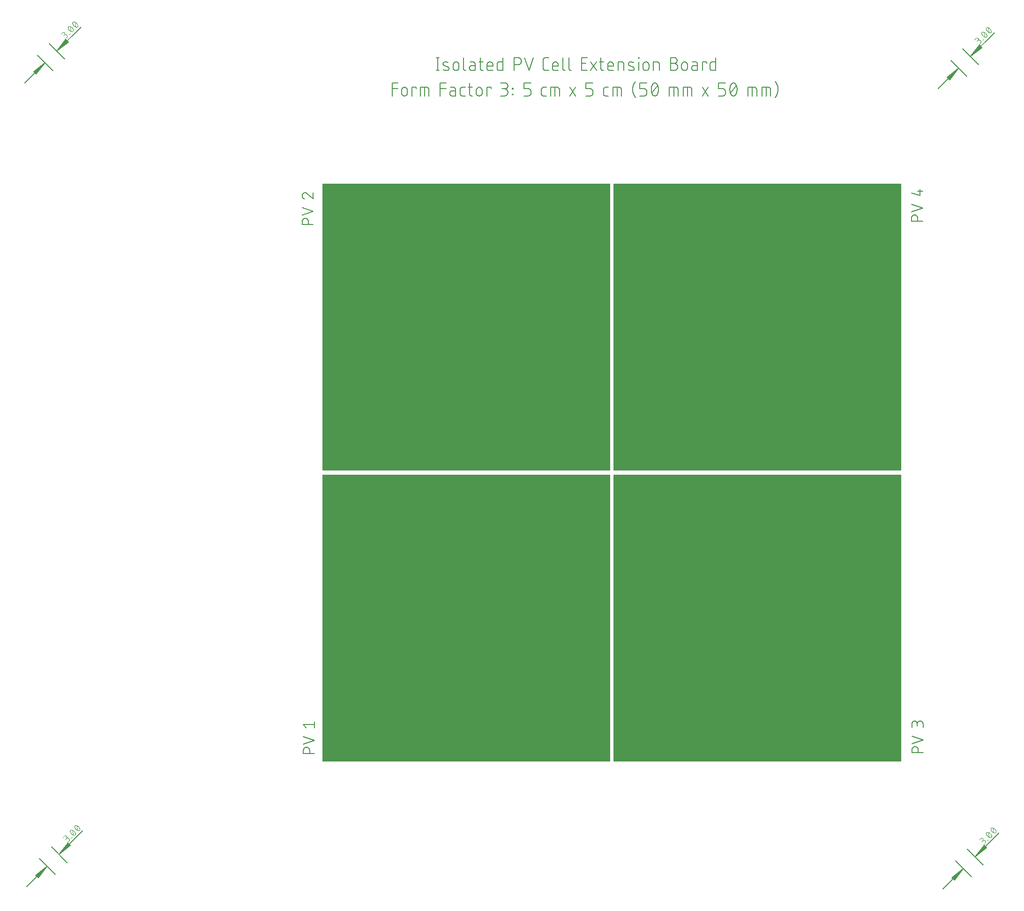
<source format=gto>
G04 EAGLE Gerber RS-274X export*
G75*
%MOMM*%
%FSLAX34Y34*%
%LPD*%
%INSilkscreen Top*%
%IPPOS*%
%AMOC8*
5,1,8,0,0,1.08239X$1,22.5*%
G01*
%ADD10C,0.177800*%
%ADD11R,52.064044X51.933500*%
%ADD12C,0.203200*%
%ADD13C,0.130000*%
%ADD14C,0.101600*%


D10*
X590734Y373621D02*
X570668Y373621D01*
X570668Y379195D01*
X570667Y379195D02*
X570669Y379343D01*
X570675Y379492D01*
X570685Y379640D01*
X570699Y379787D01*
X570716Y379935D01*
X570738Y380082D01*
X570764Y380228D01*
X570793Y380373D01*
X570826Y380518D01*
X570863Y380662D01*
X570904Y380804D01*
X570949Y380946D01*
X570998Y381086D01*
X571050Y381225D01*
X571106Y381362D01*
X571165Y381498D01*
X571228Y381633D01*
X571295Y381765D01*
X571365Y381896D01*
X571439Y382025D01*
X571516Y382152D01*
X571596Y382276D01*
X571680Y382399D01*
X571767Y382519D01*
X571857Y382637D01*
X571950Y382753D01*
X572046Y382866D01*
X572145Y382976D01*
X572247Y383084D01*
X572352Y383189D01*
X572460Y383291D01*
X572570Y383390D01*
X572683Y383486D01*
X572799Y383579D01*
X572917Y383669D01*
X573037Y383756D01*
X573160Y383840D01*
X573284Y383920D01*
X573411Y383997D01*
X573540Y384071D01*
X573671Y384141D01*
X573803Y384208D01*
X573938Y384271D01*
X574074Y384330D01*
X574211Y384386D01*
X574350Y384438D01*
X574490Y384487D01*
X574632Y384532D01*
X574774Y384573D01*
X574918Y384610D01*
X575063Y384643D01*
X575208Y384672D01*
X575354Y384698D01*
X575501Y384720D01*
X575649Y384737D01*
X575796Y384751D01*
X575944Y384761D01*
X576093Y384767D01*
X576241Y384769D01*
X576389Y384767D01*
X576538Y384761D01*
X576686Y384751D01*
X576833Y384737D01*
X576981Y384720D01*
X577128Y384698D01*
X577274Y384672D01*
X577419Y384643D01*
X577564Y384610D01*
X577708Y384573D01*
X577850Y384532D01*
X577992Y384487D01*
X578132Y384438D01*
X578271Y384386D01*
X578408Y384330D01*
X578544Y384271D01*
X578679Y384208D01*
X578811Y384141D01*
X578942Y384071D01*
X579071Y383997D01*
X579198Y383920D01*
X579322Y383840D01*
X579445Y383756D01*
X579565Y383669D01*
X579683Y383579D01*
X579799Y383486D01*
X579912Y383390D01*
X580022Y383291D01*
X580130Y383189D01*
X580235Y383084D01*
X580337Y382976D01*
X580436Y382866D01*
X580532Y382753D01*
X580625Y382637D01*
X580715Y382519D01*
X580802Y382399D01*
X580886Y382276D01*
X580966Y382152D01*
X581043Y382025D01*
X581117Y381896D01*
X581187Y381765D01*
X581254Y381633D01*
X581317Y381498D01*
X581376Y381362D01*
X581432Y381225D01*
X581484Y381086D01*
X581533Y380946D01*
X581578Y380804D01*
X581619Y380662D01*
X581656Y380518D01*
X581689Y380373D01*
X581718Y380228D01*
X581744Y380082D01*
X581766Y379935D01*
X581783Y379787D01*
X581797Y379640D01*
X581807Y379492D01*
X581813Y379343D01*
X581815Y379195D01*
X581815Y373621D01*
X570668Y390240D02*
X590734Y396928D01*
X570668Y403617D01*
X575127Y419780D02*
X570668Y425354D01*
X590734Y425354D01*
X590734Y430927D02*
X590734Y419780D01*
X588424Y1329324D02*
X568358Y1329324D01*
X568358Y1334898D01*
X568357Y1334898D02*
X568359Y1335046D01*
X568365Y1335195D01*
X568375Y1335343D01*
X568389Y1335490D01*
X568406Y1335638D01*
X568428Y1335785D01*
X568454Y1335931D01*
X568483Y1336076D01*
X568516Y1336221D01*
X568553Y1336365D01*
X568594Y1336507D01*
X568639Y1336649D01*
X568688Y1336789D01*
X568740Y1336928D01*
X568796Y1337065D01*
X568855Y1337201D01*
X568918Y1337336D01*
X568985Y1337468D01*
X569055Y1337599D01*
X569129Y1337728D01*
X569206Y1337855D01*
X569286Y1337979D01*
X569370Y1338102D01*
X569457Y1338222D01*
X569547Y1338340D01*
X569640Y1338456D01*
X569736Y1338569D01*
X569835Y1338679D01*
X569937Y1338787D01*
X570042Y1338892D01*
X570150Y1338994D01*
X570260Y1339093D01*
X570373Y1339189D01*
X570489Y1339282D01*
X570607Y1339372D01*
X570727Y1339459D01*
X570850Y1339543D01*
X570974Y1339623D01*
X571101Y1339700D01*
X571230Y1339774D01*
X571361Y1339844D01*
X571493Y1339911D01*
X571628Y1339974D01*
X571764Y1340033D01*
X571901Y1340089D01*
X572040Y1340141D01*
X572180Y1340190D01*
X572322Y1340235D01*
X572464Y1340276D01*
X572608Y1340313D01*
X572753Y1340346D01*
X572898Y1340375D01*
X573044Y1340401D01*
X573191Y1340423D01*
X573339Y1340440D01*
X573486Y1340454D01*
X573634Y1340464D01*
X573783Y1340470D01*
X573931Y1340472D01*
X574079Y1340470D01*
X574228Y1340464D01*
X574376Y1340454D01*
X574523Y1340440D01*
X574671Y1340423D01*
X574818Y1340401D01*
X574964Y1340375D01*
X575109Y1340346D01*
X575254Y1340313D01*
X575398Y1340276D01*
X575540Y1340235D01*
X575682Y1340190D01*
X575822Y1340141D01*
X575961Y1340089D01*
X576098Y1340033D01*
X576234Y1339974D01*
X576369Y1339911D01*
X576501Y1339844D01*
X576632Y1339774D01*
X576761Y1339700D01*
X576888Y1339623D01*
X577012Y1339543D01*
X577135Y1339459D01*
X577255Y1339372D01*
X577373Y1339282D01*
X577489Y1339189D01*
X577602Y1339093D01*
X577712Y1338994D01*
X577820Y1338892D01*
X577925Y1338787D01*
X578027Y1338679D01*
X578126Y1338569D01*
X578222Y1338456D01*
X578315Y1338340D01*
X578405Y1338222D01*
X578492Y1338102D01*
X578576Y1337979D01*
X578656Y1337855D01*
X578733Y1337728D01*
X578807Y1337599D01*
X578877Y1337468D01*
X578944Y1337336D01*
X579007Y1337201D01*
X579066Y1337065D01*
X579122Y1336928D01*
X579174Y1336789D01*
X579223Y1336649D01*
X579268Y1336507D01*
X579309Y1336365D01*
X579346Y1336221D01*
X579379Y1336076D01*
X579408Y1335931D01*
X579434Y1335785D01*
X579456Y1335638D01*
X579473Y1335490D01*
X579487Y1335343D01*
X579497Y1335195D01*
X579503Y1335046D01*
X579505Y1334898D01*
X579505Y1329324D01*
X568358Y1345942D02*
X588424Y1352631D01*
X568358Y1359320D01*
X568357Y1381614D02*
X568359Y1381755D01*
X568365Y1381895D01*
X568375Y1382036D01*
X568389Y1382176D01*
X568406Y1382315D01*
X568428Y1382454D01*
X568453Y1382593D01*
X568483Y1382730D01*
X568516Y1382867D01*
X568553Y1383003D01*
X568594Y1383138D01*
X568639Y1383271D01*
X568687Y1383403D01*
X568739Y1383534D01*
X568795Y1383663D01*
X568854Y1383791D01*
X568917Y1383917D01*
X568983Y1384041D01*
X569053Y1384163D01*
X569126Y1384283D01*
X569203Y1384401D01*
X569282Y1384517D01*
X569365Y1384631D01*
X569452Y1384742D01*
X569541Y1384851D01*
X569633Y1384957D01*
X569728Y1385061D01*
X569826Y1385162D01*
X569927Y1385260D01*
X570031Y1385355D01*
X570137Y1385447D01*
X570246Y1385536D01*
X570357Y1385623D01*
X570471Y1385706D01*
X570587Y1385785D01*
X570705Y1385862D01*
X570825Y1385935D01*
X570947Y1386005D01*
X571071Y1386071D01*
X571197Y1386134D01*
X571325Y1386193D01*
X571454Y1386249D01*
X571585Y1386301D01*
X571717Y1386349D01*
X571850Y1386394D01*
X571985Y1386435D01*
X572121Y1386472D01*
X572258Y1386505D01*
X572395Y1386535D01*
X572534Y1386560D01*
X572673Y1386582D01*
X572812Y1386599D01*
X572952Y1386613D01*
X573093Y1386623D01*
X573233Y1386629D01*
X573374Y1386631D01*
X568357Y1381614D02*
X568359Y1381455D01*
X568365Y1381296D01*
X568375Y1381138D01*
X568388Y1380979D01*
X568406Y1380821D01*
X568427Y1380664D01*
X568453Y1380507D01*
X568482Y1380351D01*
X568515Y1380195D01*
X568552Y1380041D01*
X568593Y1379887D01*
X568637Y1379735D01*
X568685Y1379583D01*
X568737Y1379433D01*
X568793Y1379284D01*
X568852Y1379137D01*
X568915Y1378991D01*
X568982Y1378846D01*
X569052Y1378704D01*
X569125Y1378563D01*
X569202Y1378424D01*
X569282Y1378287D01*
X569366Y1378152D01*
X569453Y1378019D01*
X569543Y1377888D01*
X569637Y1377759D01*
X569733Y1377633D01*
X569833Y1377509D01*
X569936Y1377388D01*
X570042Y1377269D01*
X570150Y1377153D01*
X570262Y1377040D01*
X570376Y1376929D01*
X570493Y1376822D01*
X570612Y1376717D01*
X570734Y1376615D01*
X570859Y1376516D01*
X570985Y1376421D01*
X571115Y1376328D01*
X571246Y1376239D01*
X571380Y1376153D01*
X571515Y1376070D01*
X571653Y1375991D01*
X571793Y1375915D01*
X571934Y1375842D01*
X572077Y1375773D01*
X572222Y1375708D01*
X572369Y1375646D01*
X572516Y1375588D01*
X572666Y1375533D01*
X572816Y1375483D01*
X577276Y1384958D02*
X577174Y1385062D01*
X577069Y1385163D01*
X576962Y1385261D01*
X576852Y1385357D01*
X576740Y1385449D01*
X576625Y1385538D01*
X576508Y1385625D01*
X576389Y1385708D01*
X576267Y1385787D01*
X576143Y1385864D01*
X576018Y1385937D01*
X575890Y1386006D01*
X575761Y1386073D01*
X575629Y1386135D01*
X575496Y1386194D01*
X575362Y1386250D01*
X575226Y1386302D01*
X575089Y1386350D01*
X574950Y1386394D01*
X574811Y1386435D01*
X574670Y1386472D01*
X574528Y1386505D01*
X574386Y1386534D01*
X574243Y1386559D01*
X574099Y1386581D01*
X573955Y1386599D01*
X573810Y1386612D01*
X573665Y1386622D01*
X573519Y1386628D01*
X573374Y1386630D01*
X577276Y1384958D02*
X588424Y1375483D01*
X588424Y1386630D01*
X1670212Y374808D02*
X1690278Y374808D01*
X1670212Y374808D02*
X1670212Y380381D01*
X1670211Y380381D02*
X1670213Y380529D01*
X1670219Y380678D01*
X1670229Y380826D01*
X1670243Y380973D01*
X1670260Y381121D01*
X1670282Y381268D01*
X1670308Y381414D01*
X1670337Y381559D01*
X1670370Y381704D01*
X1670407Y381848D01*
X1670448Y381990D01*
X1670493Y382132D01*
X1670542Y382272D01*
X1670594Y382411D01*
X1670650Y382548D01*
X1670709Y382684D01*
X1670772Y382819D01*
X1670839Y382951D01*
X1670909Y383082D01*
X1670983Y383211D01*
X1671060Y383338D01*
X1671140Y383462D01*
X1671224Y383585D01*
X1671311Y383705D01*
X1671401Y383823D01*
X1671494Y383939D01*
X1671590Y384052D01*
X1671689Y384162D01*
X1671791Y384270D01*
X1671896Y384375D01*
X1672004Y384477D01*
X1672114Y384576D01*
X1672227Y384672D01*
X1672343Y384765D01*
X1672461Y384855D01*
X1672581Y384942D01*
X1672704Y385026D01*
X1672828Y385106D01*
X1672955Y385183D01*
X1673084Y385257D01*
X1673215Y385327D01*
X1673347Y385394D01*
X1673482Y385457D01*
X1673618Y385516D01*
X1673755Y385572D01*
X1673894Y385624D01*
X1674034Y385673D01*
X1674176Y385718D01*
X1674318Y385759D01*
X1674462Y385796D01*
X1674607Y385829D01*
X1674752Y385858D01*
X1674898Y385884D01*
X1675045Y385906D01*
X1675193Y385923D01*
X1675340Y385937D01*
X1675488Y385947D01*
X1675637Y385953D01*
X1675785Y385955D01*
X1675933Y385953D01*
X1676082Y385947D01*
X1676230Y385937D01*
X1676377Y385923D01*
X1676525Y385906D01*
X1676672Y385884D01*
X1676818Y385858D01*
X1676963Y385829D01*
X1677108Y385796D01*
X1677252Y385759D01*
X1677394Y385718D01*
X1677536Y385673D01*
X1677676Y385624D01*
X1677815Y385572D01*
X1677952Y385516D01*
X1678088Y385457D01*
X1678223Y385394D01*
X1678355Y385327D01*
X1678486Y385257D01*
X1678615Y385183D01*
X1678742Y385106D01*
X1678866Y385026D01*
X1678989Y384942D01*
X1679109Y384855D01*
X1679227Y384765D01*
X1679343Y384672D01*
X1679456Y384576D01*
X1679566Y384477D01*
X1679674Y384375D01*
X1679779Y384270D01*
X1679881Y384162D01*
X1679980Y384052D01*
X1680076Y383939D01*
X1680169Y383823D01*
X1680259Y383705D01*
X1680346Y383585D01*
X1680430Y383462D01*
X1680510Y383338D01*
X1680587Y383211D01*
X1680661Y383082D01*
X1680731Y382951D01*
X1680798Y382819D01*
X1680861Y382684D01*
X1680920Y382548D01*
X1680976Y382411D01*
X1681028Y382272D01*
X1681077Y382132D01*
X1681122Y381990D01*
X1681163Y381848D01*
X1681200Y381704D01*
X1681233Y381559D01*
X1681262Y381414D01*
X1681288Y381268D01*
X1681310Y381121D01*
X1681327Y380973D01*
X1681341Y380826D01*
X1681351Y380678D01*
X1681357Y380529D01*
X1681359Y380381D01*
X1681359Y374808D01*
X1670212Y391426D02*
X1690278Y398114D01*
X1670212Y404803D01*
X1690278Y420966D02*
X1690278Y426540D01*
X1690276Y426688D01*
X1690270Y426837D01*
X1690260Y426985D01*
X1690246Y427132D01*
X1690229Y427280D01*
X1690207Y427427D01*
X1690181Y427573D01*
X1690152Y427718D01*
X1690119Y427863D01*
X1690082Y428007D01*
X1690041Y428149D01*
X1689996Y428291D01*
X1689947Y428431D01*
X1689895Y428570D01*
X1689839Y428707D01*
X1689780Y428843D01*
X1689717Y428978D01*
X1689650Y429110D01*
X1689580Y429241D01*
X1689506Y429370D01*
X1689429Y429497D01*
X1689349Y429621D01*
X1689265Y429744D01*
X1689178Y429864D01*
X1689088Y429982D01*
X1688995Y430098D01*
X1688899Y430211D01*
X1688800Y430321D01*
X1688698Y430429D01*
X1688593Y430534D01*
X1688485Y430636D01*
X1688375Y430735D01*
X1688262Y430831D01*
X1688146Y430924D01*
X1688028Y431014D01*
X1687908Y431101D01*
X1687785Y431185D01*
X1687661Y431265D01*
X1687534Y431342D01*
X1687405Y431416D01*
X1687274Y431486D01*
X1687142Y431553D01*
X1687007Y431616D01*
X1686871Y431675D01*
X1686734Y431731D01*
X1686595Y431783D01*
X1686455Y431832D01*
X1686313Y431877D01*
X1686171Y431918D01*
X1686027Y431955D01*
X1685882Y431988D01*
X1685737Y432017D01*
X1685591Y432043D01*
X1685444Y432065D01*
X1685296Y432082D01*
X1685149Y432096D01*
X1685001Y432106D01*
X1684852Y432112D01*
X1684704Y432114D01*
X1684556Y432112D01*
X1684407Y432106D01*
X1684259Y432096D01*
X1684112Y432082D01*
X1683964Y432065D01*
X1683817Y432043D01*
X1683671Y432017D01*
X1683526Y431988D01*
X1683381Y431955D01*
X1683237Y431918D01*
X1683095Y431877D01*
X1682953Y431832D01*
X1682813Y431783D01*
X1682674Y431731D01*
X1682537Y431675D01*
X1682401Y431616D01*
X1682266Y431553D01*
X1682134Y431486D01*
X1682003Y431416D01*
X1681874Y431342D01*
X1681747Y431265D01*
X1681623Y431185D01*
X1681500Y431101D01*
X1681380Y431014D01*
X1681262Y430924D01*
X1681146Y430831D01*
X1681033Y430735D01*
X1680923Y430636D01*
X1680815Y430534D01*
X1680710Y430429D01*
X1680608Y430321D01*
X1680509Y430211D01*
X1680413Y430098D01*
X1680320Y429982D01*
X1680230Y429864D01*
X1680143Y429744D01*
X1680059Y429621D01*
X1679979Y429497D01*
X1679902Y429370D01*
X1679828Y429241D01*
X1679758Y429110D01*
X1679691Y428978D01*
X1679628Y428843D01*
X1679569Y428707D01*
X1679513Y428570D01*
X1679461Y428431D01*
X1679412Y428291D01*
X1679367Y428149D01*
X1679326Y428007D01*
X1679289Y427863D01*
X1679256Y427718D01*
X1679227Y427573D01*
X1679201Y427427D01*
X1679179Y427280D01*
X1679162Y427132D01*
X1679148Y426985D01*
X1679138Y426837D01*
X1679132Y426688D01*
X1679130Y426540D01*
X1670212Y427655D02*
X1670212Y420966D01*
X1670212Y427655D02*
X1670214Y427787D01*
X1670220Y427919D01*
X1670230Y428051D01*
X1670243Y428182D01*
X1670261Y428313D01*
X1670282Y428444D01*
X1670308Y428573D01*
X1670337Y428702D01*
X1670370Y428830D01*
X1670406Y428957D01*
X1670447Y429083D01*
X1670491Y429208D01*
X1670539Y429331D01*
X1670590Y429453D01*
X1670645Y429573D01*
X1670704Y429691D01*
X1670766Y429808D01*
X1670832Y429923D01*
X1670900Y430035D01*
X1670973Y430146D01*
X1671048Y430255D01*
X1671127Y430361D01*
X1671208Y430465D01*
X1671293Y430566D01*
X1671381Y430665D01*
X1671472Y430761D01*
X1671565Y430854D01*
X1671661Y430945D01*
X1671760Y431033D01*
X1671861Y431118D01*
X1671965Y431199D01*
X1672071Y431278D01*
X1672180Y431353D01*
X1672291Y431426D01*
X1672403Y431494D01*
X1672518Y431560D01*
X1672635Y431622D01*
X1672753Y431681D01*
X1672873Y431736D01*
X1672995Y431787D01*
X1673118Y431835D01*
X1673243Y431879D01*
X1673369Y431920D01*
X1673496Y431956D01*
X1673624Y431989D01*
X1673753Y432018D01*
X1673882Y432044D01*
X1674013Y432065D01*
X1674144Y432083D01*
X1674275Y432096D01*
X1674407Y432106D01*
X1674539Y432112D01*
X1674671Y432114D01*
X1674803Y432112D01*
X1674935Y432106D01*
X1675067Y432096D01*
X1675198Y432083D01*
X1675329Y432065D01*
X1675460Y432044D01*
X1675589Y432018D01*
X1675718Y431989D01*
X1675846Y431956D01*
X1675973Y431920D01*
X1676099Y431879D01*
X1676224Y431835D01*
X1676347Y431787D01*
X1676469Y431736D01*
X1676589Y431681D01*
X1676707Y431622D01*
X1676824Y431560D01*
X1676939Y431494D01*
X1677051Y431426D01*
X1677162Y431353D01*
X1677271Y431278D01*
X1677377Y431199D01*
X1677481Y431118D01*
X1677582Y431033D01*
X1677681Y430945D01*
X1677777Y430854D01*
X1677870Y430761D01*
X1677961Y430665D01*
X1678049Y430566D01*
X1678134Y430465D01*
X1678215Y430361D01*
X1678294Y430255D01*
X1678369Y430146D01*
X1678442Y430035D01*
X1678510Y429923D01*
X1678576Y429808D01*
X1678638Y429691D01*
X1678697Y429573D01*
X1678752Y429453D01*
X1678803Y429331D01*
X1678851Y429208D01*
X1678895Y429083D01*
X1678936Y428957D01*
X1678972Y428830D01*
X1679005Y428702D01*
X1679034Y428573D01*
X1679060Y428444D01*
X1679081Y428313D01*
X1679099Y428182D01*
X1679112Y428051D01*
X1679122Y427919D01*
X1679128Y427787D01*
X1679130Y427655D01*
X1679130Y423196D01*
X1669252Y1335406D02*
X1689318Y1335406D01*
X1669252Y1335406D02*
X1669252Y1340980D01*
X1669251Y1340980D02*
X1669253Y1341128D01*
X1669259Y1341277D01*
X1669269Y1341425D01*
X1669283Y1341572D01*
X1669300Y1341720D01*
X1669322Y1341867D01*
X1669348Y1342013D01*
X1669377Y1342158D01*
X1669410Y1342303D01*
X1669447Y1342447D01*
X1669488Y1342589D01*
X1669533Y1342731D01*
X1669582Y1342871D01*
X1669634Y1343010D01*
X1669690Y1343147D01*
X1669749Y1343283D01*
X1669812Y1343418D01*
X1669879Y1343550D01*
X1669949Y1343681D01*
X1670023Y1343810D01*
X1670100Y1343937D01*
X1670180Y1344061D01*
X1670264Y1344184D01*
X1670351Y1344304D01*
X1670441Y1344422D01*
X1670534Y1344538D01*
X1670630Y1344651D01*
X1670729Y1344761D01*
X1670831Y1344869D01*
X1670936Y1344974D01*
X1671044Y1345076D01*
X1671154Y1345175D01*
X1671267Y1345271D01*
X1671383Y1345364D01*
X1671501Y1345454D01*
X1671621Y1345541D01*
X1671744Y1345625D01*
X1671868Y1345705D01*
X1671995Y1345782D01*
X1672124Y1345856D01*
X1672255Y1345926D01*
X1672387Y1345993D01*
X1672522Y1346056D01*
X1672658Y1346115D01*
X1672795Y1346171D01*
X1672934Y1346223D01*
X1673074Y1346272D01*
X1673216Y1346317D01*
X1673358Y1346358D01*
X1673502Y1346395D01*
X1673647Y1346428D01*
X1673792Y1346457D01*
X1673938Y1346483D01*
X1674085Y1346505D01*
X1674233Y1346522D01*
X1674380Y1346536D01*
X1674528Y1346546D01*
X1674677Y1346552D01*
X1674825Y1346554D01*
X1674973Y1346552D01*
X1675122Y1346546D01*
X1675270Y1346536D01*
X1675417Y1346522D01*
X1675565Y1346505D01*
X1675712Y1346483D01*
X1675858Y1346457D01*
X1676003Y1346428D01*
X1676148Y1346395D01*
X1676292Y1346358D01*
X1676434Y1346317D01*
X1676576Y1346272D01*
X1676716Y1346223D01*
X1676855Y1346171D01*
X1676992Y1346115D01*
X1677128Y1346056D01*
X1677263Y1345993D01*
X1677395Y1345926D01*
X1677526Y1345856D01*
X1677655Y1345782D01*
X1677782Y1345705D01*
X1677906Y1345625D01*
X1678029Y1345541D01*
X1678149Y1345454D01*
X1678267Y1345364D01*
X1678383Y1345271D01*
X1678496Y1345175D01*
X1678606Y1345076D01*
X1678714Y1344974D01*
X1678819Y1344869D01*
X1678921Y1344761D01*
X1679020Y1344651D01*
X1679116Y1344538D01*
X1679209Y1344422D01*
X1679299Y1344304D01*
X1679386Y1344184D01*
X1679470Y1344061D01*
X1679550Y1343937D01*
X1679627Y1343810D01*
X1679701Y1343681D01*
X1679771Y1343550D01*
X1679838Y1343418D01*
X1679901Y1343283D01*
X1679960Y1343147D01*
X1680016Y1343010D01*
X1680068Y1342871D01*
X1680117Y1342731D01*
X1680162Y1342589D01*
X1680203Y1342447D01*
X1680240Y1342303D01*
X1680273Y1342158D01*
X1680302Y1342013D01*
X1680328Y1341867D01*
X1680350Y1341720D01*
X1680367Y1341572D01*
X1680381Y1341425D01*
X1680391Y1341277D01*
X1680397Y1341128D01*
X1680399Y1340980D01*
X1680399Y1335406D01*
X1669252Y1352024D02*
X1689318Y1358713D01*
X1669252Y1365402D01*
X1669252Y1386024D02*
X1684858Y1381565D01*
X1684858Y1392712D01*
X1680399Y1389368D02*
X1689318Y1389368D01*
X836816Y581612D02*
X836526Y581256D01*
X836243Y580894D01*
X835970Y580525D01*
X835706Y580150D01*
X835451Y579768D01*
X835205Y579380D01*
X834968Y578986D01*
X834741Y578587D01*
X834524Y578183D01*
X834316Y577773D01*
X834119Y577359D01*
X833931Y576940D01*
X833753Y576516D01*
X833586Y576089D01*
X833429Y575657D01*
X833283Y575222D01*
X833147Y574783D01*
X833021Y574341D01*
X832907Y573897D01*
X832803Y573450D01*
X832709Y573000D01*
X832627Y572548D01*
X832555Y572095D01*
X832495Y571639D01*
X832445Y571183D01*
X832407Y570725D01*
X832379Y570267D01*
X832363Y569808D01*
X832357Y569349D01*
X832358Y569349D02*
X832364Y568890D01*
X832380Y568431D01*
X832408Y567973D01*
X832446Y567515D01*
X832496Y567059D01*
X832556Y566603D01*
X832628Y566150D01*
X832710Y565698D01*
X832804Y565248D01*
X832908Y564801D01*
X833022Y564357D01*
X833148Y563915D01*
X833284Y563476D01*
X833430Y563041D01*
X833587Y562610D01*
X833754Y562182D01*
X833932Y561758D01*
X834120Y561339D01*
X834317Y560925D01*
X834525Y560515D01*
X834742Y560111D01*
X834969Y559712D01*
X835206Y559318D01*
X835452Y558930D01*
X835707Y558549D01*
X835971Y558173D01*
X836244Y557804D01*
X836526Y557442D01*
X836817Y557086D01*
X843933Y567120D02*
X857310Y567120D01*
X868886Y569349D02*
X868880Y568890D01*
X868864Y568431D01*
X868836Y567973D01*
X868798Y567515D01*
X868748Y567059D01*
X868688Y566603D01*
X868616Y566150D01*
X868534Y565698D01*
X868440Y565248D01*
X868336Y564801D01*
X868222Y564357D01*
X868096Y563915D01*
X867960Y563476D01*
X867814Y563041D01*
X867657Y562610D01*
X867490Y562182D01*
X867312Y561758D01*
X867124Y561339D01*
X866927Y560925D01*
X866719Y560515D01*
X866502Y560111D01*
X866275Y559712D01*
X866038Y559318D01*
X865792Y558930D01*
X865537Y558549D01*
X865273Y558173D01*
X865000Y557804D01*
X864718Y557442D01*
X864427Y557086D01*
X868886Y569349D02*
X868880Y569808D01*
X868864Y570267D01*
X868836Y570725D01*
X868798Y571183D01*
X868748Y571639D01*
X868688Y572095D01*
X868616Y572548D01*
X868534Y573000D01*
X868440Y573450D01*
X868336Y573897D01*
X868222Y574341D01*
X868096Y574783D01*
X867960Y575222D01*
X867814Y575657D01*
X867657Y576089D01*
X867490Y576516D01*
X867312Y576940D01*
X867124Y577359D01*
X866927Y577773D01*
X866719Y578183D01*
X866502Y578587D01*
X866275Y578986D01*
X866038Y579380D01*
X865792Y579768D01*
X865537Y580150D01*
X865273Y580525D01*
X865000Y580894D01*
X864717Y581256D01*
X864427Y581612D01*
X833736Y1096280D02*
X833742Y1096739D01*
X833758Y1097198D01*
X833786Y1097656D01*
X833824Y1098114D01*
X833874Y1098570D01*
X833934Y1099026D01*
X834006Y1099479D01*
X834088Y1099931D01*
X834182Y1100381D01*
X834286Y1100828D01*
X834400Y1101272D01*
X834526Y1101714D01*
X834662Y1102153D01*
X834808Y1102588D01*
X834965Y1103020D01*
X835132Y1103447D01*
X835310Y1103871D01*
X835498Y1104290D01*
X835695Y1104704D01*
X835903Y1105114D01*
X836120Y1105518D01*
X836347Y1105917D01*
X836584Y1106311D01*
X836830Y1106699D01*
X837085Y1107081D01*
X837349Y1107456D01*
X837622Y1107825D01*
X837905Y1108187D01*
X838195Y1108543D01*
X833736Y1096280D02*
X833742Y1095821D01*
X833758Y1095362D01*
X833786Y1094904D01*
X833824Y1094446D01*
X833874Y1093990D01*
X833934Y1093534D01*
X834006Y1093081D01*
X834088Y1092629D01*
X834182Y1092179D01*
X834286Y1091732D01*
X834400Y1091288D01*
X834526Y1090846D01*
X834662Y1090407D01*
X834808Y1089972D01*
X834965Y1089541D01*
X835132Y1089113D01*
X835310Y1088689D01*
X835498Y1088270D01*
X835695Y1087856D01*
X835903Y1087446D01*
X836120Y1087042D01*
X836347Y1086643D01*
X836584Y1086249D01*
X836830Y1085861D01*
X837085Y1085480D01*
X837349Y1085104D01*
X837622Y1084735D01*
X837904Y1084373D01*
X838195Y1084017D01*
X845311Y1094050D02*
X858689Y1094050D01*
X870264Y1096280D02*
X870258Y1095821D01*
X870242Y1095362D01*
X870214Y1094904D01*
X870176Y1094446D01*
X870126Y1093990D01*
X870066Y1093534D01*
X869994Y1093081D01*
X869912Y1092629D01*
X869818Y1092179D01*
X869714Y1091732D01*
X869600Y1091288D01*
X869474Y1090846D01*
X869338Y1090407D01*
X869192Y1089972D01*
X869035Y1089541D01*
X868868Y1089113D01*
X868690Y1088689D01*
X868502Y1088270D01*
X868305Y1087856D01*
X868097Y1087446D01*
X867880Y1087042D01*
X867653Y1086643D01*
X867416Y1086249D01*
X867170Y1085861D01*
X866915Y1085480D01*
X866651Y1085104D01*
X866378Y1084735D01*
X866096Y1084373D01*
X865805Y1084017D01*
X870264Y1096280D02*
X870258Y1096739D01*
X870242Y1097198D01*
X870214Y1097656D01*
X870176Y1098114D01*
X870126Y1098570D01*
X870066Y1099026D01*
X869994Y1099479D01*
X869912Y1099931D01*
X869818Y1100381D01*
X869714Y1100828D01*
X869600Y1101272D01*
X869474Y1101714D01*
X869338Y1102153D01*
X869192Y1102588D01*
X869035Y1103020D01*
X868868Y1103447D01*
X868690Y1103871D01*
X868502Y1104290D01*
X868305Y1104704D01*
X868097Y1105114D01*
X867880Y1105518D01*
X867653Y1105917D01*
X867416Y1106311D01*
X867170Y1106699D01*
X866915Y1107081D01*
X866651Y1107456D01*
X866378Y1107825D01*
X866095Y1108187D01*
X865805Y1108543D01*
X1364016Y587953D02*
X1363726Y587597D01*
X1363443Y587235D01*
X1363170Y586866D01*
X1362906Y586491D01*
X1362651Y586109D01*
X1362405Y585721D01*
X1362168Y585327D01*
X1361941Y584928D01*
X1361724Y584524D01*
X1361516Y584114D01*
X1361319Y583700D01*
X1361131Y583281D01*
X1360953Y582857D01*
X1360786Y582430D01*
X1360629Y581998D01*
X1360483Y581563D01*
X1360347Y581124D01*
X1360221Y580682D01*
X1360107Y580238D01*
X1360003Y579791D01*
X1359909Y579341D01*
X1359827Y578889D01*
X1359755Y578436D01*
X1359695Y577980D01*
X1359645Y577524D01*
X1359607Y577066D01*
X1359579Y576608D01*
X1359563Y576149D01*
X1359557Y575690D01*
X1359563Y575231D01*
X1359579Y574772D01*
X1359607Y574314D01*
X1359645Y573856D01*
X1359695Y573400D01*
X1359755Y572944D01*
X1359827Y572491D01*
X1359909Y572039D01*
X1360003Y571589D01*
X1360107Y571142D01*
X1360221Y570698D01*
X1360347Y570256D01*
X1360483Y569817D01*
X1360629Y569382D01*
X1360786Y568951D01*
X1360953Y568523D01*
X1361131Y568099D01*
X1361319Y567680D01*
X1361516Y567266D01*
X1361724Y566856D01*
X1361941Y566452D01*
X1362168Y566053D01*
X1362405Y565659D01*
X1362651Y565271D01*
X1362906Y564890D01*
X1363170Y564514D01*
X1363443Y564145D01*
X1363725Y563783D01*
X1364016Y563427D01*
X1371132Y573461D02*
X1384510Y573461D01*
X1396085Y575690D02*
X1396079Y575231D01*
X1396063Y574772D01*
X1396035Y574314D01*
X1395997Y573856D01*
X1395947Y573400D01*
X1395887Y572944D01*
X1395815Y572491D01*
X1395733Y572039D01*
X1395639Y571589D01*
X1395535Y571142D01*
X1395421Y570698D01*
X1395295Y570256D01*
X1395159Y569817D01*
X1395013Y569382D01*
X1394856Y568951D01*
X1394689Y568523D01*
X1394511Y568099D01*
X1394323Y567680D01*
X1394126Y567266D01*
X1393918Y566856D01*
X1393701Y566452D01*
X1393474Y566053D01*
X1393237Y565659D01*
X1392991Y565271D01*
X1392736Y564890D01*
X1392472Y564514D01*
X1392199Y564145D01*
X1391917Y563783D01*
X1391626Y563427D01*
X1396085Y575690D02*
X1396079Y576149D01*
X1396063Y576608D01*
X1396035Y577066D01*
X1395997Y577524D01*
X1395947Y577980D01*
X1395887Y578436D01*
X1395815Y578889D01*
X1395733Y579341D01*
X1395639Y579791D01*
X1395535Y580238D01*
X1395421Y580682D01*
X1395295Y581124D01*
X1395159Y581563D01*
X1395013Y581998D01*
X1394856Y582430D01*
X1394689Y582857D01*
X1394511Y583281D01*
X1394323Y583700D01*
X1394126Y584114D01*
X1393918Y584524D01*
X1393701Y584928D01*
X1393474Y585327D01*
X1393237Y585721D01*
X1392991Y586109D01*
X1392736Y586491D01*
X1392472Y586866D01*
X1392199Y587235D01*
X1391916Y587597D01*
X1391626Y587953D01*
X1355780Y1096738D02*
X1355786Y1097197D01*
X1355802Y1097656D01*
X1355830Y1098114D01*
X1355868Y1098572D01*
X1355918Y1099028D01*
X1355978Y1099484D01*
X1356050Y1099937D01*
X1356132Y1100389D01*
X1356226Y1100839D01*
X1356330Y1101286D01*
X1356444Y1101730D01*
X1356570Y1102172D01*
X1356706Y1102611D01*
X1356852Y1103046D01*
X1357009Y1103478D01*
X1357176Y1103905D01*
X1357354Y1104329D01*
X1357542Y1104748D01*
X1357739Y1105162D01*
X1357947Y1105572D01*
X1358164Y1105976D01*
X1358391Y1106375D01*
X1358628Y1106769D01*
X1358874Y1107157D01*
X1359129Y1107539D01*
X1359393Y1107914D01*
X1359666Y1108283D01*
X1359949Y1108645D01*
X1360239Y1109001D01*
X1355780Y1096738D02*
X1355786Y1096279D01*
X1355802Y1095820D01*
X1355830Y1095362D01*
X1355868Y1094904D01*
X1355918Y1094448D01*
X1355978Y1093992D01*
X1356050Y1093539D01*
X1356132Y1093087D01*
X1356226Y1092637D01*
X1356330Y1092190D01*
X1356444Y1091746D01*
X1356570Y1091304D01*
X1356706Y1090865D01*
X1356852Y1090430D01*
X1357009Y1089999D01*
X1357176Y1089571D01*
X1357354Y1089147D01*
X1357542Y1088728D01*
X1357739Y1088314D01*
X1357947Y1087904D01*
X1358164Y1087500D01*
X1358391Y1087101D01*
X1358628Y1086707D01*
X1358874Y1086319D01*
X1359129Y1085938D01*
X1359393Y1085562D01*
X1359666Y1085193D01*
X1359948Y1084831D01*
X1360239Y1084475D01*
X1367355Y1094509D02*
X1380733Y1094509D01*
X1392308Y1096738D02*
X1392302Y1096279D01*
X1392286Y1095820D01*
X1392258Y1095362D01*
X1392220Y1094904D01*
X1392170Y1094448D01*
X1392110Y1093992D01*
X1392038Y1093539D01*
X1391956Y1093087D01*
X1391862Y1092637D01*
X1391758Y1092190D01*
X1391644Y1091746D01*
X1391518Y1091304D01*
X1391382Y1090865D01*
X1391236Y1090430D01*
X1391079Y1089999D01*
X1390912Y1089571D01*
X1390734Y1089147D01*
X1390546Y1088728D01*
X1390349Y1088314D01*
X1390141Y1087904D01*
X1389924Y1087500D01*
X1389697Y1087101D01*
X1389460Y1086707D01*
X1389214Y1086319D01*
X1388959Y1085938D01*
X1388695Y1085562D01*
X1388422Y1085193D01*
X1388140Y1084831D01*
X1387849Y1084475D01*
X1392308Y1096738D02*
X1392302Y1097197D01*
X1392286Y1097656D01*
X1392258Y1098114D01*
X1392220Y1098572D01*
X1392170Y1099028D01*
X1392110Y1099484D01*
X1392038Y1099937D01*
X1391956Y1100389D01*
X1391862Y1100839D01*
X1391758Y1101286D01*
X1391644Y1101730D01*
X1391518Y1102172D01*
X1391382Y1102611D01*
X1391236Y1103046D01*
X1391079Y1103478D01*
X1390912Y1103905D01*
X1390734Y1104329D01*
X1390546Y1104748D01*
X1390349Y1105162D01*
X1390141Y1105572D01*
X1389924Y1105976D01*
X1389697Y1106375D01*
X1389460Y1106769D01*
X1389214Y1107157D01*
X1388959Y1107539D01*
X1388695Y1107914D01*
X1388422Y1108283D01*
X1388139Y1108645D01*
X1387849Y1109001D01*
X834438Y1207739D02*
X834148Y1207383D01*
X833865Y1207021D01*
X833592Y1206652D01*
X833328Y1206277D01*
X833073Y1205895D01*
X832827Y1205507D01*
X832590Y1205113D01*
X832363Y1204714D01*
X832146Y1204310D01*
X831938Y1203900D01*
X831741Y1203486D01*
X831553Y1203067D01*
X831375Y1202643D01*
X831208Y1202216D01*
X831051Y1201784D01*
X830905Y1201349D01*
X830769Y1200910D01*
X830643Y1200468D01*
X830529Y1200024D01*
X830425Y1199577D01*
X830331Y1199127D01*
X830249Y1198675D01*
X830177Y1198222D01*
X830117Y1197766D01*
X830067Y1197310D01*
X830029Y1196852D01*
X830001Y1196394D01*
X829985Y1195935D01*
X829979Y1195476D01*
X829985Y1195017D01*
X830001Y1194558D01*
X830029Y1194100D01*
X830067Y1193642D01*
X830117Y1193186D01*
X830177Y1192730D01*
X830249Y1192277D01*
X830331Y1191825D01*
X830425Y1191375D01*
X830529Y1190928D01*
X830643Y1190484D01*
X830769Y1190042D01*
X830905Y1189603D01*
X831051Y1189168D01*
X831208Y1188737D01*
X831375Y1188309D01*
X831553Y1187885D01*
X831741Y1187466D01*
X831938Y1187052D01*
X832146Y1186642D01*
X832363Y1186238D01*
X832590Y1185839D01*
X832827Y1185445D01*
X833073Y1185057D01*
X833328Y1184676D01*
X833592Y1184300D01*
X833865Y1183931D01*
X834147Y1183569D01*
X834438Y1183213D01*
X841554Y1193247D02*
X854932Y1193247D01*
X848243Y1199935D02*
X848243Y1186558D01*
X862048Y1183213D02*
X862339Y1183569D01*
X862621Y1183931D01*
X862894Y1184300D01*
X863158Y1184676D01*
X863413Y1185057D01*
X863659Y1185445D01*
X863896Y1185839D01*
X864123Y1186238D01*
X864340Y1186642D01*
X864548Y1187052D01*
X864745Y1187466D01*
X864933Y1187885D01*
X865111Y1188309D01*
X865278Y1188737D01*
X865435Y1189168D01*
X865581Y1189603D01*
X865717Y1190042D01*
X865843Y1190484D01*
X865957Y1190928D01*
X866061Y1191375D01*
X866155Y1191825D01*
X866237Y1192277D01*
X866309Y1192730D01*
X866369Y1193186D01*
X866419Y1193642D01*
X866457Y1194100D01*
X866485Y1194558D01*
X866501Y1195017D01*
X866507Y1195476D01*
X866501Y1195935D01*
X866485Y1196394D01*
X866457Y1196852D01*
X866419Y1197310D01*
X866369Y1197766D01*
X866309Y1198222D01*
X866237Y1198675D01*
X866155Y1199127D01*
X866061Y1199577D01*
X865957Y1200024D01*
X865843Y1200468D01*
X865717Y1200910D01*
X865581Y1201349D01*
X865435Y1201784D01*
X865278Y1202216D01*
X865111Y1202643D01*
X864933Y1203067D01*
X864745Y1203486D01*
X864548Y1203900D01*
X864340Y1204310D01*
X864123Y1204714D01*
X863896Y1205113D01*
X863659Y1205507D01*
X863413Y1205895D01*
X863158Y1206277D01*
X862894Y1206652D01*
X862621Y1207021D01*
X862338Y1207383D01*
X862048Y1207739D01*
X831825Y685148D02*
X831535Y684792D01*
X831252Y684430D01*
X830979Y684061D01*
X830715Y683686D01*
X830460Y683304D01*
X830214Y682916D01*
X829977Y682522D01*
X829750Y682123D01*
X829533Y681719D01*
X829325Y681309D01*
X829128Y680895D01*
X828940Y680476D01*
X828762Y680052D01*
X828595Y679625D01*
X828438Y679193D01*
X828292Y678758D01*
X828156Y678319D01*
X828030Y677877D01*
X827916Y677433D01*
X827812Y676986D01*
X827718Y676536D01*
X827636Y676084D01*
X827564Y675631D01*
X827504Y675175D01*
X827454Y674719D01*
X827416Y674261D01*
X827388Y673803D01*
X827372Y673344D01*
X827366Y672885D01*
X827372Y672426D01*
X827388Y671967D01*
X827416Y671509D01*
X827454Y671051D01*
X827504Y670595D01*
X827564Y670139D01*
X827636Y669686D01*
X827718Y669234D01*
X827812Y668784D01*
X827916Y668337D01*
X828030Y667893D01*
X828156Y667451D01*
X828292Y667012D01*
X828438Y666577D01*
X828595Y666146D01*
X828762Y665718D01*
X828940Y665294D01*
X829128Y664875D01*
X829325Y664461D01*
X829533Y664051D01*
X829750Y663647D01*
X829977Y663248D01*
X830214Y662854D01*
X830460Y662466D01*
X830715Y662085D01*
X830979Y661709D01*
X831252Y661340D01*
X831534Y660978D01*
X831825Y660622D01*
X838942Y670656D02*
X852319Y670656D01*
X845630Y663967D02*
X845630Y677345D01*
X863894Y672885D02*
X863888Y672426D01*
X863872Y671967D01*
X863844Y671509D01*
X863806Y671051D01*
X863756Y670595D01*
X863696Y670139D01*
X863624Y669686D01*
X863542Y669234D01*
X863448Y668784D01*
X863344Y668337D01*
X863230Y667893D01*
X863104Y667451D01*
X862968Y667012D01*
X862822Y666577D01*
X862665Y666146D01*
X862498Y665718D01*
X862320Y665294D01*
X862132Y664875D01*
X861935Y664461D01*
X861727Y664051D01*
X861510Y663647D01*
X861283Y663248D01*
X861046Y662854D01*
X860800Y662466D01*
X860545Y662085D01*
X860281Y661709D01*
X860008Y661340D01*
X859726Y660978D01*
X859435Y660622D01*
X863894Y672885D02*
X863888Y673344D01*
X863872Y673803D01*
X863844Y674261D01*
X863806Y674719D01*
X863756Y675175D01*
X863696Y675631D01*
X863624Y676084D01*
X863542Y676536D01*
X863448Y676986D01*
X863344Y677433D01*
X863230Y677877D01*
X863104Y678319D01*
X862968Y678758D01*
X862822Y679193D01*
X862665Y679625D01*
X862498Y680052D01*
X862320Y680476D01*
X862132Y680895D01*
X861935Y681309D01*
X861727Y681719D01*
X861510Y682123D01*
X861283Y682522D01*
X861046Y682916D01*
X860800Y683304D01*
X860545Y683686D01*
X860281Y684061D01*
X860008Y684430D01*
X859725Y684792D01*
X859435Y685148D01*
X1352266Y675523D02*
X1352272Y675982D01*
X1352288Y676441D01*
X1352316Y676899D01*
X1352354Y677357D01*
X1352404Y677813D01*
X1352464Y678269D01*
X1352536Y678722D01*
X1352618Y679174D01*
X1352712Y679624D01*
X1352816Y680071D01*
X1352930Y680515D01*
X1353056Y680957D01*
X1353192Y681396D01*
X1353338Y681831D01*
X1353495Y682263D01*
X1353662Y682690D01*
X1353840Y683114D01*
X1354028Y683533D01*
X1354225Y683947D01*
X1354433Y684357D01*
X1354650Y684761D01*
X1354877Y685160D01*
X1355114Y685554D01*
X1355360Y685942D01*
X1355615Y686324D01*
X1355879Y686699D01*
X1356152Y687068D01*
X1356435Y687430D01*
X1356725Y687786D01*
X1352266Y675523D02*
X1352272Y675064D01*
X1352288Y674605D01*
X1352316Y674147D01*
X1352354Y673689D01*
X1352404Y673233D01*
X1352464Y672777D01*
X1352536Y672324D01*
X1352618Y671872D01*
X1352712Y671422D01*
X1352816Y670975D01*
X1352930Y670531D01*
X1353056Y670089D01*
X1353192Y669650D01*
X1353338Y669215D01*
X1353495Y668784D01*
X1353662Y668356D01*
X1353840Y667932D01*
X1354028Y667513D01*
X1354225Y667099D01*
X1354433Y666689D01*
X1354650Y666285D01*
X1354877Y665886D01*
X1355114Y665492D01*
X1355360Y665104D01*
X1355615Y664723D01*
X1355879Y664347D01*
X1356152Y663978D01*
X1356434Y663616D01*
X1356725Y663260D01*
X1363841Y673293D02*
X1377218Y673293D01*
X1370530Y666605D02*
X1370530Y679982D01*
X1388794Y675523D02*
X1388788Y675064D01*
X1388772Y674605D01*
X1388744Y674147D01*
X1388706Y673689D01*
X1388656Y673233D01*
X1388596Y672777D01*
X1388524Y672324D01*
X1388442Y671872D01*
X1388348Y671422D01*
X1388244Y670975D01*
X1388130Y670531D01*
X1388004Y670089D01*
X1387868Y669650D01*
X1387722Y669215D01*
X1387565Y668784D01*
X1387398Y668356D01*
X1387220Y667932D01*
X1387032Y667513D01*
X1386835Y667099D01*
X1386627Y666689D01*
X1386410Y666285D01*
X1386183Y665886D01*
X1385946Y665492D01*
X1385700Y665104D01*
X1385445Y664723D01*
X1385181Y664347D01*
X1384908Y663978D01*
X1384626Y663616D01*
X1384335Y663260D01*
X1388794Y675523D02*
X1388788Y675982D01*
X1388772Y676441D01*
X1388744Y676899D01*
X1388706Y677357D01*
X1388656Y677813D01*
X1388596Y678269D01*
X1388524Y678722D01*
X1388442Y679174D01*
X1388348Y679624D01*
X1388244Y680071D01*
X1388130Y680515D01*
X1388004Y680957D01*
X1387868Y681396D01*
X1387722Y681831D01*
X1387565Y682263D01*
X1387398Y682690D01*
X1387220Y683114D01*
X1387032Y683533D01*
X1386835Y683947D01*
X1386627Y684357D01*
X1386410Y684761D01*
X1386183Y685160D01*
X1385946Y685554D01*
X1385700Y685942D01*
X1385445Y686324D01*
X1385181Y686699D01*
X1384908Y687068D01*
X1384625Y687430D01*
X1384335Y687786D01*
X1349990Y1196788D02*
X1349996Y1197247D01*
X1350012Y1197706D01*
X1350040Y1198164D01*
X1350078Y1198622D01*
X1350128Y1199078D01*
X1350188Y1199534D01*
X1350260Y1199987D01*
X1350342Y1200439D01*
X1350436Y1200889D01*
X1350540Y1201336D01*
X1350654Y1201780D01*
X1350780Y1202222D01*
X1350916Y1202661D01*
X1351062Y1203096D01*
X1351219Y1203528D01*
X1351386Y1203955D01*
X1351564Y1204379D01*
X1351752Y1204798D01*
X1351949Y1205212D01*
X1352157Y1205622D01*
X1352374Y1206026D01*
X1352601Y1206425D01*
X1352838Y1206819D01*
X1353084Y1207207D01*
X1353339Y1207589D01*
X1353603Y1207964D01*
X1353876Y1208333D01*
X1354159Y1208695D01*
X1354449Y1209051D01*
X1349990Y1196788D02*
X1349996Y1196329D01*
X1350012Y1195870D01*
X1350040Y1195412D01*
X1350078Y1194954D01*
X1350128Y1194498D01*
X1350188Y1194042D01*
X1350260Y1193589D01*
X1350342Y1193137D01*
X1350436Y1192687D01*
X1350540Y1192240D01*
X1350654Y1191796D01*
X1350780Y1191354D01*
X1350916Y1190915D01*
X1351062Y1190480D01*
X1351219Y1190049D01*
X1351386Y1189621D01*
X1351564Y1189197D01*
X1351752Y1188778D01*
X1351949Y1188364D01*
X1352157Y1187954D01*
X1352374Y1187550D01*
X1352601Y1187151D01*
X1352838Y1186757D01*
X1353084Y1186369D01*
X1353339Y1185988D01*
X1353603Y1185612D01*
X1353876Y1185243D01*
X1354158Y1184881D01*
X1354449Y1184525D01*
X1361565Y1194559D02*
X1374942Y1194559D01*
X1368254Y1187870D02*
X1368254Y1201247D01*
X1386518Y1196788D02*
X1386512Y1196329D01*
X1386496Y1195870D01*
X1386468Y1195412D01*
X1386430Y1194954D01*
X1386380Y1194498D01*
X1386320Y1194042D01*
X1386248Y1193589D01*
X1386166Y1193137D01*
X1386072Y1192687D01*
X1385968Y1192240D01*
X1385854Y1191796D01*
X1385728Y1191354D01*
X1385592Y1190915D01*
X1385446Y1190480D01*
X1385289Y1190049D01*
X1385122Y1189621D01*
X1384944Y1189197D01*
X1384756Y1188778D01*
X1384559Y1188364D01*
X1384351Y1187954D01*
X1384134Y1187550D01*
X1383907Y1187151D01*
X1383670Y1186757D01*
X1383424Y1186369D01*
X1383169Y1185988D01*
X1382905Y1185612D01*
X1382632Y1185243D01*
X1382350Y1184881D01*
X1382059Y1184525D01*
X1386518Y1196788D02*
X1386512Y1197247D01*
X1386496Y1197706D01*
X1386468Y1198164D01*
X1386430Y1198622D01*
X1386380Y1199078D01*
X1386320Y1199534D01*
X1386248Y1199987D01*
X1386166Y1200439D01*
X1386072Y1200889D01*
X1385968Y1201336D01*
X1385854Y1201780D01*
X1385728Y1202222D01*
X1385592Y1202661D01*
X1385446Y1203096D01*
X1385289Y1203528D01*
X1385122Y1203955D01*
X1384944Y1204379D01*
X1384756Y1204798D01*
X1384559Y1205212D01*
X1384351Y1205622D01*
X1384134Y1206026D01*
X1383907Y1206425D01*
X1383670Y1206819D01*
X1383424Y1207207D01*
X1383169Y1207589D01*
X1382905Y1207964D01*
X1382632Y1208333D01*
X1382349Y1208695D01*
X1382059Y1209051D01*
D11*
X864558Y617804D03*
X864704Y1144031D03*
X1390996Y617885D03*
X1391027Y1144063D03*
D12*
X813012Y1607378D02*
X813012Y1630746D01*
X810415Y1607378D02*
X815608Y1607378D01*
X815608Y1630746D02*
X810415Y1630746D01*
X825077Y1616466D02*
X831568Y1613870D01*
X825077Y1616466D02*
X824971Y1616510D01*
X824866Y1616559D01*
X824763Y1616611D01*
X824662Y1616666D01*
X824562Y1616725D01*
X824465Y1616787D01*
X824370Y1616852D01*
X824278Y1616921D01*
X824187Y1616993D01*
X824100Y1617067D01*
X824014Y1617145D01*
X823932Y1617226D01*
X823852Y1617309D01*
X823776Y1617395D01*
X823702Y1617484D01*
X823631Y1617575D01*
X823564Y1617669D01*
X823500Y1617765D01*
X823439Y1617863D01*
X823381Y1617962D01*
X823327Y1618064D01*
X823277Y1618168D01*
X823230Y1618273D01*
X823186Y1618380D01*
X823147Y1618489D01*
X823111Y1618598D01*
X823079Y1618709D01*
X823050Y1618821D01*
X823026Y1618933D01*
X823005Y1619047D01*
X822989Y1619161D01*
X822976Y1619276D01*
X822967Y1619391D01*
X822962Y1619506D01*
X822961Y1619621D01*
X822964Y1619736D01*
X822971Y1619852D01*
X822982Y1619966D01*
X822997Y1620081D01*
X823016Y1620194D01*
X823038Y1620308D01*
X823065Y1620420D01*
X823095Y1620531D01*
X823129Y1620641D01*
X823167Y1620750D01*
X823208Y1620858D01*
X823254Y1620964D01*
X823303Y1621068D01*
X823355Y1621171D01*
X823411Y1621272D01*
X823470Y1621371D01*
X823533Y1621468D01*
X823599Y1621562D01*
X823668Y1621655D01*
X823740Y1621745D01*
X823815Y1621832D01*
X823894Y1621917D01*
X823975Y1621999D01*
X824059Y1622078D01*
X824145Y1622154D01*
X824234Y1622227D01*
X824326Y1622297D01*
X824420Y1622364D01*
X824516Y1622428D01*
X824614Y1622488D01*
X824714Y1622545D01*
X824816Y1622599D01*
X824920Y1622649D01*
X825026Y1622695D01*
X825133Y1622738D01*
X825242Y1622777D01*
X825351Y1622812D01*
X825462Y1622844D01*
X825574Y1622872D01*
X825687Y1622896D01*
X825801Y1622916D01*
X825915Y1622932D01*
X826029Y1622944D01*
X826144Y1622952D01*
X826260Y1622956D01*
X826375Y1622957D01*
X826375Y1622956D02*
X826730Y1622947D01*
X827084Y1622929D01*
X827437Y1622903D01*
X827790Y1622868D01*
X828142Y1622825D01*
X828493Y1622773D01*
X828842Y1622713D01*
X829190Y1622644D01*
X829536Y1622567D01*
X829880Y1622482D01*
X830222Y1622389D01*
X830561Y1622287D01*
X830898Y1622177D01*
X831233Y1622060D01*
X831564Y1621934D01*
X831892Y1621800D01*
X832217Y1621658D01*
X831568Y1613869D02*
X831674Y1613825D01*
X831779Y1613776D01*
X831882Y1613724D01*
X831983Y1613669D01*
X832083Y1613610D01*
X832180Y1613548D01*
X832275Y1613483D01*
X832367Y1613414D01*
X832458Y1613342D01*
X832545Y1613268D01*
X832631Y1613190D01*
X832713Y1613109D01*
X832793Y1613026D01*
X832869Y1612940D01*
X832943Y1612851D01*
X833014Y1612760D01*
X833081Y1612666D01*
X833145Y1612570D01*
X833206Y1612472D01*
X833264Y1612373D01*
X833318Y1612271D01*
X833368Y1612167D01*
X833415Y1612062D01*
X833459Y1611955D01*
X833498Y1611846D01*
X833534Y1611737D01*
X833566Y1611626D01*
X833595Y1611514D01*
X833619Y1611402D01*
X833640Y1611288D01*
X833656Y1611174D01*
X833669Y1611059D01*
X833678Y1610944D01*
X833683Y1610829D01*
X833684Y1610714D01*
X833681Y1610599D01*
X833674Y1610483D01*
X833663Y1610369D01*
X833648Y1610254D01*
X833629Y1610141D01*
X833607Y1610027D01*
X833580Y1609915D01*
X833550Y1609804D01*
X833516Y1609694D01*
X833478Y1609585D01*
X833437Y1609477D01*
X833391Y1609371D01*
X833342Y1609267D01*
X833290Y1609164D01*
X833234Y1609063D01*
X833175Y1608964D01*
X833112Y1608867D01*
X833046Y1608773D01*
X832977Y1608680D01*
X832905Y1608590D01*
X832830Y1608503D01*
X832751Y1608418D01*
X832670Y1608336D01*
X832586Y1608257D01*
X832500Y1608181D01*
X832411Y1608108D01*
X832319Y1608038D01*
X832225Y1607971D01*
X832129Y1607907D01*
X832031Y1607847D01*
X831931Y1607790D01*
X831829Y1607736D01*
X831725Y1607686D01*
X831619Y1607640D01*
X831512Y1607597D01*
X831403Y1607558D01*
X831294Y1607523D01*
X831183Y1607491D01*
X831071Y1607463D01*
X830958Y1607439D01*
X830844Y1607419D01*
X830730Y1607403D01*
X830616Y1607391D01*
X830501Y1607383D01*
X830385Y1607379D01*
X830270Y1607378D01*
X829749Y1607392D01*
X829229Y1607418D01*
X828710Y1607456D01*
X828191Y1607506D01*
X827674Y1607569D01*
X827159Y1607644D01*
X826646Y1607731D01*
X826134Y1607830D01*
X825626Y1607942D01*
X825120Y1608065D01*
X824617Y1608200D01*
X824117Y1608347D01*
X823621Y1608506D01*
X823129Y1608676D01*
X841225Y1612571D02*
X841225Y1617764D01*
X841224Y1617764D02*
X841226Y1617907D01*
X841232Y1618050D01*
X841242Y1618193D01*
X841256Y1618335D01*
X841273Y1618477D01*
X841295Y1618619D01*
X841320Y1618760D01*
X841350Y1618900D01*
X841383Y1619039D01*
X841420Y1619177D01*
X841461Y1619314D01*
X841505Y1619450D01*
X841554Y1619585D01*
X841606Y1619718D01*
X841661Y1619850D01*
X841721Y1619980D01*
X841784Y1620109D01*
X841850Y1620236D01*
X841920Y1620361D01*
X841993Y1620483D01*
X842070Y1620604D01*
X842150Y1620723D01*
X842233Y1620839D01*
X842319Y1620954D01*
X842408Y1621065D01*
X842501Y1621175D01*
X842596Y1621281D01*
X842695Y1621385D01*
X842796Y1621486D01*
X842900Y1621585D01*
X843006Y1621680D01*
X843116Y1621773D01*
X843227Y1621862D01*
X843342Y1621948D01*
X843458Y1622031D01*
X843577Y1622111D01*
X843698Y1622188D01*
X843821Y1622261D01*
X843945Y1622331D01*
X844072Y1622397D01*
X844201Y1622460D01*
X844331Y1622520D01*
X844463Y1622575D01*
X844596Y1622627D01*
X844731Y1622676D01*
X844867Y1622720D01*
X845004Y1622761D01*
X845142Y1622798D01*
X845281Y1622831D01*
X845421Y1622861D01*
X845562Y1622886D01*
X845704Y1622908D01*
X845846Y1622925D01*
X845988Y1622939D01*
X846131Y1622949D01*
X846274Y1622955D01*
X846417Y1622957D01*
X846560Y1622955D01*
X846703Y1622949D01*
X846846Y1622939D01*
X846988Y1622925D01*
X847130Y1622908D01*
X847272Y1622886D01*
X847413Y1622861D01*
X847553Y1622831D01*
X847692Y1622798D01*
X847830Y1622761D01*
X847967Y1622720D01*
X848103Y1622676D01*
X848238Y1622627D01*
X848371Y1622575D01*
X848503Y1622520D01*
X848633Y1622460D01*
X848762Y1622397D01*
X848889Y1622331D01*
X849014Y1622261D01*
X849136Y1622188D01*
X849257Y1622111D01*
X849376Y1622031D01*
X849492Y1621948D01*
X849607Y1621862D01*
X849718Y1621773D01*
X849828Y1621680D01*
X849934Y1621585D01*
X850038Y1621486D01*
X850139Y1621385D01*
X850238Y1621281D01*
X850333Y1621175D01*
X850426Y1621065D01*
X850515Y1620954D01*
X850601Y1620839D01*
X850684Y1620723D01*
X850764Y1620604D01*
X850841Y1620483D01*
X850914Y1620361D01*
X850984Y1620236D01*
X851050Y1620109D01*
X851113Y1619980D01*
X851173Y1619850D01*
X851228Y1619718D01*
X851280Y1619585D01*
X851329Y1619450D01*
X851373Y1619314D01*
X851414Y1619177D01*
X851451Y1619039D01*
X851484Y1618900D01*
X851514Y1618760D01*
X851539Y1618619D01*
X851561Y1618477D01*
X851578Y1618335D01*
X851592Y1618193D01*
X851602Y1618050D01*
X851608Y1617907D01*
X851610Y1617764D01*
X851610Y1612571D01*
X851608Y1612428D01*
X851602Y1612285D01*
X851592Y1612142D01*
X851578Y1612000D01*
X851561Y1611858D01*
X851539Y1611716D01*
X851514Y1611575D01*
X851484Y1611435D01*
X851451Y1611296D01*
X851414Y1611158D01*
X851373Y1611021D01*
X851329Y1610885D01*
X851280Y1610750D01*
X851228Y1610617D01*
X851173Y1610485D01*
X851113Y1610355D01*
X851050Y1610226D01*
X850984Y1610099D01*
X850914Y1609975D01*
X850841Y1609852D01*
X850764Y1609731D01*
X850684Y1609612D01*
X850601Y1609496D01*
X850515Y1609381D01*
X850426Y1609270D01*
X850333Y1609160D01*
X850238Y1609054D01*
X850139Y1608950D01*
X850038Y1608849D01*
X849934Y1608750D01*
X849828Y1608655D01*
X849718Y1608562D01*
X849607Y1608473D01*
X849492Y1608387D01*
X849376Y1608304D01*
X849257Y1608224D01*
X849136Y1608147D01*
X849013Y1608074D01*
X848889Y1608004D01*
X848762Y1607938D01*
X848633Y1607875D01*
X848503Y1607815D01*
X848371Y1607760D01*
X848238Y1607708D01*
X848103Y1607659D01*
X847967Y1607615D01*
X847830Y1607574D01*
X847692Y1607537D01*
X847553Y1607504D01*
X847413Y1607474D01*
X847272Y1607449D01*
X847130Y1607427D01*
X846988Y1607410D01*
X846846Y1607396D01*
X846703Y1607386D01*
X846560Y1607380D01*
X846417Y1607378D01*
X846274Y1607380D01*
X846131Y1607386D01*
X845988Y1607396D01*
X845846Y1607410D01*
X845704Y1607427D01*
X845562Y1607449D01*
X845421Y1607474D01*
X845281Y1607504D01*
X845142Y1607537D01*
X845004Y1607574D01*
X844867Y1607615D01*
X844731Y1607659D01*
X844596Y1607708D01*
X844463Y1607760D01*
X844331Y1607815D01*
X844201Y1607875D01*
X844072Y1607938D01*
X843945Y1608004D01*
X843821Y1608074D01*
X843698Y1608147D01*
X843577Y1608224D01*
X843458Y1608304D01*
X843342Y1608387D01*
X843227Y1608473D01*
X843116Y1608562D01*
X843006Y1608655D01*
X842900Y1608750D01*
X842796Y1608849D01*
X842695Y1608950D01*
X842596Y1609054D01*
X842501Y1609160D01*
X842408Y1609270D01*
X842319Y1609381D01*
X842233Y1609496D01*
X842150Y1609612D01*
X842070Y1609731D01*
X841993Y1609852D01*
X841920Y1609975D01*
X841850Y1610099D01*
X841784Y1610226D01*
X841721Y1610355D01*
X841661Y1610485D01*
X841606Y1610617D01*
X841554Y1610750D01*
X841505Y1610885D01*
X841461Y1611021D01*
X841420Y1611158D01*
X841383Y1611296D01*
X841350Y1611435D01*
X841320Y1611575D01*
X841295Y1611716D01*
X841273Y1611858D01*
X841256Y1612000D01*
X841242Y1612142D01*
X841232Y1612285D01*
X841226Y1612428D01*
X841224Y1612571D01*
X859826Y1611273D02*
X859826Y1630746D01*
X859825Y1611273D02*
X859827Y1611151D01*
X859833Y1611028D01*
X859842Y1610906D01*
X859856Y1610785D01*
X859873Y1610664D01*
X859894Y1610543D01*
X859919Y1610423D01*
X859947Y1610304D01*
X859980Y1610186D01*
X860016Y1610069D01*
X860055Y1609954D01*
X860099Y1609839D01*
X860145Y1609726D01*
X860196Y1609615D01*
X860250Y1609505D01*
X860307Y1609397D01*
X860367Y1609290D01*
X860431Y1609186D01*
X860499Y1609084D01*
X860569Y1608984D01*
X860642Y1608886D01*
X860719Y1608790D01*
X860798Y1608697D01*
X860881Y1608607D01*
X860966Y1608519D01*
X861054Y1608434D01*
X861144Y1608351D01*
X861237Y1608272D01*
X861333Y1608195D01*
X861431Y1608122D01*
X861531Y1608052D01*
X861633Y1607984D01*
X861737Y1607920D01*
X861844Y1607860D01*
X861952Y1607803D01*
X862062Y1607749D01*
X862173Y1607698D01*
X862286Y1607652D01*
X862401Y1607608D01*
X862516Y1607569D01*
X862633Y1607533D01*
X862751Y1607500D01*
X862870Y1607472D01*
X862990Y1607447D01*
X863111Y1607426D01*
X863232Y1607409D01*
X863353Y1607395D01*
X863475Y1607386D01*
X863598Y1607380D01*
X863720Y1607378D01*
X874948Y1616466D02*
X880790Y1616466D01*
X874948Y1616466D02*
X874815Y1616464D01*
X874681Y1616458D01*
X874548Y1616448D01*
X874416Y1616435D01*
X874283Y1616417D01*
X874152Y1616396D01*
X874021Y1616370D01*
X873890Y1616341D01*
X873761Y1616308D01*
X873633Y1616272D01*
X873506Y1616231D01*
X873380Y1616187D01*
X873255Y1616139D01*
X873132Y1616087D01*
X873011Y1616032D01*
X872891Y1615974D01*
X872773Y1615912D01*
X872657Y1615846D01*
X872543Y1615777D01*
X872430Y1615705D01*
X872320Y1615629D01*
X872213Y1615551D01*
X872107Y1615469D01*
X872005Y1615384D01*
X871904Y1615296D01*
X871806Y1615205D01*
X871711Y1615111D01*
X871619Y1615015D01*
X871530Y1614916D01*
X871443Y1614814D01*
X871360Y1614710D01*
X871280Y1614604D01*
X871203Y1614495D01*
X871129Y1614384D01*
X871058Y1614271D01*
X870991Y1614155D01*
X870927Y1614038D01*
X870866Y1613919D01*
X870810Y1613799D01*
X870756Y1613676D01*
X870707Y1613552D01*
X870661Y1613427D01*
X870618Y1613301D01*
X870580Y1613173D01*
X870545Y1613044D01*
X870514Y1612915D01*
X870486Y1612784D01*
X870463Y1612653D01*
X870444Y1612521D01*
X870428Y1612388D01*
X870416Y1612255D01*
X870408Y1612122D01*
X870404Y1611989D01*
X870404Y1611855D01*
X870408Y1611722D01*
X870416Y1611589D01*
X870428Y1611456D01*
X870444Y1611323D01*
X870463Y1611191D01*
X870486Y1611060D01*
X870514Y1610929D01*
X870545Y1610800D01*
X870580Y1610671D01*
X870618Y1610543D01*
X870661Y1610417D01*
X870707Y1610292D01*
X870756Y1610168D01*
X870810Y1610045D01*
X870866Y1609925D01*
X870927Y1609806D01*
X870991Y1609689D01*
X871058Y1609573D01*
X871129Y1609460D01*
X871203Y1609349D01*
X871280Y1609240D01*
X871360Y1609134D01*
X871443Y1609030D01*
X871530Y1608928D01*
X871619Y1608829D01*
X871711Y1608733D01*
X871806Y1608639D01*
X871904Y1608548D01*
X872005Y1608460D01*
X872107Y1608375D01*
X872213Y1608293D01*
X872320Y1608215D01*
X872430Y1608139D01*
X872543Y1608067D01*
X872657Y1607998D01*
X872773Y1607932D01*
X872891Y1607870D01*
X873011Y1607812D01*
X873132Y1607757D01*
X873255Y1607705D01*
X873380Y1607657D01*
X873506Y1607613D01*
X873633Y1607572D01*
X873761Y1607536D01*
X873890Y1607503D01*
X874021Y1607474D01*
X874152Y1607448D01*
X874283Y1607427D01*
X874416Y1607409D01*
X874548Y1607396D01*
X874681Y1607386D01*
X874815Y1607380D01*
X874948Y1607378D01*
X880790Y1607378D01*
X880790Y1619062D01*
X880788Y1619184D01*
X880782Y1619307D01*
X880773Y1619429D01*
X880759Y1619550D01*
X880742Y1619671D01*
X880721Y1619792D01*
X880696Y1619912D01*
X880668Y1620031D01*
X880635Y1620149D01*
X880599Y1620266D01*
X880560Y1620381D01*
X880516Y1620496D01*
X880470Y1620609D01*
X880419Y1620720D01*
X880365Y1620830D01*
X880308Y1620938D01*
X880248Y1621045D01*
X880184Y1621149D01*
X880116Y1621251D01*
X880046Y1621351D01*
X879973Y1621449D01*
X879896Y1621545D01*
X879817Y1621638D01*
X879734Y1621728D01*
X879649Y1621816D01*
X879561Y1621901D01*
X879471Y1621984D01*
X879378Y1622063D01*
X879282Y1622140D01*
X879184Y1622213D01*
X879084Y1622283D01*
X878982Y1622351D01*
X878878Y1622415D01*
X878771Y1622475D01*
X878663Y1622532D01*
X878553Y1622586D01*
X878442Y1622637D01*
X878329Y1622683D01*
X878214Y1622727D01*
X878099Y1622766D01*
X877982Y1622802D01*
X877864Y1622835D01*
X877745Y1622863D01*
X877625Y1622888D01*
X877504Y1622909D01*
X877383Y1622926D01*
X877262Y1622940D01*
X877140Y1622949D01*
X877017Y1622955D01*
X876895Y1622957D01*
X871702Y1622957D01*
X887676Y1622957D02*
X895466Y1622957D01*
X890273Y1630746D02*
X890273Y1611273D01*
X890272Y1611273D02*
X890274Y1611151D01*
X890280Y1611028D01*
X890289Y1610906D01*
X890303Y1610785D01*
X890320Y1610664D01*
X890341Y1610543D01*
X890366Y1610423D01*
X890394Y1610304D01*
X890427Y1610186D01*
X890463Y1610069D01*
X890502Y1609954D01*
X890546Y1609839D01*
X890592Y1609726D01*
X890643Y1609615D01*
X890697Y1609505D01*
X890754Y1609397D01*
X890814Y1609290D01*
X890878Y1609186D01*
X890946Y1609084D01*
X891016Y1608984D01*
X891089Y1608886D01*
X891166Y1608790D01*
X891245Y1608697D01*
X891328Y1608607D01*
X891413Y1608519D01*
X891501Y1608434D01*
X891591Y1608351D01*
X891684Y1608272D01*
X891780Y1608195D01*
X891878Y1608122D01*
X891978Y1608052D01*
X892080Y1607984D01*
X892184Y1607920D01*
X892291Y1607860D01*
X892399Y1607803D01*
X892509Y1607749D01*
X892620Y1607698D01*
X892733Y1607652D01*
X892848Y1607608D01*
X892963Y1607569D01*
X893080Y1607533D01*
X893198Y1607500D01*
X893317Y1607472D01*
X893437Y1607447D01*
X893558Y1607426D01*
X893679Y1607409D01*
X893800Y1607395D01*
X893922Y1607386D01*
X894045Y1607380D01*
X894167Y1607378D01*
X895466Y1607378D01*
X906364Y1607378D02*
X912855Y1607378D01*
X906364Y1607378D02*
X906242Y1607380D01*
X906119Y1607386D01*
X905997Y1607395D01*
X905876Y1607409D01*
X905755Y1607426D01*
X905634Y1607447D01*
X905514Y1607472D01*
X905395Y1607500D01*
X905277Y1607533D01*
X905160Y1607569D01*
X905045Y1607608D01*
X904930Y1607652D01*
X904817Y1607698D01*
X904706Y1607749D01*
X904596Y1607803D01*
X904488Y1607860D01*
X904381Y1607920D01*
X904277Y1607984D01*
X904175Y1608052D01*
X904075Y1608122D01*
X903977Y1608195D01*
X903881Y1608272D01*
X903788Y1608351D01*
X903698Y1608434D01*
X903610Y1608519D01*
X903525Y1608607D01*
X903442Y1608697D01*
X903363Y1608790D01*
X903286Y1608886D01*
X903213Y1608984D01*
X903143Y1609084D01*
X903075Y1609186D01*
X903011Y1609290D01*
X902951Y1609397D01*
X902894Y1609505D01*
X902840Y1609615D01*
X902789Y1609726D01*
X902743Y1609839D01*
X902699Y1609954D01*
X902660Y1610069D01*
X902624Y1610186D01*
X902591Y1610304D01*
X902563Y1610423D01*
X902538Y1610543D01*
X902517Y1610664D01*
X902500Y1610785D01*
X902486Y1610906D01*
X902477Y1611028D01*
X902471Y1611151D01*
X902469Y1611273D01*
X902469Y1617764D01*
X902471Y1617907D01*
X902477Y1618050D01*
X902487Y1618193D01*
X902501Y1618335D01*
X902518Y1618477D01*
X902540Y1618619D01*
X902565Y1618760D01*
X902595Y1618900D01*
X902628Y1619039D01*
X902665Y1619177D01*
X902706Y1619314D01*
X902750Y1619450D01*
X902799Y1619585D01*
X902851Y1619718D01*
X902906Y1619850D01*
X902966Y1619980D01*
X903029Y1620109D01*
X903095Y1620236D01*
X903165Y1620361D01*
X903238Y1620483D01*
X903315Y1620604D01*
X903395Y1620723D01*
X903478Y1620839D01*
X903564Y1620954D01*
X903653Y1621065D01*
X903746Y1621175D01*
X903841Y1621281D01*
X903940Y1621385D01*
X904041Y1621486D01*
X904145Y1621585D01*
X904251Y1621680D01*
X904361Y1621773D01*
X904472Y1621862D01*
X904587Y1621948D01*
X904703Y1622031D01*
X904822Y1622111D01*
X904943Y1622188D01*
X905066Y1622261D01*
X905190Y1622331D01*
X905317Y1622397D01*
X905446Y1622460D01*
X905576Y1622520D01*
X905708Y1622575D01*
X905841Y1622627D01*
X905976Y1622676D01*
X906112Y1622720D01*
X906249Y1622761D01*
X906387Y1622798D01*
X906526Y1622831D01*
X906666Y1622861D01*
X906807Y1622886D01*
X906949Y1622908D01*
X907091Y1622925D01*
X907233Y1622939D01*
X907376Y1622949D01*
X907519Y1622955D01*
X907662Y1622957D01*
X907805Y1622955D01*
X907948Y1622949D01*
X908091Y1622939D01*
X908233Y1622925D01*
X908375Y1622908D01*
X908517Y1622886D01*
X908658Y1622861D01*
X908798Y1622831D01*
X908937Y1622798D01*
X909075Y1622761D01*
X909212Y1622720D01*
X909348Y1622676D01*
X909483Y1622627D01*
X909616Y1622575D01*
X909748Y1622520D01*
X909878Y1622460D01*
X910007Y1622397D01*
X910134Y1622331D01*
X910259Y1622261D01*
X910381Y1622188D01*
X910502Y1622111D01*
X910621Y1622031D01*
X910737Y1621948D01*
X910852Y1621862D01*
X910963Y1621773D01*
X911073Y1621680D01*
X911179Y1621585D01*
X911283Y1621486D01*
X911384Y1621385D01*
X911483Y1621281D01*
X911578Y1621175D01*
X911671Y1621065D01*
X911760Y1620954D01*
X911846Y1620839D01*
X911929Y1620723D01*
X912009Y1620604D01*
X912086Y1620483D01*
X912159Y1620361D01*
X912229Y1620236D01*
X912295Y1620109D01*
X912358Y1619980D01*
X912418Y1619850D01*
X912473Y1619718D01*
X912525Y1619585D01*
X912574Y1619450D01*
X912618Y1619314D01*
X912659Y1619177D01*
X912696Y1619039D01*
X912729Y1618900D01*
X912759Y1618760D01*
X912784Y1618619D01*
X912806Y1618477D01*
X912823Y1618335D01*
X912837Y1618193D01*
X912847Y1618050D01*
X912853Y1617907D01*
X912855Y1617764D01*
X912855Y1615168D01*
X902469Y1615168D01*
X930899Y1607378D02*
X930899Y1630746D01*
X930899Y1607378D02*
X924408Y1607378D01*
X924286Y1607380D01*
X924163Y1607386D01*
X924041Y1607395D01*
X923920Y1607409D01*
X923799Y1607426D01*
X923678Y1607447D01*
X923558Y1607472D01*
X923439Y1607500D01*
X923321Y1607533D01*
X923204Y1607569D01*
X923089Y1607608D01*
X922974Y1607652D01*
X922861Y1607698D01*
X922750Y1607749D01*
X922640Y1607803D01*
X922532Y1607860D01*
X922425Y1607920D01*
X922321Y1607984D01*
X922219Y1608052D01*
X922119Y1608122D01*
X922021Y1608195D01*
X921925Y1608272D01*
X921832Y1608351D01*
X921742Y1608434D01*
X921654Y1608519D01*
X921569Y1608607D01*
X921486Y1608697D01*
X921407Y1608790D01*
X921330Y1608886D01*
X921257Y1608984D01*
X921187Y1609084D01*
X921119Y1609186D01*
X921055Y1609290D01*
X920995Y1609397D01*
X920938Y1609505D01*
X920884Y1609615D01*
X920833Y1609726D01*
X920787Y1609839D01*
X920743Y1609954D01*
X920704Y1610069D01*
X920668Y1610186D01*
X920635Y1610304D01*
X920607Y1610423D01*
X920582Y1610543D01*
X920561Y1610664D01*
X920544Y1610785D01*
X920530Y1610906D01*
X920521Y1611028D01*
X920515Y1611151D01*
X920513Y1611273D01*
X920513Y1619062D01*
X920512Y1619062D02*
X920514Y1619184D01*
X920520Y1619307D01*
X920529Y1619429D01*
X920543Y1619550D01*
X920560Y1619671D01*
X920581Y1619792D01*
X920606Y1619912D01*
X920634Y1620031D01*
X920667Y1620149D01*
X920703Y1620266D01*
X920742Y1620381D01*
X920786Y1620496D01*
X920832Y1620609D01*
X920883Y1620720D01*
X920937Y1620830D01*
X920994Y1620938D01*
X921054Y1621045D01*
X921118Y1621149D01*
X921186Y1621251D01*
X921256Y1621351D01*
X921329Y1621449D01*
X921406Y1621545D01*
X921485Y1621638D01*
X921568Y1621728D01*
X921653Y1621816D01*
X921741Y1621901D01*
X921831Y1621984D01*
X921924Y1622063D01*
X922020Y1622140D01*
X922118Y1622213D01*
X922218Y1622283D01*
X922320Y1622351D01*
X922424Y1622415D01*
X922531Y1622475D01*
X922639Y1622532D01*
X922749Y1622586D01*
X922860Y1622637D01*
X922973Y1622683D01*
X923088Y1622727D01*
X923203Y1622766D01*
X923320Y1622802D01*
X923438Y1622835D01*
X923557Y1622863D01*
X923677Y1622888D01*
X923798Y1622909D01*
X923919Y1622926D01*
X924040Y1622940D01*
X924162Y1622949D01*
X924285Y1622955D01*
X924407Y1622957D01*
X924408Y1622957D02*
X930899Y1622957D01*
X951427Y1630746D02*
X951427Y1607378D01*
X951427Y1630746D02*
X957918Y1630746D01*
X958077Y1630744D01*
X958236Y1630738D01*
X958396Y1630728D01*
X958554Y1630715D01*
X958713Y1630697D01*
X958870Y1630676D01*
X959028Y1630650D01*
X959184Y1630621D01*
X959340Y1630588D01*
X959495Y1630551D01*
X959649Y1630511D01*
X959802Y1630466D01*
X959954Y1630418D01*
X960105Y1630367D01*
X960254Y1630311D01*
X960402Y1630252D01*
X960548Y1630189D01*
X960693Y1630123D01*
X960836Y1630053D01*
X960978Y1629980D01*
X961117Y1629903D01*
X961255Y1629823D01*
X961391Y1629739D01*
X961524Y1629652D01*
X961656Y1629562D01*
X961785Y1629469D01*
X961911Y1629372D01*
X962036Y1629273D01*
X962158Y1629170D01*
X962277Y1629065D01*
X962394Y1628956D01*
X962508Y1628845D01*
X962619Y1628731D01*
X962728Y1628614D01*
X962833Y1628495D01*
X962936Y1628373D01*
X963035Y1628248D01*
X963132Y1628122D01*
X963225Y1627993D01*
X963315Y1627861D01*
X963402Y1627728D01*
X963486Y1627592D01*
X963566Y1627454D01*
X963643Y1627315D01*
X963716Y1627173D01*
X963786Y1627030D01*
X963852Y1626885D01*
X963915Y1626739D01*
X963974Y1626591D01*
X964030Y1626442D01*
X964081Y1626291D01*
X964129Y1626139D01*
X964174Y1625986D01*
X964214Y1625832D01*
X964251Y1625677D01*
X964284Y1625521D01*
X964313Y1625365D01*
X964339Y1625207D01*
X964360Y1625050D01*
X964378Y1624891D01*
X964391Y1624733D01*
X964401Y1624573D01*
X964407Y1624414D01*
X964409Y1624255D01*
X964407Y1624096D01*
X964401Y1623937D01*
X964391Y1623777D01*
X964378Y1623619D01*
X964360Y1623460D01*
X964339Y1623303D01*
X964313Y1623145D01*
X964284Y1622989D01*
X964251Y1622833D01*
X964214Y1622678D01*
X964174Y1622524D01*
X964129Y1622371D01*
X964081Y1622219D01*
X964030Y1622068D01*
X963974Y1621919D01*
X963915Y1621771D01*
X963852Y1621625D01*
X963786Y1621480D01*
X963716Y1621337D01*
X963643Y1621195D01*
X963566Y1621056D01*
X963486Y1620918D01*
X963402Y1620782D01*
X963315Y1620649D01*
X963225Y1620517D01*
X963132Y1620388D01*
X963035Y1620262D01*
X962936Y1620137D01*
X962833Y1620015D01*
X962728Y1619896D01*
X962619Y1619779D01*
X962508Y1619665D01*
X962394Y1619554D01*
X962277Y1619445D01*
X962158Y1619340D01*
X962036Y1619237D01*
X961911Y1619138D01*
X961785Y1619041D01*
X961656Y1618948D01*
X961524Y1618858D01*
X961391Y1618771D01*
X961255Y1618687D01*
X961117Y1618607D01*
X960978Y1618530D01*
X960836Y1618457D01*
X960693Y1618387D01*
X960548Y1618321D01*
X960402Y1618258D01*
X960254Y1618199D01*
X960105Y1618143D01*
X959954Y1618092D01*
X959802Y1618044D01*
X959649Y1617999D01*
X959495Y1617959D01*
X959340Y1617922D01*
X959184Y1617889D01*
X959028Y1617860D01*
X958870Y1617834D01*
X958713Y1617813D01*
X958554Y1617795D01*
X958396Y1617782D01*
X958236Y1617772D01*
X958077Y1617766D01*
X957918Y1617764D01*
X951427Y1617764D01*
X970164Y1630746D02*
X977954Y1607378D01*
X985743Y1630746D01*
X1008646Y1607378D02*
X1013839Y1607378D01*
X1008646Y1607378D02*
X1008503Y1607380D01*
X1008360Y1607386D01*
X1008217Y1607396D01*
X1008075Y1607410D01*
X1007933Y1607427D01*
X1007791Y1607449D01*
X1007650Y1607474D01*
X1007510Y1607504D01*
X1007371Y1607537D01*
X1007233Y1607574D01*
X1007096Y1607615D01*
X1006960Y1607659D01*
X1006825Y1607708D01*
X1006692Y1607760D01*
X1006560Y1607815D01*
X1006430Y1607875D01*
X1006301Y1607938D01*
X1006174Y1608004D01*
X1006050Y1608074D01*
X1005927Y1608147D01*
X1005806Y1608224D01*
X1005687Y1608304D01*
X1005571Y1608387D01*
X1005456Y1608473D01*
X1005345Y1608562D01*
X1005235Y1608655D01*
X1005129Y1608750D01*
X1005025Y1608849D01*
X1004924Y1608950D01*
X1004825Y1609054D01*
X1004730Y1609160D01*
X1004637Y1609270D01*
X1004548Y1609381D01*
X1004462Y1609496D01*
X1004379Y1609612D01*
X1004299Y1609731D01*
X1004222Y1609852D01*
X1004149Y1609975D01*
X1004079Y1610099D01*
X1004013Y1610226D01*
X1003950Y1610355D01*
X1003890Y1610485D01*
X1003835Y1610617D01*
X1003783Y1610750D01*
X1003734Y1610885D01*
X1003690Y1611021D01*
X1003649Y1611158D01*
X1003612Y1611296D01*
X1003579Y1611435D01*
X1003549Y1611575D01*
X1003524Y1611716D01*
X1003502Y1611858D01*
X1003485Y1612000D01*
X1003471Y1612142D01*
X1003461Y1612285D01*
X1003455Y1612428D01*
X1003453Y1612571D01*
X1003453Y1625554D01*
X1003455Y1625697D01*
X1003461Y1625840D01*
X1003471Y1625983D01*
X1003485Y1626125D01*
X1003502Y1626267D01*
X1003524Y1626409D01*
X1003549Y1626550D01*
X1003579Y1626690D01*
X1003612Y1626829D01*
X1003649Y1626967D01*
X1003690Y1627104D01*
X1003734Y1627240D01*
X1003783Y1627375D01*
X1003835Y1627508D01*
X1003890Y1627640D01*
X1003950Y1627770D01*
X1004013Y1627899D01*
X1004079Y1628026D01*
X1004149Y1628150D01*
X1004222Y1628273D01*
X1004299Y1628394D01*
X1004379Y1628513D01*
X1004462Y1628629D01*
X1004548Y1628744D01*
X1004637Y1628855D01*
X1004730Y1628965D01*
X1004825Y1629071D01*
X1004924Y1629175D01*
X1005025Y1629276D01*
X1005129Y1629375D01*
X1005235Y1629470D01*
X1005345Y1629563D01*
X1005456Y1629652D01*
X1005571Y1629738D01*
X1005687Y1629821D01*
X1005806Y1629901D01*
X1005927Y1629978D01*
X1006049Y1630051D01*
X1006174Y1630121D01*
X1006301Y1630187D01*
X1006430Y1630250D01*
X1006560Y1630310D01*
X1006692Y1630365D01*
X1006825Y1630417D01*
X1006960Y1630466D01*
X1007096Y1630510D01*
X1007233Y1630551D01*
X1007371Y1630588D01*
X1007510Y1630621D01*
X1007650Y1630651D01*
X1007791Y1630676D01*
X1007933Y1630698D01*
X1008075Y1630715D01*
X1008217Y1630729D01*
X1008360Y1630739D01*
X1008503Y1630745D01*
X1008646Y1630747D01*
X1008646Y1630746D02*
X1013839Y1630746D01*
X1024676Y1607378D02*
X1031168Y1607378D01*
X1024676Y1607378D02*
X1024554Y1607380D01*
X1024431Y1607386D01*
X1024309Y1607395D01*
X1024188Y1607409D01*
X1024067Y1607426D01*
X1023946Y1607447D01*
X1023826Y1607472D01*
X1023707Y1607500D01*
X1023589Y1607533D01*
X1023472Y1607569D01*
X1023357Y1607608D01*
X1023242Y1607652D01*
X1023129Y1607698D01*
X1023018Y1607749D01*
X1022908Y1607803D01*
X1022800Y1607860D01*
X1022693Y1607920D01*
X1022589Y1607984D01*
X1022487Y1608052D01*
X1022387Y1608122D01*
X1022289Y1608195D01*
X1022193Y1608272D01*
X1022100Y1608351D01*
X1022010Y1608434D01*
X1021922Y1608519D01*
X1021837Y1608607D01*
X1021754Y1608697D01*
X1021675Y1608790D01*
X1021598Y1608886D01*
X1021525Y1608984D01*
X1021455Y1609084D01*
X1021387Y1609186D01*
X1021323Y1609290D01*
X1021263Y1609397D01*
X1021206Y1609505D01*
X1021152Y1609615D01*
X1021101Y1609726D01*
X1021055Y1609839D01*
X1021011Y1609954D01*
X1020972Y1610069D01*
X1020936Y1610186D01*
X1020903Y1610304D01*
X1020875Y1610423D01*
X1020850Y1610543D01*
X1020829Y1610664D01*
X1020812Y1610785D01*
X1020798Y1610906D01*
X1020789Y1611028D01*
X1020783Y1611151D01*
X1020781Y1611273D01*
X1020782Y1611273D02*
X1020782Y1617764D01*
X1020784Y1617907D01*
X1020790Y1618050D01*
X1020800Y1618193D01*
X1020814Y1618335D01*
X1020831Y1618477D01*
X1020853Y1618619D01*
X1020878Y1618760D01*
X1020908Y1618900D01*
X1020941Y1619039D01*
X1020978Y1619177D01*
X1021019Y1619314D01*
X1021063Y1619450D01*
X1021112Y1619585D01*
X1021164Y1619718D01*
X1021219Y1619850D01*
X1021279Y1619980D01*
X1021342Y1620109D01*
X1021408Y1620236D01*
X1021478Y1620361D01*
X1021551Y1620483D01*
X1021628Y1620604D01*
X1021708Y1620723D01*
X1021791Y1620839D01*
X1021877Y1620954D01*
X1021966Y1621065D01*
X1022059Y1621175D01*
X1022154Y1621281D01*
X1022253Y1621385D01*
X1022354Y1621486D01*
X1022458Y1621585D01*
X1022564Y1621680D01*
X1022674Y1621773D01*
X1022785Y1621862D01*
X1022900Y1621948D01*
X1023016Y1622031D01*
X1023135Y1622111D01*
X1023256Y1622188D01*
X1023379Y1622261D01*
X1023503Y1622331D01*
X1023630Y1622397D01*
X1023759Y1622460D01*
X1023889Y1622520D01*
X1024021Y1622575D01*
X1024154Y1622627D01*
X1024289Y1622676D01*
X1024425Y1622720D01*
X1024562Y1622761D01*
X1024700Y1622798D01*
X1024839Y1622831D01*
X1024979Y1622861D01*
X1025120Y1622886D01*
X1025262Y1622908D01*
X1025404Y1622925D01*
X1025546Y1622939D01*
X1025689Y1622949D01*
X1025832Y1622955D01*
X1025975Y1622957D01*
X1026118Y1622955D01*
X1026261Y1622949D01*
X1026404Y1622939D01*
X1026546Y1622925D01*
X1026688Y1622908D01*
X1026830Y1622886D01*
X1026971Y1622861D01*
X1027111Y1622831D01*
X1027250Y1622798D01*
X1027388Y1622761D01*
X1027525Y1622720D01*
X1027661Y1622676D01*
X1027796Y1622627D01*
X1027929Y1622575D01*
X1028061Y1622520D01*
X1028191Y1622460D01*
X1028320Y1622397D01*
X1028447Y1622331D01*
X1028572Y1622261D01*
X1028694Y1622188D01*
X1028815Y1622111D01*
X1028934Y1622031D01*
X1029050Y1621948D01*
X1029165Y1621862D01*
X1029276Y1621773D01*
X1029386Y1621680D01*
X1029492Y1621585D01*
X1029596Y1621486D01*
X1029697Y1621385D01*
X1029796Y1621281D01*
X1029891Y1621175D01*
X1029984Y1621065D01*
X1030073Y1620954D01*
X1030159Y1620839D01*
X1030242Y1620723D01*
X1030322Y1620604D01*
X1030399Y1620483D01*
X1030472Y1620361D01*
X1030542Y1620236D01*
X1030608Y1620109D01*
X1030671Y1619980D01*
X1030731Y1619850D01*
X1030786Y1619718D01*
X1030838Y1619585D01*
X1030887Y1619450D01*
X1030931Y1619314D01*
X1030972Y1619177D01*
X1031009Y1619039D01*
X1031042Y1618900D01*
X1031072Y1618760D01*
X1031097Y1618619D01*
X1031119Y1618477D01*
X1031136Y1618335D01*
X1031150Y1618193D01*
X1031160Y1618050D01*
X1031166Y1617907D01*
X1031168Y1617764D01*
X1031168Y1615168D01*
X1020782Y1615168D01*
X1039383Y1611273D02*
X1039383Y1630746D01*
X1039382Y1611273D02*
X1039384Y1611151D01*
X1039390Y1611028D01*
X1039399Y1610906D01*
X1039413Y1610785D01*
X1039430Y1610664D01*
X1039451Y1610543D01*
X1039476Y1610423D01*
X1039504Y1610304D01*
X1039537Y1610186D01*
X1039573Y1610069D01*
X1039612Y1609954D01*
X1039656Y1609839D01*
X1039702Y1609726D01*
X1039753Y1609615D01*
X1039807Y1609505D01*
X1039864Y1609397D01*
X1039924Y1609290D01*
X1039988Y1609186D01*
X1040056Y1609084D01*
X1040126Y1608984D01*
X1040199Y1608886D01*
X1040276Y1608790D01*
X1040355Y1608697D01*
X1040438Y1608607D01*
X1040523Y1608519D01*
X1040611Y1608434D01*
X1040701Y1608351D01*
X1040794Y1608272D01*
X1040890Y1608195D01*
X1040988Y1608122D01*
X1041088Y1608052D01*
X1041190Y1607984D01*
X1041294Y1607920D01*
X1041401Y1607860D01*
X1041509Y1607803D01*
X1041619Y1607749D01*
X1041730Y1607698D01*
X1041843Y1607652D01*
X1041958Y1607608D01*
X1042073Y1607569D01*
X1042190Y1607533D01*
X1042308Y1607500D01*
X1042427Y1607472D01*
X1042547Y1607447D01*
X1042668Y1607426D01*
X1042789Y1607409D01*
X1042910Y1607395D01*
X1043032Y1607386D01*
X1043155Y1607380D01*
X1043277Y1607378D01*
X1050518Y1611273D02*
X1050518Y1630746D01*
X1050518Y1611273D02*
X1050520Y1611151D01*
X1050526Y1611028D01*
X1050535Y1610906D01*
X1050549Y1610785D01*
X1050566Y1610664D01*
X1050587Y1610543D01*
X1050612Y1610423D01*
X1050640Y1610304D01*
X1050673Y1610186D01*
X1050709Y1610069D01*
X1050748Y1609954D01*
X1050792Y1609839D01*
X1050838Y1609726D01*
X1050889Y1609615D01*
X1050943Y1609505D01*
X1051000Y1609397D01*
X1051060Y1609290D01*
X1051124Y1609186D01*
X1051192Y1609084D01*
X1051262Y1608984D01*
X1051335Y1608886D01*
X1051412Y1608790D01*
X1051491Y1608697D01*
X1051574Y1608607D01*
X1051659Y1608519D01*
X1051747Y1608434D01*
X1051837Y1608351D01*
X1051930Y1608272D01*
X1052026Y1608195D01*
X1052124Y1608122D01*
X1052224Y1608052D01*
X1052326Y1607984D01*
X1052430Y1607920D01*
X1052537Y1607860D01*
X1052645Y1607803D01*
X1052755Y1607749D01*
X1052866Y1607698D01*
X1052979Y1607652D01*
X1053094Y1607608D01*
X1053209Y1607569D01*
X1053326Y1607533D01*
X1053444Y1607500D01*
X1053563Y1607472D01*
X1053683Y1607447D01*
X1053804Y1607426D01*
X1053925Y1607409D01*
X1054046Y1607395D01*
X1054168Y1607386D01*
X1054291Y1607380D01*
X1054413Y1607378D01*
X1073097Y1607378D02*
X1083482Y1607378D01*
X1073097Y1607378D02*
X1073097Y1630746D01*
X1083482Y1630746D01*
X1080886Y1620361D02*
X1073097Y1620361D01*
X1089682Y1607378D02*
X1100067Y1622957D01*
X1089682Y1622957D02*
X1100067Y1607378D01*
X1105511Y1622957D02*
X1113300Y1622957D01*
X1108108Y1630746D02*
X1108108Y1611273D01*
X1108107Y1611273D02*
X1108109Y1611151D01*
X1108115Y1611028D01*
X1108124Y1610906D01*
X1108138Y1610785D01*
X1108155Y1610664D01*
X1108176Y1610543D01*
X1108201Y1610423D01*
X1108229Y1610304D01*
X1108262Y1610186D01*
X1108298Y1610069D01*
X1108337Y1609954D01*
X1108381Y1609839D01*
X1108427Y1609726D01*
X1108478Y1609615D01*
X1108532Y1609505D01*
X1108589Y1609397D01*
X1108649Y1609290D01*
X1108713Y1609186D01*
X1108781Y1609084D01*
X1108851Y1608984D01*
X1108924Y1608886D01*
X1109001Y1608790D01*
X1109080Y1608697D01*
X1109163Y1608607D01*
X1109248Y1608519D01*
X1109336Y1608434D01*
X1109426Y1608351D01*
X1109519Y1608272D01*
X1109615Y1608195D01*
X1109713Y1608122D01*
X1109813Y1608052D01*
X1109915Y1607984D01*
X1110019Y1607920D01*
X1110126Y1607860D01*
X1110234Y1607803D01*
X1110344Y1607749D01*
X1110455Y1607698D01*
X1110568Y1607652D01*
X1110683Y1607608D01*
X1110798Y1607569D01*
X1110915Y1607533D01*
X1111033Y1607500D01*
X1111152Y1607472D01*
X1111272Y1607447D01*
X1111393Y1607426D01*
X1111514Y1607409D01*
X1111635Y1607395D01*
X1111757Y1607386D01*
X1111880Y1607380D01*
X1112002Y1607378D01*
X1113300Y1607378D01*
X1124198Y1607378D02*
X1130690Y1607378D01*
X1124198Y1607378D02*
X1124076Y1607380D01*
X1123953Y1607386D01*
X1123831Y1607395D01*
X1123710Y1607409D01*
X1123589Y1607426D01*
X1123468Y1607447D01*
X1123348Y1607472D01*
X1123229Y1607500D01*
X1123111Y1607533D01*
X1122994Y1607569D01*
X1122879Y1607608D01*
X1122764Y1607652D01*
X1122651Y1607698D01*
X1122540Y1607749D01*
X1122430Y1607803D01*
X1122322Y1607860D01*
X1122215Y1607920D01*
X1122111Y1607984D01*
X1122009Y1608052D01*
X1121909Y1608122D01*
X1121811Y1608195D01*
X1121715Y1608272D01*
X1121622Y1608351D01*
X1121532Y1608434D01*
X1121444Y1608519D01*
X1121359Y1608607D01*
X1121276Y1608697D01*
X1121197Y1608790D01*
X1121120Y1608886D01*
X1121047Y1608984D01*
X1120977Y1609084D01*
X1120909Y1609186D01*
X1120845Y1609290D01*
X1120785Y1609397D01*
X1120728Y1609505D01*
X1120674Y1609615D01*
X1120623Y1609726D01*
X1120577Y1609839D01*
X1120533Y1609954D01*
X1120494Y1610069D01*
X1120458Y1610186D01*
X1120425Y1610304D01*
X1120397Y1610423D01*
X1120372Y1610543D01*
X1120351Y1610664D01*
X1120334Y1610785D01*
X1120320Y1610906D01*
X1120311Y1611028D01*
X1120305Y1611151D01*
X1120303Y1611273D01*
X1120304Y1611273D02*
X1120304Y1617764D01*
X1120306Y1617907D01*
X1120312Y1618050D01*
X1120322Y1618193D01*
X1120336Y1618335D01*
X1120353Y1618477D01*
X1120375Y1618619D01*
X1120400Y1618760D01*
X1120430Y1618900D01*
X1120463Y1619039D01*
X1120500Y1619177D01*
X1120541Y1619314D01*
X1120585Y1619450D01*
X1120634Y1619585D01*
X1120686Y1619718D01*
X1120741Y1619850D01*
X1120801Y1619980D01*
X1120864Y1620109D01*
X1120930Y1620236D01*
X1121000Y1620361D01*
X1121073Y1620483D01*
X1121150Y1620604D01*
X1121230Y1620723D01*
X1121313Y1620839D01*
X1121399Y1620954D01*
X1121488Y1621065D01*
X1121581Y1621175D01*
X1121676Y1621281D01*
X1121775Y1621385D01*
X1121876Y1621486D01*
X1121980Y1621585D01*
X1122086Y1621680D01*
X1122196Y1621773D01*
X1122307Y1621862D01*
X1122422Y1621948D01*
X1122538Y1622031D01*
X1122657Y1622111D01*
X1122778Y1622188D01*
X1122901Y1622261D01*
X1123025Y1622331D01*
X1123152Y1622397D01*
X1123281Y1622460D01*
X1123411Y1622520D01*
X1123543Y1622575D01*
X1123676Y1622627D01*
X1123811Y1622676D01*
X1123947Y1622720D01*
X1124084Y1622761D01*
X1124222Y1622798D01*
X1124361Y1622831D01*
X1124501Y1622861D01*
X1124642Y1622886D01*
X1124784Y1622908D01*
X1124926Y1622925D01*
X1125068Y1622939D01*
X1125211Y1622949D01*
X1125354Y1622955D01*
X1125497Y1622957D01*
X1125640Y1622955D01*
X1125783Y1622949D01*
X1125926Y1622939D01*
X1126068Y1622925D01*
X1126210Y1622908D01*
X1126352Y1622886D01*
X1126493Y1622861D01*
X1126633Y1622831D01*
X1126772Y1622798D01*
X1126910Y1622761D01*
X1127047Y1622720D01*
X1127183Y1622676D01*
X1127318Y1622627D01*
X1127451Y1622575D01*
X1127583Y1622520D01*
X1127713Y1622460D01*
X1127842Y1622397D01*
X1127969Y1622331D01*
X1128094Y1622261D01*
X1128216Y1622188D01*
X1128337Y1622111D01*
X1128456Y1622031D01*
X1128572Y1621948D01*
X1128687Y1621862D01*
X1128798Y1621773D01*
X1128908Y1621680D01*
X1129014Y1621585D01*
X1129118Y1621486D01*
X1129219Y1621385D01*
X1129318Y1621281D01*
X1129413Y1621175D01*
X1129506Y1621065D01*
X1129595Y1620954D01*
X1129681Y1620839D01*
X1129764Y1620723D01*
X1129844Y1620604D01*
X1129921Y1620483D01*
X1129994Y1620361D01*
X1130064Y1620236D01*
X1130130Y1620109D01*
X1130193Y1619980D01*
X1130253Y1619850D01*
X1130308Y1619718D01*
X1130360Y1619585D01*
X1130409Y1619450D01*
X1130453Y1619314D01*
X1130494Y1619177D01*
X1130531Y1619039D01*
X1130564Y1618900D01*
X1130594Y1618760D01*
X1130619Y1618619D01*
X1130641Y1618477D01*
X1130658Y1618335D01*
X1130672Y1618193D01*
X1130682Y1618050D01*
X1130688Y1617907D01*
X1130690Y1617764D01*
X1130690Y1615168D01*
X1120304Y1615168D01*
X1139095Y1607378D02*
X1139095Y1622957D01*
X1145586Y1622957D01*
X1145708Y1622955D01*
X1145831Y1622949D01*
X1145953Y1622940D01*
X1146074Y1622926D01*
X1146195Y1622909D01*
X1146316Y1622888D01*
X1146436Y1622863D01*
X1146555Y1622835D01*
X1146673Y1622802D01*
X1146790Y1622766D01*
X1146905Y1622727D01*
X1147020Y1622683D01*
X1147133Y1622637D01*
X1147244Y1622586D01*
X1147354Y1622532D01*
X1147462Y1622475D01*
X1147569Y1622415D01*
X1147673Y1622351D01*
X1147775Y1622283D01*
X1147875Y1622213D01*
X1147973Y1622140D01*
X1148069Y1622063D01*
X1148162Y1621984D01*
X1148252Y1621901D01*
X1148340Y1621816D01*
X1148425Y1621728D01*
X1148508Y1621638D01*
X1148587Y1621545D01*
X1148664Y1621449D01*
X1148737Y1621351D01*
X1148807Y1621251D01*
X1148875Y1621149D01*
X1148939Y1621045D01*
X1148999Y1620938D01*
X1149056Y1620830D01*
X1149110Y1620720D01*
X1149161Y1620609D01*
X1149207Y1620496D01*
X1149251Y1620381D01*
X1149290Y1620266D01*
X1149326Y1620149D01*
X1149359Y1620031D01*
X1149387Y1619912D01*
X1149412Y1619792D01*
X1149433Y1619671D01*
X1149450Y1619550D01*
X1149464Y1619429D01*
X1149473Y1619307D01*
X1149479Y1619184D01*
X1149481Y1619062D01*
X1149480Y1619062D02*
X1149480Y1607378D01*
X1159833Y1616466D02*
X1166324Y1613870D01*
X1159833Y1616466D02*
X1159727Y1616510D01*
X1159622Y1616559D01*
X1159519Y1616611D01*
X1159418Y1616666D01*
X1159318Y1616725D01*
X1159221Y1616787D01*
X1159126Y1616852D01*
X1159034Y1616921D01*
X1158943Y1616993D01*
X1158856Y1617067D01*
X1158770Y1617145D01*
X1158688Y1617226D01*
X1158608Y1617309D01*
X1158532Y1617395D01*
X1158458Y1617484D01*
X1158387Y1617575D01*
X1158320Y1617669D01*
X1158256Y1617765D01*
X1158195Y1617863D01*
X1158137Y1617962D01*
X1158083Y1618064D01*
X1158033Y1618168D01*
X1157986Y1618273D01*
X1157942Y1618380D01*
X1157903Y1618489D01*
X1157867Y1618598D01*
X1157835Y1618709D01*
X1157806Y1618821D01*
X1157782Y1618933D01*
X1157761Y1619047D01*
X1157745Y1619161D01*
X1157732Y1619276D01*
X1157723Y1619391D01*
X1157718Y1619506D01*
X1157717Y1619621D01*
X1157720Y1619736D01*
X1157727Y1619852D01*
X1157738Y1619966D01*
X1157753Y1620081D01*
X1157772Y1620194D01*
X1157794Y1620308D01*
X1157821Y1620420D01*
X1157851Y1620531D01*
X1157885Y1620641D01*
X1157923Y1620750D01*
X1157964Y1620858D01*
X1158010Y1620964D01*
X1158059Y1621068D01*
X1158111Y1621171D01*
X1158167Y1621272D01*
X1158226Y1621371D01*
X1158289Y1621468D01*
X1158355Y1621562D01*
X1158424Y1621655D01*
X1158496Y1621745D01*
X1158571Y1621832D01*
X1158650Y1621917D01*
X1158731Y1621999D01*
X1158815Y1622078D01*
X1158901Y1622154D01*
X1158990Y1622227D01*
X1159082Y1622297D01*
X1159176Y1622364D01*
X1159272Y1622428D01*
X1159370Y1622488D01*
X1159470Y1622545D01*
X1159572Y1622599D01*
X1159676Y1622649D01*
X1159782Y1622695D01*
X1159889Y1622738D01*
X1159998Y1622777D01*
X1160107Y1622812D01*
X1160218Y1622844D01*
X1160330Y1622872D01*
X1160443Y1622896D01*
X1160557Y1622916D01*
X1160671Y1622932D01*
X1160785Y1622944D01*
X1160900Y1622952D01*
X1161016Y1622956D01*
X1161131Y1622957D01*
X1161131Y1622956D02*
X1161486Y1622947D01*
X1161840Y1622929D01*
X1162193Y1622903D01*
X1162546Y1622868D01*
X1162898Y1622825D01*
X1163249Y1622773D01*
X1163598Y1622713D01*
X1163946Y1622644D01*
X1164292Y1622567D01*
X1164636Y1622482D01*
X1164978Y1622389D01*
X1165317Y1622287D01*
X1165654Y1622177D01*
X1165989Y1622060D01*
X1166320Y1621934D01*
X1166648Y1621800D01*
X1166973Y1621658D01*
X1166324Y1613869D02*
X1166430Y1613825D01*
X1166535Y1613776D01*
X1166638Y1613724D01*
X1166739Y1613669D01*
X1166839Y1613610D01*
X1166936Y1613548D01*
X1167031Y1613483D01*
X1167123Y1613414D01*
X1167214Y1613342D01*
X1167301Y1613268D01*
X1167387Y1613190D01*
X1167469Y1613109D01*
X1167549Y1613026D01*
X1167625Y1612940D01*
X1167699Y1612851D01*
X1167770Y1612760D01*
X1167837Y1612666D01*
X1167901Y1612570D01*
X1167962Y1612472D01*
X1168020Y1612373D01*
X1168074Y1612271D01*
X1168124Y1612167D01*
X1168171Y1612062D01*
X1168215Y1611955D01*
X1168254Y1611846D01*
X1168290Y1611737D01*
X1168322Y1611626D01*
X1168351Y1611514D01*
X1168375Y1611402D01*
X1168396Y1611288D01*
X1168412Y1611174D01*
X1168425Y1611059D01*
X1168434Y1610944D01*
X1168439Y1610829D01*
X1168440Y1610714D01*
X1168437Y1610599D01*
X1168430Y1610483D01*
X1168419Y1610369D01*
X1168404Y1610254D01*
X1168385Y1610141D01*
X1168363Y1610027D01*
X1168336Y1609915D01*
X1168306Y1609804D01*
X1168272Y1609694D01*
X1168234Y1609585D01*
X1168193Y1609477D01*
X1168147Y1609371D01*
X1168098Y1609267D01*
X1168046Y1609164D01*
X1167990Y1609063D01*
X1167931Y1608964D01*
X1167868Y1608867D01*
X1167802Y1608773D01*
X1167733Y1608680D01*
X1167661Y1608590D01*
X1167586Y1608503D01*
X1167507Y1608418D01*
X1167426Y1608336D01*
X1167342Y1608257D01*
X1167256Y1608181D01*
X1167167Y1608108D01*
X1167075Y1608038D01*
X1166981Y1607971D01*
X1166885Y1607907D01*
X1166787Y1607847D01*
X1166687Y1607790D01*
X1166585Y1607736D01*
X1166481Y1607686D01*
X1166375Y1607640D01*
X1166268Y1607597D01*
X1166159Y1607558D01*
X1166050Y1607523D01*
X1165939Y1607491D01*
X1165827Y1607463D01*
X1165714Y1607439D01*
X1165600Y1607419D01*
X1165486Y1607403D01*
X1165372Y1607391D01*
X1165257Y1607383D01*
X1165141Y1607379D01*
X1165026Y1607378D01*
X1164505Y1607392D01*
X1163985Y1607418D01*
X1163466Y1607456D01*
X1162947Y1607506D01*
X1162430Y1607569D01*
X1161915Y1607644D01*
X1161402Y1607731D01*
X1160890Y1607830D01*
X1160382Y1607942D01*
X1159876Y1608065D01*
X1159373Y1608200D01*
X1158873Y1608347D01*
X1158377Y1608506D01*
X1157885Y1608676D01*
X1176302Y1607378D02*
X1176302Y1622957D01*
X1175652Y1629448D02*
X1175652Y1630746D01*
X1176951Y1630746D01*
X1176951Y1629448D01*
X1175652Y1629448D01*
X1184332Y1617764D02*
X1184332Y1612571D01*
X1184332Y1617764D02*
X1184334Y1617907D01*
X1184340Y1618050D01*
X1184350Y1618193D01*
X1184364Y1618335D01*
X1184381Y1618477D01*
X1184403Y1618619D01*
X1184428Y1618760D01*
X1184458Y1618900D01*
X1184491Y1619039D01*
X1184528Y1619177D01*
X1184569Y1619314D01*
X1184613Y1619450D01*
X1184662Y1619585D01*
X1184714Y1619718D01*
X1184769Y1619850D01*
X1184829Y1619980D01*
X1184892Y1620109D01*
X1184958Y1620236D01*
X1185028Y1620361D01*
X1185101Y1620483D01*
X1185178Y1620604D01*
X1185258Y1620723D01*
X1185341Y1620839D01*
X1185427Y1620954D01*
X1185516Y1621065D01*
X1185609Y1621175D01*
X1185704Y1621281D01*
X1185803Y1621385D01*
X1185904Y1621486D01*
X1186008Y1621585D01*
X1186114Y1621680D01*
X1186224Y1621773D01*
X1186335Y1621862D01*
X1186450Y1621948D01*
X1186566Y1622031D01*
X1186685Y1622111D01*
X1186806Y1622188D01*
X1186929Y1622261D01*
X1187053Y1622331D01*
X1187180Y1622397D01*
X1187309Y1622460D01*
X1187439Y1622520D01*
X1187571Y1622575D01*
X1187704Y1622627D01*
X1187839Y1622676D01*
X1187975Y1622720D01*
X1188112Y1622761D01*
X1188250Y1622798D01*
X1188389Y1622831D01*
X1188529Y1622861D01*
X1188670Y1622886D01*
X1188812Y1622908D01*
X1188954Y1622925D01*
X1189096Y1622939D01*
X1189239Y1622949D01*
X1189382Y1622955D01*
X1189525Y1622957D01*
X1189668Y1622955D01*
X1189811Y1622949D01*
X1189954Y1622939D01*
X1190096Y1622925D01*
X1190238Y1622908D01*
X1190380Y1622886D01*
X1190521Y1622861D01*
X1190661Y1622831D01*
X1190800Y1622798D01*
X1190938Y1622761D01*
X1191075Y1622720D01*
X1191211Y1622676D01*
X1191346Y1622627D01*
X1191479Y1622575D01*
X1191611Y1622520D01*
X1191741Y1622460D01*
X1191870Y1622397D01*
X1191997Y1622331D01*
X1192122Y1622261D01*
X1192244Y1622188D01*
X1192365Y1622111D01*
X1192484Y1622031D01*
X1192600Y1621948D01*
X1192715Y1621862D01*
X1192826Y1621773D01*
X1192936Y1621680D01*
X1193042Y1621585D01*
X1193146Y1621486D01*
X1193247Y1621385D01*
X1193346Y1621281D01*
X1193441Y1621175D01*
X1193534Y1621065D01*
X1193623Y1620954D01*
X1193709Y1620839D01*
X1193792Y1620723D01*
X1193872Y1620604D01*
X1193949Y1620483D01*
X1194022Y1620361D01*
X1194092Y1620236D01*
X1194158Y1620109D01*
X1194221Y1619980D01*
X1194281Y1619850D01*
X1194336Y1619718D01*
X1194388Y1619585D01*
X1194437Y1619450D01*
X1194481Y1619314D01*
X1194522Y1619177D01*
X1194559Y1619039D01*
X1194592Y1618900D01*
X1194622Y1618760D01*
X1194647Y1618619D01*
X1194669Y1618477D01*
X1194686Y1618335D01*
X1194700Y1618193D01*
X1194710Y1618050D01*
X1194716Y1617907D01*
X1194718Y1617764D01*
X1194718Y1612571D01*
X1194716Y1612428D01*
X1194710Y1612285D01*
X1194700Y1612142D01*
X1194686Y1612000D01*
X1194669Y1611858D01*
X1194647Y1611716D01*
X1194622Y1611575D01*
X1194592Y1611435D01*
X1194559Y1611296D01*
X1194522Y1611158D01*
X1194481Y1611021D01*
X1194437Y1610885D01*
X1194388Y1610750D01*
X1194336Y1610617D01*
X1194281Y1610485D01*
X1194221Y1610355D01*
X1194158Y1610226D01*
X1194092Y1610099D01*
X1194022Y1609975D01*
X1193949Y1609852D01*
X1193872Y1609731D01*
X1193792Y1609612D01*
X1193709Y1609496D01*
X1193623Y1609381D01*
X1193534Y1609270D01*
X1193441Y1609160D01*
X1193346Y1609054D01*
X1193247Y1608950D01*
X1193146Y1608849D01*
X1193042Y1608750D01*
X1192936Y1608655D01*
X1192826Y1608562D01*
X1192715Y1608473D01*
X1192600Y1608387D01*
X1192484Y1608304D01*
X1192365Y1608224D01*
X1192244Y1608147D01*
X1192122Y1608074D01*
X1191997Y1608004D01*
X1191870Y1607938D01*
X1191741Y1607875D01*
X1191611Y1607815D01*
X1191479Y1607760D01*
X1191346Y1607708D01*
X1191211Y1607659D01*
X1191075Y1607615D01*
X1190938Y1607574D01*
X1190800Y1607537D01*
X1190661Y1607504D01*
X1190521Y1607474D01*
X1190380Y1607449D01*
X1190238Y1607427D01*
X1190096Y1607410D01*
X1189954Y1607396D01*
X1189811Y1607386D01*
X1189668Y1607380D01*
X1189525Y1607378D01*
X1189382Y1607380D01*
X1189239Y1607386D01*
X1189096Y1607396D01*
X1188954Y1607410D01*
X1188812Y1607427D01*
X1188670Y1607449D01*
X1188529Y1607474D01*
X1188389Y1607504D01*
X1188250Y1607537D01*
X1188112Y1607574D01*
X1187975Y1607615D01*
X1187839Y1607659D01*
X1187704Y1607708D01*
X1187571Y1607760D01*
X1187439Y1607815D01*
X1187309Y1607875D01*
X1187180Y1607938D01*
X1187053Y1608004D01*
X1186929Y1608074D01*
X1186806Y1608147D01*
X1186685Y1608224D01*
X1186566Y1608304D01*
X1186450Y1608387D01*
X1186335Y1608473D01*
X1186224Y1608562D01*
X1186114Y1608655D01*
X1186008Y1608750D01*
X1185904Y1608849D01*
X1185803Y1608950D01*
X1185704Y1609054D01*
X1185609Y1609160D01*
X1185516Y1609270D01*
X1185427Y1609381D01*
X1185341Y1609496D01*
X1185258Y1609612D01*
X1185178Y1609731D01*
X1185101Y1609852D01*
X1185028Y1609975D01*
X1184958Y1610099D01*
X1184892Y1610226D01*
X1184829Y1610355D01*
X1184769Y1610485D01*
X1184714Y1610617D01*
X1184662Y1610750D01*
X1184613Y1610885D01*
X1184569Y1611021D01*
X1184528Y1611158D01*
X1184491Y1611296D01*
X1184458Y1611435D01*
X1184428Y1611575D01*
X1184403Y1611716D01*
X1184381Y1611858D01*
X1184364Y1612000D01*
X1184350Y1612142D01*
X1184340Y1612285D01*
X1184334Y1612428D01*
X1184332Y1612571D01*
X1203123Y1607378D02*
X1203123Y1622957D01*
X1209614Y1622957D01*
X1209736Y1622955D01*
X1209859Y1622949D01*
X1209981Y1622940D01*
X1210102Y1622926D01*
X1210223Y1622909D01*
X1210344Y1622888D01*
X1210464Y1622863D01*
X1210583Y1622835D01*
X1210701Y1622802D01*
X1210818Y1622766D01*
X1210933Y1622727D01*
X1211048Y1622683D01*
X1211161Y1622637D01*
X1211272Y1622586D01*
X1211382Y1622532D01*
X1211490Y1622475D01*
X1211597Y1622415D01*
X1211701Y1622351D01*
X1211803Y1622283D01*
X1211903Y1622213D01*
X1212001Y1622140D01*
X1212097Y1622063D01*
X1212190Y1621984D01*
X1212280Y1621901D01*
X1212368Y1621816D01*
X1212453Y1621728D01*
X1212536Y1621638D01*
X1212615Y1621545D01*
X1212692Y1621449D01*
X1212765Y1621351D01*
X1212835Y1621251D01*
X1212903Y1621149D01*
X1212967Y1621045D01*
X1213027Y1620938D01*
X1213084Y1620830D01*
X1213138Y1620720D01*
X1213189Y1620609D01*
X1213235Y1620496D01*
X1213279Y1620381D01*
X1213318Y1620266D01*
X1213354Y1620149D01*
X1213387Y1620031D01*
X1213415Y1619912D01*
X1213440Y1619792D01*
X1213461Y1619671D01*
X1213478Y1619550D01*
X1213492Y1619429D01*
X1213501Y1619307D01*
X1213507Y1619184D01*
X1213509Y1619062D01*
X1213509Y1607378D01*
X1233986Y1620361D02*
X1240477Y1620361D01*
X1240636Y1620359D01*
X1240795Y1620353D01*
X1240955Y1620343D01*
X1241113Y1620330D01*
X1241272Y1620312D01*
X1241429Y1620291D01*
X1241587Y1620265D01*
X1241743Y1620236D01*
X1241899Y1620203D01*
X1242054Y1620166D01*
X1242208Y1620126D01*
X1242361Y1620081D01*
X1242513Y1620033D01*
X1242664Y1619982D01*
X1242813Y1619926D01*
X1242961Y1619867D01*
X1243107Y1619804D01*
X1243252Y1619738D01*
X1243395Y1619668D01*
X1243537Y1619595D01*
X1243676Y1619518D01*
X1243814Y1619438D01*
X1243950Y1619354D01*
X1244083Y1619267D01*
X1244215Y1619177D01*
X1244344Y1619084D01*
X1244470Y1618987D01*
X1244595Y1618888D01*
X1244717Y1618785D01*
X1244836Y1618680D01*
X1244953Y1618571D01*
X1245067Y1618460D01*
X1245178Y1618346D01*
X1245287Y1618229D01*
X1245392Y1618110D01*
X1245495Y1617988D01*
X1245594Y1617863D01*
X1245691Y1617737D01*
X1245784Y1617608D01*
X1245874Y1617476D01*
X1245961Y1617343D01*
X1246045Y1617207D01*
X1246125Y1617069D01*
X1246202Y1616930D01*
X1246275Y1616788D01*
X1246345Y1616645D01*
X1246411Y1616500D01*
X1246474Y1616354D01*
X1246533Y1616206D01*
X1246589Y1616057D01*
X1246640Y1615906D01*
X1246688Y1615754D01*
X1246733Y1615601D01*
X1246773Y1615447D01*
X1246810Y1615292D01*
X1246843Y1615136D01*
X1246872Y1614980D01*
X1246898Y1614822D01*
X1246919Y1614665D01*
X1246937Y1614506D01*
X1246950Y1614348D01*
X1246960Y1614188D01*
X1246966Y1614029D01*
X1246968Y1613870D01*
X1246966Y1613711D01*
X1246960Y1613552D01*
X1246950Y1613392D01*
X1246937Y1613234D01*
X1246919Y1613075D01*
X1246898Y1612918D01*
X1246872Y1612760D01*
X1246843Y1612604D01*
X1246810Y1612448D01*
X1246773Y1612293D01*
X1246733Y1612139D01*
X1246688Y1611986D01*
X1246640Y1611834D01*
X1246589Y1611683D01*
X1246533Y1611534D01*
X1246474Y1611386D01*
X1246411Y1611240D01*
X1246345Y1611095D01*
X1246275Y1610952D01*
X1246202Y1610810D01*
X1246125Y1610671D01*
X1246045Y1610533D01*
X1245961Y1610397D01*
X1245874Y1610264D01*
X1245784Y1610132D01*
X1245691Y1610003D01*
X1245594Y1609877D01*
X1245495Y1609752D01*
X1245392Y1609630D01*
X1245287Y1609511D01*
X1245178Y1609394D01*
X1245067Y1609280D01*
X1244953Y1609169D01*
X1244836Y1609060D01*
X1244717Y1608955D01*
X1244595Y1608852D01*
X1244470Y1608753D01*
X1244344Y1608656D01*
X1244215Y1608563D01*
X1244083Y1608473D01*
X1243950Y1608386D01*
X1243814Y1608302D01*
X1243676Y1608222D01*
X1243537Y1608145D01*
X1243395Y1608072D01*
X1243252Y1608002D01*
X1243107Y1607936D01*
X1242961Y1607873D01*
X1242813Y1607814D01*
X1242664Y1607758D01*
X1242513Y1607707D01*
X1242361Y1607659D01*
X1242208Y1607614D01*
X1242054Y1607574D01*
X1241899Y1607537D01*
X1241743Y1607504D01*
X1241587Y1607475D01*
X1241429Y1607449D01*
X1241272Y1607428D01*
X1241113Y1607410D01*
X1240955Y1607397D01*
X1240795Y1607387D01*
X1240636Y1607381D01*
X1240477Y1607379D01*
X1240477Y1607378D02*
X1233986Y1607378D01*
X1233986Y1630746D01*
X1240477Y1630746D01*
X1240477Y1630747D02*
X1240620Y1630745D01*
X1240763Y1630739D01*
X1240906Y1630729D01*
X1241048Y1630715D01*
X1241190Y1630698D01*
X1241332Y1630676D01*
X1241473Y1630651D01*
X1241613Y1630621D01*
X1241752Y1630588D01*
X1241890Y1630551D01*
X1242027Y1630510D01*
X1242163Y1630466D01*
X1242298Y1630417D01*
X1242431Y1630365D01*
X1242563Y1630310D01*
X1242693Y1630250D01*
X1242822Y1630187D01*
X1242949Y1630121D01*
X1243074Y1630051D01*
X1243196Y1629978D01*
X1243317Y1629901D01*
X1243436Y1629821D01*
X1243552Y1629738D01*
X1243667Y1629652D01*
X1243778Y1629563D01*
X1243888Y1629470D01*
X1243994Y1629375D01*
X1244098Y1629276D01*
X1244199Y1629175D01*
X1244298Y1629071D01*
X1244393Y1628965D01*
X1244486Y1628855D01*
X1244575Y1628744D01*
X1244661Y1628629D01*
X1244744Y1628513D01*
X1244824Y1628394D01*
X1244901Y1628273D01*
X1244974Y1628151D01*
X1245044Y1628026D01*
X1245110Y1627899D01*
X1245173Y1627770D01*
X1245233Y1627640D01*
X1245288Y1627508D01*
X1245340Y1627375D01*
X1245389Y1627240D01*
X1245433Y1627104D01*
X1245474Y1626967D01*
X1245511Y1626829D01*
X1245544Y1626690D01*
X1245574Y1626550D01*
X1245599Y1626409D01*
X1245621Y1626267D01*
X1245638Y1626125D01*
X1245652Y1625983D01*
X1245662Y1625840D01*
X1245668Y1625697D01*
X1245670Y1625554D01*
X1245668Y1625411D01*
X1245662Y1625268D01*
X1245652Y1625125D01*
X1245638Y1624983D01*
X1245621Y1624841D01*
X1245599Y1624699D01*
X1245574Y1624558D01*
X1245544Y1624418D01*
X1245511Y1624279D01*
X1245474Y1624141D01*
X1245433Y1624004D01*
X1245389Y1623868D01*
X1245340Y1623733D01*
X1245288Y1623600D01*
X1245233Y1623468D01*
X1245173Y1623338D01*
X1245110Y1623209D01*
X1245044Y1623082D01*
X1244974Y1622958D01*
X1244901Y1622835D01*
X1244824Y1622714D01*
X1244744Y1622595D01*
X1244661Y1622479D01*
X1244575Y1622364D01*
X1244486Y1622253D01*
X1244393Y1622143D01*
X1244298Y1622037D01*
X1244199Y1621933D01*
X1244098Y1621832D01*
X1243994Y1621733D01*
X1243888Y1621638D01*
X1243778Y1621545D01*
X1243667Y1621456D01*
X1243552Y1621370D01*
X1243436Y1621287D01*
X1243317Y1621207D01*
X1243196Y1621130D01*
X1243074Y1621057D01*
X1242949Y1620987D01*
X1242822Y1620921D01*
X1242693Y1620858D01*
X1242563Y1620798D01*
X1242431Y1620743D01*
X1242298Y1620691D01*
X1242163Y1620642D01*
X1242027Y1620598D01*
X1241890Y1620557D01*
X1241752Y1620520D01*
X1241613Y1620487D01*
X1241473Y1620457D01*
X1241332Y1620432D01*
X1241190Y1620410D01*
X1241048Y1620393D01*
X1240906Y1620379D01*
X1240763Y1620369D01*
X1240620Y1620363D01*
X1240477Y1620361D01*
X1253928Y1617764D02*
X1253928Y1612571D01*
X1253928Y1617764D02*
X1253930Y1617907D01*
X1253936Y1618050D01*
X1253946Y1618193D01*
X1253960Y1618335D01*
X1253977Y1618477D01*
X1253999Y1618619D01*
X1254024Y1618760D01*
X1254054Y1618900D01*
X1254087Y1619039D01*
X1254124Y1619177D01*
X1254165Y1619314D01*
X1254209Y1619450D01*
X1254258Y1619585D01*
X1254310Y1619718D01*
X1254365Y1619850D01*
X1254425Y1619980D01*
X1254488Y1620109D01*
X1254554Y1620236D01*
X1254624Y1620361D01*
X1254697Y1620483D01*
X1254774Y1620604D01*
X1254854Y1620723D01*
X1254937Y1620839D01*
X1255023Y1620954D01*
X1255112Y1621065D01*
X1255205Y1621175D01*
X1255300Y1621281D01*
X1255399Y1621385D01*
X1255500Y1621486D01*
X1255604Y1621585D01*
X1255710Y1621680D01*
X1255820Y1621773D01*
X1255931Y1621862D01*
X1256046Y1621948D01*
X1256162Y1622031D01*
X1256281Y1622111D01*
X1256402Y1622188D01*
X1256525Y1622261D01*
X1256649Y1622331D01*
X1256776Y1622397D01*
X1256905Y1622460D01*
X1257035Y1622520D01*
X1257167Y1622575D01*
X1257300Y1622627D01*
X1257435Y1622676D01*
X1257571Y1622720D01*
X1257708Y1622761D01*
X1257846Y1622798D01*
X1257985Y1622831D01*
X1258125Y1622861D01*
X1258266Y1622886D01*
X1258408Y1622908D01*
X1258550Y1622925D01*
X1258692Y1622939D01*
X1258835Y1622949D01*
X1258978Y1622955D01*
X1259121Y1622957D01*
X1259264Y1622955D01*
X1259407Y1622949D01*
X1259550Y1622939D01*
X1259692Y1622925D01*
X1259834Y1622908D01*
X1259976Y1622886D01*
X1260117Y1622861D01*
X1260257Y1622831D01*
X1260396Y1622798D01*
X1260534Y1622761D01*
X1260671Y1622720D01*
X1260807Y1622676D01*
X1260942Y1622627D01*
X1261075Y1622575D01*
X1261207Y1622520D01*
X1261337Y1622460D01*
X1261466Y1622397D01*
X1261593Y1622331D01*
X1261718Y1622261D01*
X1261840Y1622188D01*
X1261961Y1622111D01*
X1262080Y1622031D01*
X1262196Y1621948D01*
X1262311Y1621862D01*
X1262422Y1621773D01*
X1262532Y1621680D01*
X1262638Y1621585D01*
X1262742Y1621486D01*
X1262843Y1621385D01*
X1262942Y1621281D01*
X1263037Y1621175D01*
X1263130Y1621065D01*
X1263219Y1620954D01*
X1263305Y1620839D01*
X1263388Y1620723D01*
X1263468Y1620604D01*
X1263545Y1620483D01*
X1263618Y1620361D01*
X1263688Y1620236D01*
X1263754Y1620109D01*
X1263817Y1619980D01*
X1263877Y1619850D01*
X1263932Y1619718D01*
X1263984Y1619585D01*
X1264033Y1619450D01*
X1264077Y1619314D01*
X1264118Y1619177D01*
X1264155Y1619039D01*
X1264188Y1618900D01*
X1264218Y1618760D01*
X1264243Y1618619D01*
X1264265Y1618477D01*
X1264282Y1618335D01*
X1264296Y1618193D01*
X1264306Y1618050D01*
X1264312Y1617907D01*
X1264314Y1617764D01*
X1264313Y1617764D02*
X1264313Y1612571D01*
X1264314Y1612571D02*
X1264312Y1612428D01*
X1264306Y1612285D01*
X1264296Y1612142D01*
X1264282Y1612000D01*
X1264265Y1611858D01*
X1264243Y1611716D01*
X1264218Y1611575D01*
X1264188Y1611435D01*
X1264155Y1611296D01*
X1264118Y1611158D01*
X1264077Y1611021D01*
X1264033Y1610885D01*
X1263984Y1610750D01*
X1263932Y1610617D01*
X1263877Y1610485D01*
X1263817Y1610355D01*
X1263754Y1610226D01*
X1263688Y1610099D01*
X1263618Y1609975D01*
X1263545Y1609852D01*
X1263468Y1609731D01*
X1263388Y1609612D01*
X1263305Y1609496D01*
X1263219Y1609381D01*
X1263130Y1609270D01*
X1263037Y1609160D01*
X1262942Y1609054D01*
X1262843Y1608950D01*
X1262742Y1608849D01*
X1262638Y1608750D01*
X1262532Y1608655D01*
X1262422Y1608562D01*
X1262311Y1608473D01*
X1262196Y1608387D01*
X1262080Y1608304D01*
X1261961Y1608224D01*
X1261840Y1608147D01*
X1261718Y1608074D01*
X1261593Y1608004D01*
X1261466Y1607938D01*
X1261337Y1607875D01*
X1261207Y1607815D01*
X1261075Y1607760D01*
X1260942Y1607708D01*
X1260807Y1607659D01*
X1260671Y1607615D01*
X1260534Y1607574D01*
X1260396Y1607537D01*
X1260257Y1607504D01*
X1260117Y1607474D01*
X1259976Y1607449D01*
X1259834Y1607427D01*
X1259692Y1607410D01*
X1259550Y1607396D01*
X1259407Y1607386D01*
X1259264Y1607380D01*
X1259121Y1607378D01*
X1258978Y1607380D01*
X1258835Y1607386D01*
X1258692Y1607396D01*
X1258550Y1607410D01*
X1258408Y1607427D01*
X1258266Y1607449D01*
X1258125Y1607474D01*
X1257985Y1607504D01*
X1257846Y1607537D01*
X1257708Y1607574D01*
X1257571Y1607615D01*
X1257435Y1607659D01*
X1257300Y1607708D01*
X1257167Y1607760D01*
X1257035Y1607815D01*
X1256905Y1607875D01*
X1256776Y1607938D01*
X1256649Y1608004D01*
X1256525Y1608074D01*
X1256402Y1608147D01*
X1256281Y1608224D01*
X1256162Y1608304D01*
X1256046Y1608387D01*
X1255931Y1608473D01*
X1255820Y1608562D01*
X1255710Y1608655D01*
X1255604Y1608750D01*
X1255500Y1608849D01*
X1255399Y1608950D01*
X1255300Y1609054D01*
X1255205Y1609160D01*
X1255112Y1609270D01*
X1255023Y1609381D01*
X1254937Y1609496D01*
X1254854Y1609612D01*
X1254774Y1609731D01*
X1254697Y1609852D01*
X1254624Y1609975D01*
X1254554Y1610099D01*
X1254488Y1610226D01*
X1254425Y1610355D01*
X1254365Y1610485D01*
X1254310Y1610617D01*
X1254258Y1610750D01*
X1254209Y1610885D01*
X1254165Y1611021D01*
X1254124Y1611158D01*
X1254087Y1611296D01*
X1254054Y1611435D01*
X1254024Y1611575D01*
X1253999Y1611716D01*
X1253977Y1611858D01*
X1253960Y1612000D01*
X1253946Y1612142D01*
X1253936Y1612285D01*
X1253930Y1612428D01*
X1253928Y1612571D01*
X1276515Y1616466D02*
X1282357Y1616466D01*
X1276515Y1616466D02*
X1276382Y1616464D01*
X1276248Y1616458D01*
X1276115Y1616448D01*
X1275983Y1616435D01*
X1275850Y1616417D01*
X1275719Y1616396D01*
X1275588Y1616370D01*
X1275457Y1616341D01*
X1275328Y1616308D01*
X1275200Y1616272D01*
X1275073Y1616231D01*
X1274947Y1616187D01*
X1274822Y1616139D01*
X1274699Y1616087D01*
X1274578Y1616032D01*
X1274458Y1615974D01*
X1274340Y1615912D01*
X1274224Y1615846D01*
X1274110Y1615777D01*
X1273997Y1615705D01*
X1273887Y1615629D01*
X1273780Y1615551D01*
X1273674Y1615469D01*
X1273572Y1615384D01*
X1273471Y1615296D01*
X1273373Y1615205D01*
X1273278Y1615111D01*
X1273186Y1615015D01*
X1273097Y1614916D01*
X1273010Y1614814D01*
X1272927Y1614710D01*
X1272847Y1614604D01*
X1272770Y1614495D01*
X1272696Y1614384D01*
X1272625Y1614271D01*
X1272558Y1614155D01*
X1272494Y1614038D01*
X1272433Y1613919D01*
X1272377Y1613799D01*
X1272323Y1613676D01*
X1272274Y1613552D01*
X1272228Y1613427D01*
X1272185Y1613301D01*
X1272147Y1613173D01*
X1272112Y1613044D01*
X1272081Y1612915D01*
X1272053Y1612784D01*
X1272030Y1612653D01*
X1272011Y1612521D01*
X1271995Y1612388D01*
X1271983Y1612255D01*
X1271975Y1612122D01*
X1271971Y1611989D01*
X1271971Y1611855D01*
X1271975Y1611722D01*
X1271983Y1611589D01*
X1271995Y1611456D01*
X1272011Y1611323D01*
X1272030Y1611191D01*
X1272053Y1611060D01*
X1272081Y1610929D01*
X1272112Y1610800D01*
X1272147Y1610671D01*
X1272185Y1610543D01*
X1272228Y1610417D01*
X1272274Y1610292D01*
X1272323Y1610168D01*
X1272377Y1610045D01*
X1272433Y1609925D01*
X1272494Y1609806D01*
X1272558Y1609689D01*
X1272625Y1609573D01*
X1272696Y1609460D01*
X1272770Y1609349D01*
X1272847Y1609240D01*
X1272927Y1609134D01*
X1273010Y1609030D01*
X1273097Y1608928D01*
X1273186Y1608829D01*
X1273278Y1608733D01*
X1273373Y1608639D01*
X1273471Y1608548D01*
X1273572Y1608460D01*
X1273674Y1608375D01*
X1273780Y1608293D01*
X1273887Y1608215D01*
X1273997Y1608139D01*
X1274110Y1608067D01*
X1274224Y1607998D01*
X1274340Y1607932D01*
X1274458Y1607870D01*
X1274578Y1607812D01*
X1274699Y1607757D01*
X1274822Y1607705D01*
X1274947Y1607657D01*
X1275073Y1607613D01*
X1275200Y1607572D01*
X1275328Y1607536D01*
X1275457Y1607503D01*
X1275588Y1607474D01*
X1275719Y1607448D01*
X1275850Y1607427D01*
X1275983Y1607409D01*
X1276115Y1607396D01*
X1276248Y1607386D01*
X1276382Y1607380D01*
X1276515Y1607378D01*
X1282357Y1607378D01*
X1282357Y1619062D01*
X1282358Y1619062D02*
X1282356Y1619184D01*
X1282350Y1619307D01*
X1282341Y1619429D01*
X1282327Y1619550D01*
X1282310Y1619671D01*
X1282289Y1619792D01*
X1282264Y1619912D01*
X1282236Y1620031D01*
X1282203Y1620149D01*
X1282167Y1620266D01*
X1282128Y1620381D01*
X1282084Y1620496D01*
X1282038Y1620609D01*
X1281987Y1620720D01*
X1281933Y1620830D01*
X1281876Y1620938D01*
X1281816Y1621045D01*
X1281752Y1621149D01*
X1281684Y1621251D01*
X1281614Y1621351D01*
X1281541Y1621449D01*
X1281464Y1621545D01*
X1281385Y1621638D01*
X1281302Y1621728D01*
X1281217Y1621816D01*
X1281129Y1621901D01*
X1281039Y1621984D01*
X1280946Y1622063D01*
X1280850Y1622140D01*
X1280752Y1622213D01*
X1280652Y1622283D01*
X1280550Y1622351D01*
X1280446Y1622415D01*
X1280339Y1622475D01*
X1280231Y1622532D01*
X1280121Y1622586D01*
X1280010Y1622637D01*
X1279897Y1622683D01*
X1279782Y1622727D01*
X1279667Y1622766D01*
X1279550Y1622802D01*
X1279432Y1622835D01*
X1279313Y1622863D01*
X1279193Y1622888D01*
X1279072Y1622909D01*
X1278951Y1622926D01*
X1278830Y1622940D01*
X1278708Y1622949D01*
X1278585Y1622955D01*
X1278463Y1622957D01*
X1273270Y1622957D01*
X1291573Y1622957D02*
X1291573Y1607378D01*
X1291573Y1622957D02*
X1299363Y1622957D01*
X1299363Y1620361D01*
X1315763Y1630746D02*
X1315763Y1607378D01*
X1309272Y1607378D01*
X1309150Y1607380D01*
X1309027Y1607386D01*
X1308905Y1607395D01*
X1308784Y1607409D01*
X1308663Y1607426D01*
X1308542Y1607447D01*
X1308422Y1607472D01*
X1308303Y1607500D01*
X1308185Y1607533D01*
X1308068Y1607569D01*
X1307953Y1607608D01*
X1307838Y1607652D01*
X1307725Y1607698D01*
X1307614Y1607749D01*
X1307504Y1607803D01*
X1307396Y1607860D01*
X1307289Y1607920D01*
X1307185Y1607984D01*
X1307083Y1608052D01*
X1306983Y1608122D01*
X1306885Y1608195D01*
X1306789Y1608272D01*
X1306696Y1608351D01*
X1306606Y1608434D01*
X1306518Y1608519D01*
X1306433Y1608607D01*
X1306350Y1608697D01*
X1306271Y1608790D01*
X1306194Y1608886D01*
X1306121Y1608984D01*
X1306051Y1609084D01*
X1305983Y1609186D01*
X1305919Y1609290D01*
X1305859Y1609397D01*
X1305802Y1609505D01*
X1305748Y1609615D01*
X1305697Y1609726D01*
X1305651Y1609839D01*
X1305607Y1609954D01*
X1305568Y1610069D01*
X1305532Y1610186D01*
X1305499Y1610304D01*
X1305471Y1610423D01*
X1305446Y1610543D01*
X1305425Y1610664D01*
X1305408Y1610785D01*
X1305394Y1610906D01*
X1305385Y1611028D01*
X1305379Y1611151D01*
X1305377Y1611273D01*
X1305378Y1611273D02*
X1305378Y1619062D01*
X1305377Y1619062D02*
X1305379Y1619184D01*
X1305385Y1619307D01*
X1305394Y1619429D01*
X1305408Y1619550D01*
X1305425Y1619671D01*
X1305446Y1619792D01*
X1305471Y1619912D01*
X1305499Y1620031D01*
X1305532Y1620149D01*
X1305568Y1620266D01*
X1305607Y1620381D01*
X1305651Y1620496D01*
X1305697Y1620609D01*
X1305748Y1620720D01*
X1305802Y1620830D01*
X1305859Y1620938D01*
X1305919Y1621045D01*
X1305983Y1621149D01*
X1306051Y1621251D01*
X1306121Y1621351D01*
X1306194Y1621449D01*
X1306271Y1621545D01*
X1306350Y1621638D01*
X1306433Y1621728D01*
X1306518Y1621816D01*
X1306606Y1621901D01*
X1306696Y1621984D01*
X1306789Y1622063D01*
X1306885Y1622140D01*
X1306983Y1622213D01*
X1307083Y1622283D01*
X1307185Y1622351D01*
X1307289Y1622415D01*
X1307396Y1622475D01*
X1307504Y1622532D01*
X1307614Y1622586D01*
X1307725Y1622637D01*
X1307838Y1622683D01*
X1307953Y1622727D01*
X1308068Y1622766D01*
X1308185Y1622802D01*
X1308303Y1622835D01*
X1308422Y1622863D01*
X1308542Y1622888D01*
X1308663Y1622909D01*
X1308784Y1622926D01*
X1308905Y1622940D01*
X1309027Y1622949D01*
X1309150Y1622955D01*
X1309272Y1622957D01*
X1315763Y1622957D01*
X730732Y1584875D02*
X730732Y1561507D01*
X730732Y1584875D02*
X741117Y1584875D01*
X741117Y1574490D02*
X730732Y1574490D01*
X748013Y1571893D02*
X748013Y1566700D01*
X748012Y1571893D02*
X748014Y1572036D01*
X748020Y1572179D01*
X748030Y1572322D01*
X748044Y1572464D01*
X748061Y1572606D01*
X748083Y1572748D01*
X748108Y1572889D01*
X748138Y1573029D01*
X748171Y1573168D01*
X748208Y1573306D01*
X748249Y1573443D01*
X748293Y1573579D01*
X748342Y1573714D01*
X748394Y1573847D01*
X748449Y1573979D01*
X748509Y1574109D01*
X748572Y1574238D01*
X748638Y1574365D01*
X748708Y1574490D01*
X748781Y1574612D01*
X748858Y1574733D01*
X748938Y1574852D01*
X749021Y1574968D01*
X749107Y1575083D01*
X749196Y1575194D01*
X749289Y1575304D01*
X749384Y1575410D01*
X749483Y1575514D01*
X749584Y1575615D01*
X749688Y1575714D01*
X749794Y1575809D01*
X749904Y1575902D01*
X750015Y1575991D01*
X750130Y1576077D01*
X750246Y1576160D01*
X750365Y1576240D01*
X750486Y1576317D01*
X750609Y1576390D01*
X750733Y1576460D01*
X750860Y1576526D01*
X750989Y1576589D01*
X751119Y1576649D01*
X751251Y1576704D01*
X751384Y1576756D01*
X751519Y1576805D01*
X751655Y1576849D01*
X751792Y1576890D01*
X751930Y1576927D01*
X752069Y1576960D01*
X752209Y1576990D01*
X752350Y1577015D01*
X752492Y1577037D01*
X752634Y1577054D01*
X752776Y1577068D01*
X752919Y1577078D01*
X753062Y1577084D01*
X753205Y1577086D01*
X753348Y1577084D01*
X753491Y1577078D01*
X753634Y1577068D01*
X753776Y1577054D01*
X753918Y1577037D01*
X754060Y1577015D01*
X754201Y1576990D01*
X754341Y1576960D01*
X754480Y1576927D01*
X754618Y1576890D01*
X754755Y1576849D01*
X754891Y1576805D01*
X755026Y1576756D01*
X755159Y1576704D01*
X755291Y1576649D01*
X755421Y1576589D01*
X755550Y1576526D01*
X755677Y1576460D01*
X755802Y1576390D01*
X755924Y1576317D01*
X756045Y1576240D01*
X756164Y1576160D01*
X756280Y1576077D01*
X756395Y1575991D01*
X756506Y1575902D01*
X756616Y1575809D01*
X756722Y1575714D01*
X756826Y1575615D01*
X756927Y1575514D01*
X757026Y1575410D01*
X757121Y1575304D01*
X757214Y1575194D01*
X757303Y1575083D01*
X757389Y1574968D01*
X757472Y1574852D01*
X757552Y1574733D01*
X757629Y1574612D01*
X757702Y1574490D01*
X757772Y1574365D01*
X757838Y1574238D01*
X757901Y1574109D01*
X757961Y1573979D01*
X758016Y1573847D01*
X758068Y1573714D01*
X758117Y1573579D01*
X758161Y1573443D01*
X758202Y1573306D01*
X758239Y1573168D01*
X758272Y1573029D01*
X758302Y1572889D01*
X758327Y1572748D01*
X758349Y1572606D01*
X758366Y1572464D01*
X758380Y1572322D01*
X758390Y1572179D01*
X758396Y1572036D01*
X758398Y1571893D01*
X758398Y1566700D01*
X758396Y1566557D01*
X758390Y1566414D01*
X758380Y1566271D01*
X758366Y1566129D01*
X758349Y1565987D01*
X758327Y1565845D01*
X758302Y1565704D01*
X758272Y1565564D01*
X758239Y1565425D01*
X758202Y1565287D01*
X758161Y1565150D01*
X758117Y1565014D01*
X758068Y1564879D01*
X758016Y1564746D01*
X757961Y1564614D01*
X757901Y1564484D01*
X757838Y1564355D01*
X757772Y1564228D01*
X757702Y1564104D01*
X757629Y1563981D01*
X757552Y1563860D01*
X757472Y1563741D01*
X757389Y1563625D01*
X757303Y1563510D01*
X757214Y1563399D01*
X757121Y1563289D01*
X757026Y1563183D01*
X756927Y1563079D01*
X756826Y1562978D01*
X756722Y1562879D01*
X756616Y1562784D01*
X756506Y1562691D01*
X756395Y1562602D01*
X756280Y1562516D01*
X756164Y1562433D01*
X756045Y1562353D01*
X755924Y1562276D01*
X755801Y1562203D01*
X755677Y1562133D01*
X755550Y1562067D01*
X755421Y1562004D01*
X755291Y1561944D01*
X755159Y1561889D01*
X755026Y1561837D01*
X754891Y1561788D01*
X754755Y1561744D01*
X754618Y1561703D01*
X754480Y1561666D01*
X754341Y1561633D01*
X754201Y1561603D01*
X754060Y1561578D01*
X753918Y1561556D01*
X753776Y1561539D01*
X753634Y1561525D01*
X753491Y1561515D01*
X753348Y1561509D01*
X753205Y1561507D01*
X753062Y1561509D01*
X752919Y1561515D01*
X752776Y1561525D01*
X752634Y1561539D01*
X752492Y1561556D01*
X752350Y1561578D01*
X752209Y1561603D01*
X752069Y1561633D01*
X751930Y1561666D01*
X751792Y1561703D01*
X751655Y1561744D01*
X751519Y1561788D01*
X751384Y1561837D01*
X751251Y1561889D01*
X751119Y1561944D01*
X750989Y1562004D01*
X750860Y1562067D01*
X750733Y1562133D01*
X750609Y1562203D01*
X750486Y1562276D01*
X750365Y1562353D01*
X750246Y1562433D01*
X750130Y1562516D01*
X750015Y1562602D01*
X749904Y1562691D01*
X749794Y1562784D01*
X749688Y1562879D01*
X749584Y1562978D01*
X749483Y1563079D01*
X749384Y1563183D01*
X749289Y1563289D01*
X749196Y1563399D01*
X749107Y1563510D01*
X749021Y1563625D01*
X748938Y1563741D01*
X748858Y1563860D01*
X748781Y1563981D01*
X748708Y1564104D01*
X748638Y1564228D01*
X748572Y1564355D01*
X748509Y1564484D01*
X748449Y1564614D01*
X748394Y1564746D01*
X748342Y1564879D01*
X748293Y1565014D01*
X748249Y1565150D01*
X748208Y1565287D01*
X748171Y1565425D01*
X748138Y1565564D01*
X748108Y1565704D01*
X748083Y1565845D01*
X748061Y1565987D01*
X748044Y1566129D01*
X748030Y1566271D01*
X748020Y1566414D01*
X748014Y1566557D01*
X748012Y1566700D01*
X766867Y1561507D02*
X766867Y1577086D01*
X774657Y1577086D01*
X774657Y1574490D01*
X781606Y1577086D02*
X781606Y1561507D01*
X781606Y1577086D02*
X793290Y1577086D01*
X793412Y1577084D01*
X793535Y1577078D01*
X793657Y1577069D01*
X793778Y1577055D01*
X793899Y1577038D01*
X794020Y1577017D01*
X794140Y1576992D01*
X794259Y1576964D01*
X794377Y1576931D01*
X794494Y1576895D01*
X794609Y1576856D01*
X794724Y1576812D01*
X794837Y1576766D01*
X794948Y1576715D01*
X795058Y1576661D01*
X795166Y1576604D01*
X795273Y1576544D01*
X795377Y1576480D01*
X795479Y1576412D01*
X795579Y1576342D01*
X795677Y1576269D01*
X795773Y1576192D01*
X795866Y1576113D01*
X795956Y1576030D01*
X796044Y1575945D01*
X796129Y1575857D01*
X796212Y1575767D01*
X796291Y1575674D01*
X796368Y1575578D01*
X796441Y1575480D01*
X796511Y1575380D01*
X796579Y1575278D01*
X796643Y1575174D01*
X796703Y1575067D01*
X796760Y1574959D01*
X796814Y1574849D01*
X796865Y1574738D01*
X796911Y1574625D01*
X796955Y1574510D01*
X796994Y1574395D01*
X797030Y1574278D01*
X797063Y1574160D01*
X797091Y1574041D01*
X797116Y1573921D01*
X797137Y1573800D01*
X797154Y1573679D01*
X797168Y1573558D01*
X797177Y1573436D01*
X797183Y1573313D01*
X797185Y1573191D01*
X797185Y1561507D01*
X789395Y1561507D02*
X789395Y1577086D01*
X817726Y1584875D02*
X817726Y1561507D01*
X817726Y1584875D02*
X828112Y1584875D01*
X828112Y1574490D02*
X817726Y1574490D01*
X839500Y1570595D02*
X845342Y1570595D01*
X839500Y1570595D02*
X839367Y1570593D01*
X839233Y1570587D01*
X839100Y1570577D01*
X838968Y1570564D01*
X838835Y1570546D01*
X838704Y1570525D01*
X838573Y1570499D01*
X838442Y1570470D01*
X838313Y1570437D01*
X838185Y1570401D01*
X838058Y1570360D01*
X837932Y1570316D01*
X837807Y1570268D01*
X837684Y1570216D01*
X837563Y1570161D01*
X837443Y1570103D01*
X837325Y1570041D01*
X837209Y1569975D01*
X837095Y1569906D01*
X836982Y1569834D01*
X836872Y1569758D01*
X836765Y1569680D01*
X836659Y1569598D01*
X836557Y1569513D01*
X836456Y1569425D01*
X836358Y1569334D01*
X836263Y1569240D01*
X836171Y1569144D01*
X836082Y1569045D01*
X835995Y1568943D01*
X835912Y1568839D01*
X835832Y1568733D01*
X835755Y1568624D01*
X835681Y1568513D01*
X835610Y1568400D01*
X835543Y1568284D01*
X835479Y1568167D01*
X835418Y1568048D01*
X835362Y1567928D01*
X835308Y1567805D01*
X835259Y1567681D01*
X835213Y1567556D01*
X835170Y1567430D01*
X835132Y1567302D01*
X835097Y1567173D01*
X835066Y1567044D01*
X835038Y1566913D01*
X835015Y1566782D01*
X834996Y1566650D01*
X834980Y1566517D01*
X834968Y1566384D01*
X834960Y1566251D01*
X834956Y1566118D01*
X834956Y1565984D01*
X834960Y1565851D01*
X834968Y1565718D01*
X834980Y1565585D01*
X834996Y1565452D01*
X835015Y1565320D01*
X835038Y1565189D01*
X835066Y1565058D01*
X835097Y1564929D01*
X835132Y1564800D01*
X835170Y1564672D01*
X835213Y1564546D01*
X835259Y1564421D01*
X835308Y1564297D01*
X835362Y1564174D01*
X835418Y1564054D01*
X835479Y1563935D01*
X835543Y1563818D01*
X835610Y1563702D01*
X835681Y1563589D01*
X835755Y1563478D01*
X835832Y1563369D01*
X835912Y1563263D01*
X835995Y1563159D01*
X836082Y1563057D01*
X836171Y1562958D01*
X836263Y1562862D01*
X836358Y1562768D01*
X836456Y1562677D01*
X836557Y1562589D01*
X836659Y1562504D01*
X836765Y1562422D01*
X836872Y1562344D01*
X836982Y1562268D01*
X837095Y1562196D01*
X837209Y1562127D01*
X837325Y1562061D01*
X837443Y1561999D01*
X837563Y1561941D01*
X837684Y1561886D01*
X837807Y1561834D01*
X837932Y1561786D01*
X838058Y1561742D01*
X838185Y1561701D01*
X838313Y1561665D01*
X838442Y1561632D01*
X838573Y1561603D01*
X838704Y1561577D01*
X838835Y1561556D01*
X838968Y1561538D01*
X839100Y1561525D01*
X839233Y1561515D01*
X839367Y1561509D01*
X839500Y1561507D01*
X845342Y1561507D01*
X845342Y1573191D01*
X845340Y1573313D01*
X845334Y1573436D01*
X845325Y1573558D01*
X845311Y1573679D01*
X845294Y1573800D01*
X845273Y1573921D01*
X845248Y1574041D01*
X845220Y1574160D01*
X845187Y1574278D01*
X845151Y1574395D01*
X845112Y1574510D01*
X845068Y1574625D01*
X845022Y1574738D01*
X844971Y1574849D01*
X844917Y1574959D01*
X844860Y1575067D01*
X844800Y1575174D01*
X844736Y1575278D01*
X844668Y1575380D01*
X844598Y1575480D01*
X844525Y1575578D01*
X844448Y1575674D01*
X844369Y1575767D01*
X844286Y1575857D01*
X844201Y1575945D01*
X844113Y1576030D01*
X844023Y1576113D01*
X843930Y1576192D01*
X843834Y1576269D01*
X843736Y1576342D01*
X843636Y1576412D01*
X843534Y1576480D01*
X843430Y1576544D01*
X843323Y1576604D01*
X843215Y1576661D01*
X843105Y1576715D01*
X842994Y1576766D01*
X842881Y1576812D01*
X842766Y1576856D01*
X842651Y1576895D01*
X842534Y1576931D01*
X842416Y1576964D01*
X842297Y1576992D01*
X842177Y1577017D01*
X842056Y1577038D01*
X841935Y1577055D01*
X841814Y1577069D01*
X841692Y1577078D01*
X841569Y1577084D01*
X841447Y1577086D01*
X836255Y1577086D01*
X857707Y1561507D02*
X862900Y1561507D01*
X857707Y1561507D02*
X857585Y1561509D01*
X857462Y1561515D01*
X857340Y1561524D01*
X857219Y1561538D01*
X857098Y1561555D01*
X856977Y1561576D01*
X856857Y1561601D01*
X856738Y1561629D01*
X856620Y1561662D01*
X856503Y1561698D01*
X856388Y1561737D01*
X856273Y1561781D01*
X856160Y1561827D01*
X856049Y1561878D01*
X855939Y1561932D01*
X855831Y1561989D01*
X855724Y1562049D01*
X855620Y1562113D01*
X855518Y1562181D01*
X855418Y1562251D01*
X855320Y1562324D01*
X855224Y1562401D01*
X855131Y1562480D01*
X855041Y1562563D01*
X854953Y1562648D01*
X854868Y1562736D01*
X854785Y1562826D01*
X854706Y1562919D01*
X854629Y1563015D01*
X854556Y1563113D01*
X854486Y1563213D01*
X854418Y1563315D01*
X854354Y1563419D01*
X854294Y1563526D01*
X854237Y1563634D01*
X854183Y1563744D01*
X854132Y1563855D01*
X854086Y1563968D01*
X854042Y1564083D01*
X854003Y1564198D01*
X853967Y1564315D01*
X853934Y1564433D01*
X853906Y1564552D01*
X853881Y1564672D01*
X853860Y1564793D01*
X853843Y1564914D01*
X853829Y1565035D01*
X853820Y1565157D01*
X853814Y1565280D01*
X853812Y1565402D01*
X853813Y1565402D02*
X853813Y1573191D01*
X853812Y1573191D02*
X853814Y1573313D01*
X853820Y1573436D01*
X853829Y1573558D01*
X853843Y1573679D01*
X853860Y1573800D01*
X853881Y1573921D01*
X853906Y1574041D01*
X853934Y1574160D01*
X853967Y1574278D01*
X854003Y1574395D01*
X854042Y1574510D01*
X854086Y1574625D01*
X854132Y1574738D01*
X854183Y1574849D01*
X854237Y1574959D01*
X854294Y1575067D01*
X854354Y1575174D01*
X854418Y1575278D01*
X854486Y1575380D01*
X854556Y1575480D01*
X854629Y1575578D01*
X854706Y1575674D01*
X854785Y1575767D01*
X854868Y1575857D01*
X854953Y1575945D01*
X855041Y1576030D01*
X855131Y1576113D01*
X855224Y1576192D01*
X855320Y1576269D01*
X855418Y1576342D01*
X855518Y1576412D01*
X855620Y1576480D01*
X855724Y1576544D01*
X855831Y1576604D01*
X855939Y1576661D01*
X856049Y1576715D01*
X856160Y1576766D01*
X856273Y1576812D01*
X856388Y1576856D01*
X856503Y1576895D01*
X856620Y1576931D01*
X856738Y1576964D01*
X856857Y1576992D01*
X856977Y1577017D01*
X857098Y1577038D01*
X857219Y1577055D01*
X857340Y1577069D01*
X857462Y1577078D01*
X857585Y1577084D01*
X857707Y1577086D01*
X862900Y1577086D01*
X868236Y1577086D02*
X876025Y1577086D01*
X870832Y1584875D02*
X870832Y1565402D01*
X870834Y1565280D01*
X870840Y1565157D01*
X870849Y1565035D01*
X870863Y1564914D01*
X870880Y1564793D01*
X870901Y1564672D01*
X870926Y1564552D01*
X870954Y1564433D01*
X870987Y1564315D01*
X871023Y1564198D01*
X871062Y1564083D01*
X871106Y1563968D01*
X871152Y1563855D01*
X871203Y1563744D01*
X871257Y1563634D01*
X871314Y1563526D01*
X871374Y1563419D01*
X871438Y1563315D01*
X871506Y1563213D01*
X871576Y1563113D01*
X871649Y1563015D01*
X871726Y1562919D01*
X871805Y1562826D01*
X871888Y1562736D01*
X871973Y1562648D01*
X872061Y1562563D01*
X872151Y1562480D01*
X872244Y1562401D01*
X872340Y1562324D01*
X872438Y1562251D01*
X872538Y1562181D01*
X872640Y1562113D01*
X872744Y1562049D01*
X872851Y1561989D01*
X872959Y1561932D01*
X873069Y1561878D01*
X873180Y1561827D01*
X873293Y1561781D01*
X873408Y1561737D01*
X873523Y1561698D01*
X873640Y1561662D01*
X873758Y1561629D01*
X873877Y1561601D01*
X873997Y1561576D01*
X874118Y1561555D01*
X874239Y1561538D01*
X874360Y1561524D01*
X874482Y1561515D01*
X874605Y1561509D01*
X874727Y1561507D01*
X876025Y1561507D01*
X883028Y1566700D02*
X883028Y1571893D01*
X883030Y1572036D01*
X883036Y1572179D01*
X883046Y1572322D01*
X883060Y1572464D01*
X883077Y1572606D01*
X883099Y1572748D01*
X883124Y1572889D01*
X883154Y1573029D01*
X883187Y1573168D01*
X883224Y1573306D01*
X883265Y1573443D01*
X883309Y1573579D01*
X883358Y1573714D01*
X883410Y1573847D01*
X883465Y1573979D01*
X883525Y1574109D01*
X883588Y1574238D01*
X883654Y1574365D01*
X883724Y1574490D01*
X883797Y1574612D01*
X883874Y1574733D01*
X883954Y1574852D01*
X884037Y1574968D01*
X884123Y1575083D01*
X884212Y1575194D01*
X884305Y1575304D01*
X884400Y1575410D01*
X884499Y1575514D01*
X884600Y1575615D01*
X884704Y1575714D01*
X884810Y1575809D01*
X884920Y1575902D01*
X885031Y1575991D01*
X885146Y1576077D01*
X885262Y1576160D01*
X885381Y1576240D01*
X885502Y1576317D01*
X885625Y1576390D01*
X885749Y1576460D01*
X885876Y1576526D01*
X886005Y1576589D01*
X886135Y1576649D01*
X886267Y1576704D01*
X886400Y1576756D01*
X886535Y1576805D01*
X886671Y1576849D01*
X886808Y1576890D01*
X886946Y1576927D01*
X887085Y1576960D01*
X887225Y1576990D01*
X887366Y1577015D01*
X887508Y1577037D01*
X887650Y1577054D01*
X887792Y1577068D01*
X887935Y1577078D01*
X888078Y1577084D01*
X888221Y1577086D01*
X888364Y1577084D01*
X888507Y1577078D01*
X888650Y1577068D01*
X888792Y1577054D01*
X888934Y1577037D01*
X889076Y1577015D01*
X889217Y1576990D01*
X889357Y1576960D01*
X889496Y1576927D01*
X889634Y1576890D01*
X889771Y1576849D01*
X889907Y1576805D01*
X890042Y1576756D01*
X890175Y1576704D01*
X890307Y1576649D01*
X890437Y1576589D01*
X890566Y1576526D01*
X890693Y1576460D01*
X890818Y1576390D01*
X890940Y1576317D01*
X891061Y1576240D01*
X891180Y1576160D01*
X891296Y1576077D01*
X891411Y1575991D01*
X891522Y1575902D01*
X891632Y1575809D01*
X891738Y1575714D01*
X891842Y1575615D01*
X891943Y1575514D01*
X892042Y1575410D01*
X892137Y1575304D01*
X892230Y1575194D01*
X892319Y1575083D01*
X892405Y1574968D01*
X892488Y1574852D01*
X892568Y1574733D01*
X892645Y1574612D01*
X892718Y1574490D01*
X892788Y1574365D01*
X892854Y1574238D01*
X892917Y1574109D01*
X892977Y1573979D01*
X893032Y1573847D01*
X893084Y1573714D01*
X893133Y1573579D01*
X893177Y1573443D01*
X893218Y1573306D01*
X893255Y1573168D01*
X893288Y1573029D01*
X893318Y1572889D01*
X893343Y1572748D01*
X893365Y1572606D01*
X893382Y1572464D01*
X893396Y1572322D01*
X893406Y1572179D01*
X893412Y1572036D01*
X893414Y1571893D01*
X893414Y1566700D01*
X893412Y1566557D01*
X893406Y1566414D01*
X893396Y1566271D01*
X893382Y1566129D01*
X893365Y1565987D01*
X893343Y1565845D01*
X893318Y1565704D01*
X893288Y1565564D01*
X893255Y1565425D01*
X893218Y1565287D01*
X893177Y1565150D01*
X893133Y1565014D01*
X893084Y1564879D01*
X893032Y1564746D01*
X892977Y1564614D01*
X892917Y1564484D01*
X892854Y1564355D01*
X892788Y1564228D01*
X892718Y1564104D01*
X892645Y1563981D01*
X892568Y1563860D01*
X892488Y1563741D01*
X892405Y1563625D01*
X892319Y1563510D01*
X892230Y1563399D01*
X892137Y1563289D01*
X892042Y1563183D01*
X891943Y1563079D01*
X891842Y1562978D01*
X891738Y1562879D01*
X891632Y1562784D01*
X891522Y1562691D01*
X891411Y1562602D01*
X891296Y1562516D01*
X891180Y1562433D01*
X891061Y1562353D01*
X890940Y1562276D01*
X890817Y1562203D01*
X890693Y1562133D01*
X890566Y1562067D01*
X890437Y1562004D01*
X890307Y1561944D01*
X890175Y1561889D01*
X890042Y1561837D01*
X889907Y1561788D01*
X889771Y1561744D01*
X889634Y1561703D01*
X889496Y1561666D01*
X889357Y1561633D01*
X889217Y1561603D01*
X889076Y1561578D01*
X888934Y1561556D01*
X888792Y1561539D01*
X888650Y1561525D01*
X888507Y1561515D01*
X888364Y1561509D01*
X888221Y1561507D01*
X888078Y1561509D01*
X887935Y1561515D01*
X887792Y1561525D01*
X887650Y1561539D01*
X887508Y1561556D01*
X887366Y1561578D01*
X887225Y1561603D01*
X887085Y1561633D01*
X886946Y1561666D01*
X886808Y1561703D01*
X886671Y1561744D01*
X886535Y1561788D01*
X886400Y1561837D01*
X886267Y1561889D01*
X886135Y1561944D01*
X886005Y1562004D01*
X885876Y1562067D01*
X885749Y1562133D01*
X885625Y1562203D01*
X885502Y1562276D01*
X885381Y1562353D01*
X885262Y1562433D01*
X885146Y1562516D01*
X885031Y1562602D01*
X884920Y1562691D01*
X884810Y1562784D01*
X884704Y1562879D01*
X884600Y1562978D01*
X884499Y1563079D01*
X884400Y1563183D01*
X884305Y1563289D01*
X884212Y1563399D01*
X884123Y1563510D01*
X884037Y1563625D01*
X883954Y1563741D01*
X883874Y1563860D01*
X883797Y1563981D01*
X883724Y1564104D01*
X883654Y1564228D01*
X883588Y1564355D01*
X883525Y1564484D01*
X883465Y1564614D01*
X883410Y1564746D01*
X883358Y1564879D01*
X883309Y1565014D01*
X883265Y1565150D01*
X883224Y1565287D01*
X883187Y1565425D01*
X883154Y1565564D01*
X883124Y1565704D01*
X883099Y1565845D01*
X883077Y1565987D01*
X883060Y1566129D01*
X883046Y1566271D01*
X883036Y1566414D01*
X883030Y1566557D01*
X883028Y1566700D01*
X901883Y1561507D02*
X901883Y1577086D01*
X909673Y1577086D01*
X909673Y1574490D01*
X926967Y1561507D02*
X933459Y1561507D01*
X933618Y1561509D01*
X933777Y1561515D01*
X933937Y1561525D01*
X934095Y1561538D01*
X934254Y1561556D01*
X934411Y1561577D01*
X934569Y1561603D01*
X934725Y1561632D01*
X934881Y1561665D01*
X935036Y1561702D01*
X935190Y1561742D01*
X935343Y1561787D01*
X935495Y1561835D01*
X935646Y1561886D01*
X935795Y1561942D01*
X935943Y1562001D01*
X936089Y1562064D01*
X936234Y1562130D01*
X936377Y1562200D01*
X936519Y1562273D01*
X936658Y1562350D01*
X936796Y1562430D01*
X936932Y1562514D01*
X937065Y1562601D01*
X937197Y1562691D01*
X937326Y1562784D01*
X937452Y1562881D01*
X937577Y1562980D01*
X937699Y1563083D01*
X937818Y1563188D01*
X937935Y1563297D01*
X938049Y1563408D01*
X938160Y1563522D01*
X938269Y1563639D01*
X938374Y1563758D01*
X938477Y1563880D01*
X938576Y1564005D01*
X938673Y1564131D01*
X938766Y1564260D01*
X938856Y1564392D01*
X938943Y1564525D01*
X939027Y1564661D01*
X939107Y1564799D01*
X939184Y1564938D01*
X939257Y1565080D01*
X939327Y1565223D01*
X939393Y1565368D01*
X939456Y1565514D01*
X939515Y1565662D01*
X939571Y1565811D01*
X939622Y1565962D01*
X939670Y1566114D01*
X939715Y1566267D01*
X939755Y1566421D01*
X939792Y1566576D01*
X939825Y1566732D01*
X939854Y1566888D01*
X939880Y1567046D01*
X939901Y1567203D01*
X939919Y1567362D01*
X939932Y1567520D01*
X939942Y1567680D01*
X939948Y1567839D01*
X939950Y1567998D01*
X939948Y1568157D01*
X939942Y1568316D01*
X939932Y1568476D01*
X939919Y1568634D01*
X939901Y1568793D01*
X939880Y1568950D01*
X939854Y1569108D01*
X939825Y1569264D01*
X939792Y1569420D01*
X939755Y1569575D01*
X939715Y1569729D01*
X939670Y1569882D01*
X939622Y1570034D01*
X939571Y1570185D01*
X939515Y1570334D01*
X939456Y1570482D01*
X939393Y1570628D01*
X939327Y1570773D01*
X939257Y1570916D01*
X939184Y1571058D01*
X939107Y1571197D01*
X939027Y1571335D01*
X938943Y1571471D01*
X938856Y1571604D01*
X938766Y1571736D01*
X938673Y1571865D01*
X938576Y1571991D01*
X938477Y1572116D01*
X938374Y1572238D01*
X938269Y1572357D01*
X938160Y1572474D01*
X938049Y1572588D01*
X937935Y1572699D01*
X937818Y1572808D01*
X937699Y1572913D01*
X937577Y1573016D01*
X937452Y1573115D01*
X937326Y1573212D01*
X937197Y1573305D01*
X937065Y1573395D01*
X936932Y1573482D01*
X936796Y1573566D01*
X936658Y1573646D01*
X936519Y1573723D01*
X936377Y1573796D01*
X936234Y1573866D01*
X936089Y1573932D01*
X935943Y1573995D01*
X935795Y1574054D01*
X935646Y1574110D01*
X935495Y1574161D01*
X935343Y1574209D01*
X935190Y1574254D01*
X935036Y1574294D01*
X934881Y1574331D01*
X934725Y1574364D01*
X934569Y1574393D01*
X934411Y1574419D01*
X934254Y1574440D01*
X934095Y1574458D01*
X933937Y1574471D01*
X933777Y1574481D01*
X933618Y1574487D01*
X933459Y1574489D01*
X934757Y1584875D02*
X926967Y1584875D01*
X934757Y1584875D02*
X934900Y1584873D01*
X935043Y1584867D01*
X935186Y1584857D01*
X935328Y1584843D01*
X935470Y1584826D01*
X935612Y1584804D01*
X935753Y1584779D01*
X935893Y1584749D01*
X936032Y1584716D01*
X936170Y1584679D01*
X936307Y1584638D01*
X936443Y1584594D01*
X936578Y1584545D01*
X936711Y1584493D01*
X936843Y1584438D01*
X936973Y1584378D01*
X937102Y1584315D01*
X937229Y1584249D01*
X937354Y1584179D01*
X937476Y1584106D01*
X937597Y1584029D01*
X937716Y1583949D01*
X937832Y1583866D01*
X937947Y1583780D01*
X938058Y1583691D01*
X938168Y1583598D01*
X938274Y1583503D01*
X938378Y1583404D01*
X938479Y1583303D01*
X938578Y1583199D01*
X938673Y1583093D01*
X938766Y1582983D01*
X938855Y1582872D01*
X938941Y1582757D01*
X939024Y1582641D01*
X939104Y1582522D01*
X939181Y1582401D01*
X939254Y1582279D01*
X939324Y1582154D01*
X939390Y1582027D01*
X939453Y1581898D01*
X939513Y1581768D01*
X939568Y1581636D01*
X939620Y1581503D01*
X939669Y1581368D01*
X939713Y1581232D01*
X939754Y1581095D01*
X939791Y1580957D01*
X939824Y1580818D01*
X939854Y1580678D01*
X939879Y1580537D01*
X939901Y1580395D01*
X939918Y1580253D01*
X939932Y1580111D01*
X939942Y1579968D01*
X939948Y1579825D01*
X939950Y1579682D01*
X939948Y1579539D01*
X939942Y1579396D01*
X939932Y1579253D01*
X939918Y1579111D01*
X939901Y1578969D01*
X939879Y1578827D01*
X939854Y1578686D01*
X939824Y1578546D01*
X939791Y1578407D01*
X939754Y1578269D01*
X939713Y1578132D01*
X939669Y1577996D01*
X939620Y1577861D01*
X939568Y1577728D01*
X939513Y1577596D01*
X939453Y1577466D01*
X939390Y1577337D01*
X939324Y1577210D01*
X939254Y1577086D01*
X939181Y1576963D01*
X939104Y1576842D01*
X939024Y1576723D01*
X938941Y1576607D01*
X938855Y1576492D01*
X938766Y1576381D01*
X938673Y1576271D01*
X938578Y1576165D01*
X938479Y1576061D01*
X938378Y1575960D01*
X938274Y1575861D01*
X938168Y1575766D01*
X938058Y1575673D01*
X937947Y1575584D01*
X937832Y1575498D01*
X937716Y1575415D01*
X937597Y1575335D01*
X937476Y1575258D01*
X937354Y1575185D01*
X937229Y1575115D01*
X937102Y1575049D01*
X936973Y1574986D01*
X936843Y1574926D01*
X936711Y1574871D01*
X936578Y1574819D01*
X936443Y1574770D01*
X936307Y1574726D01*
X936170Y1574685D01*
X936032Y1574648D01*
X935893Y1574615D01*
X935753Y1574585D01*
X935612Y1574560D01*
X935470Y1574538D01*
X935328Y1574521D01*
X935186Y1574507D01*
X935043Y1574497D01*
X934900Y1574491D01*
X934757Y1574489D01*
X934757Y1574490D02*
X929564Y1574490D01*
X948121Y1564753D02*
X948121Y1563455D01*
X948121Y1564753D02*
X949419Y1564753D01*
X949419Y1563455D01*
X948121Y1563455D01*
X948121Y1573840D02*
X948121Y1575139D01*
X949419Y1575139D01*
X949419Y1573840D01*
X948121Y1573840D01*
X968725Y1561507D02*
X976514Y1561507D01*
X976657Y1561509D01*
X976800Y1561515D01*
X976943Y1561525D01*
X977085Y1561539D01*
X977227Y1561556D01*
X977369Y1561578D01*
X977510Y1561603D01*
X977650Y1561633D01*
X977789Y1561666D01*
X977927Y1561703D01*
X978064Y1561744D01*
X978200Y1561788D01*
X978335Y1561837D01*
X978468Y1561889D01*
X978600Y1561944D01*
X978730Y1562004D01*
X978859Y1562067D01*
X978986Y1562133D01*
X979110Y1562203D01*
X979233Y1562276D01*
X979354Y1562353D01*
X979473Y1562433D01*
X979589Y1562516D01*
X979704Y1562602D01*
X979815Y1562691D01*
X979925Y1562784D01*
X980031Y1562879D01*
X980135Y1562978D01*
X980236Y1563079D01*
X980335Y1563183D01*
X980430Y1563289D01*
X980523Y1563399D01*
X980612Y1563510D01*
X980698Y1563625D01*
X980781Y1563741D01*
X980861Y1563860D01*
X980938Y1563981D01*
X981011Y1564103D01*
X981081Y1564228D01*
X981147Y1564355D01*
X981210Y1564484D01*
X981270Y1564614D01*
X981325Y1564746D01*
X981377Y1564879D01*
X981426Y1565014D01*
X981470Y1565150D01*
X981511Y1565287D01*
X981548Y1565425D01*
X981581Y1565564D01*
X981611Y1565704D01*
X981636Y1565845D01*
X981658Y1565987D01*
X981675Y1566129D01*
X981689Y1566271D01*
X981699Y1566414D01*
X981705Y1566557D01*
X981707Y1566700D01*
X981707Y1569297D01*
X981705Y1569440D01*
X981699Y1569583D01*
X981689Y1569726D01*
X981675Y1569868D01*
X981658Y1570010D01*
X981636Y1570152D01*
X981611Y1570293D01*
X981581Y1570433D01*
X981548Y1570572D01*
X981511Y1570710D01*
X981470Y1570847D01*
X981426Y1570983D01*
X981377Y1571118D01*
X981325Y1571251D01*
X981270Y1571383D01*
X981210Y1571513D01*
X981147Y1571642D01*
X981081Y1571769D01*
X981011Y1571894D01*
X980938Y1572016D01*
X980861Y1572137D01*
X980781Y1572256D01*
X980698Y1572372D01*
X980612Y1572487D01*
X980523Y1572598D01*
X980430Y1572708D01*
X980335Y1572814D01*
X980236Y1572918D01*
X980135Y1573019D01*
X980031Y1573118D01*
X979925Y1573213D01*
X979815Y1573306D01*
X979704Y1573395D01*
X979589Y1573481D01*
X979473Y1573564D01*
X979354Y1573644D01*
X979233Y1573721D01*
X979111Y1573794D01*
X978986Y1573864D01*
X978859Y1573930D01*
X978730Y1573993D01*
X978600Y1574053D01*
X978468Y1574108D01*
X978335Y1574160D01*
X978200Y1574209D01*
X978064Y1574253D01*
X977927Y1574294D01*
X977789Y1574331D01*
X977650Y1574364D01*
X977510Y1574394D01*
X977369Y1574419D01*
X977227Y1574441D01*
X977085Y1574458D01*
X976943Y1574472D01*
X976800Y1574482D01*
X976657Y1574488D01*
X976514Y1574490D01*
X968725Y1574490D01*
X968725Y1584875D01*
X981707Y1584875D01*
X1004554Y1561507D02*
X1009747Y1561507D01*
X1004554Y1561507D02*
X1004432Y1561509D01*
X1004309Y1561515D01*
X1004187Y1561524D01*
X1004066Y1561538D01*
X1003945Y1561555D01*
X1003824Y1561576D01*
X1003704Y1561601D01*
X1003585Y1561629D01*
X1003467Y1561662D01*
X1003350Y1561698D01*
X1003235Y1561737D01*
X1003120Y1561781D01*
X1003007Y1561827D01*
X1002896Y1561878D01*
X1002786Y1561932D01*
X1002678Y1561989D01*
X1002571Y1562049D01*
X1002467Y1562113D01*
X1002365Y1562181D01*
X1002265Y1562251D01*
X1002167Y1562324D01*
X1002071Y1562401D01*
X1001978Y1562480D01*
X1001888Y1562563D01*
X1001800Y1562648D01*
X1001715Y1562736D01*
X1001632Y1562826D01*
X1001553Y1562919D01*
X1001476Y1563015D01*
X1001403Y1563113D01*
X1001333Y1563213D01*
X1001265Y1563315D01*
X1001201Y1563419D01*
X1001141Y1563526D01*
X1001084Y1563634D01*
X1001030Y1563744D01*
X1000979Y1563855D01*
X1000933Y1563968D01*
X1000889Y1564083D01*
X1000850Y1564198D01*
X1000814Y1564315D01*
X1000781Y1564433D01*
X1000753Y1564552D01*
X1000728Y1564672D01*
X1000707Y1564793D01*
X1000690Y1564914D01*
X1000676Y1565035D01*
X1000667Y1565157D01*
X1000661Y1565280D01*
X1000659Y1565402D01*
X1000660Y1565402D02*
X1000660Y1573191D01*
X1000659Y1573191D02*
X1000661Y1573313D01*
X1000667Y1573436D01*
X1000676Y1573558D01*
X1000690Y1573679D01*
X1000707Y1573800D01*
X1000728Y1573921D01*
X1000753Y1574041D01*
X1000781Y1574160D01*
X1000814Y1574278D01*
X1000850Y1574395D01*
X1000889Y1574510D01*
X1000933Y1574625D01*
X1000979Y1574738D01*
X1001030Y1574849D01*
X1001084Y1574959D01*
X1001141Y1575067D01*
X1001201Y1575174D01*
X1001265Y1575278D01*
X1001333Y1575380D01*
X1001403Y1575480D01*
X1001476Y1575578D01*
X1001553Y1575674D01*
X1001632Y1575767D01*
X1001715Y1575857D01*
X1001800Y1575945D01*
X1001888Y1576030D01*
X1001978Y1576113D01*
X1002071Y1576192D01*
X1002167Y1576269D01*
X1002265Y1576342D01*
X1002365Y1576412D01*
X1002467Y1576480D01*
X1002571Y1576544D01*
X1002678Y1576604D01*
X1002786Y1576661D01*
X1002896Y1576715D01*
X1003007Y1576766D01*
X1003120Y1576812D01*
X1003235Y1576856D01*
X1003350Y1576895D01*
X1003467Y1576931D01*
X1003585Y1576964D01*
X1003704Y1576992D01*
X1003824Y1577017D01*
X1003945Y1577038D01*
X1004066Y1577055D01*
X1004187Y1577069D01*
X1004309Y1577078D01*
X1004432Y1577084D01*
X1004554Y1577086D01*
X1009747Y1577086D01*
X1017536Y1577086D02*
X1017536Y1561507D01*
X1017536Y1577086D02*
X1029220Y1577086D01*
X1029342Y1577084D01*
X1029465Y1577078D01*
X1029587Y1577069D01*
X1029708Y1577055D01*
X1029829Y1577038D01*
X1029950Y1577017D01*
X1030070Y1576992D01*
X1030189Y1576964D01*
X1030307Y1576931D01*
X1030424Y1576895D01*
X1030539Y1576856D01*
X1030654Y1576812D01*
X1030767Y1576766D01*
X1030878Y1576715D01*
X1030988Y1576661D01*
X1031096Y1576604D01*
X1031203Y1576544D01*
X1031307Y1576480D01*
X1031409Y1576412D01*
X1031509Y1576342D01*
X1031607Y1576269D01*
X1031703Y1576192D01*
X1031796Y1576113D01*
X1031886Y1576030D01*
X1031974Y1575945D01*
X1032059Y1575857D01*
X1032142Y1575767D01*
X1032221Y1575674D01*
X1032298Y1575578D01*
X1032371Y1575480D01*
X1032441Y1575380D01*
X1032509Y1575278D01*
X1032573Y1575174D01*
X1032633Y1575067D01*
X1032690Y1574959D01*
X1032744Y1574849D01*
X1032795Y1574738D01*
X1032841Y1574625D01*
X1032885Y1574510D01*
X1032924Y1574395D01*
X1032960Y1574278D01*
X1032993Y1574160D01*
X1033021Y1574041D01*
X1033046Y1573921D01*
X1033067Y1573800D01*
X1033084Y1573679D01*
X1033098Y1573558D01*
X1033107Y1573436D01*
X1033113Y1573313D01*
X1033115Y1573191D01*
X1033114Y1573191D02*
X1033114Y1561507D01*
X1025325Y1561507D02*
X1025325Y1577086D01*
X1052146Y1561507D02*
X1062532Y1577086D01*
X1052146Y1577086D02*
X1062532Y1561507D01*
X1080774Y1561507D02*
X1088564Y1561507D01*
X1088707Y1561509D01*
X1088850Y1561515D01*
X1088993Y1561525D01*
X1089135Y1561539D01*
X1089277Y1561556D01*
X1089419Y1561578D01*
X1089560Y1561603D01*
X1089700Y1561633D01*
X1089839Y1561666D01*
X1089977Y1561703D01*
X1090114Y1561744D01*
X1090250Y1561788D01*
X1090385Y1561837D01*
X1090518Y1561889D01*
X1090650Y1561944D01*
X1090780Y1562004D01*
X1090909Y1562067D01*
X1091036Y1562133D01*
X1091160Y1562203D01*
X1091283Y1562276D01*
X1091404Y1562353D01*
X1091523Y1562433D01*
X1091639Y1562516D01*
X1091754Y1562602D01*
X1091865Y1562691D01*
X1091975Y1562784D01*
X1092081Y1562879D01*
X1092185Y1562978D01*
X1092286Y1563079D01*
X1092385Y1563183D01*
X1092480Y1563289D01*
X1092573Y1563399D01*
X1092662Y1563510D01*
X1092748Y1563625D01*
X1092831Y1563741D01*
X1092911Y1563860D01*
X1092988Y1563981D01*
X1093061Y1564103D01*
X1093131Y1564228D01*
X1093197Y1564355D01*
X1093260Y1564484D01*
X1093320Y1564614D01*
X1093375Y1564746D01*
X1093427Y1564879D01*
X1093476Y1565014D01*
X1093520Y1565150D01*
X1093561Y1565287D01*
X1093598Y1565425D01*
X1093631Y1565564D01*
X1093661Y1565704D01*
X1093686Y1565845D01*
X1093708Y1565987D01*
X1093725Y1566129D01*
X1093739Y1566271D01*
X1093749Y1566414D01*
X1093755Y1566557D01*
X1093757Y1566700D01*
X1093756Y1566700D02*
X1093756Y1569297D01*
X1093757Y1569297D02*
X1093755Y1569440D01*
X1093749Y1569583D01*
X1093739Y1569726D01*
X1093725Y1569868D01*
X1093708Y1570010D01*
X1093686Y1570152D01*
X1093661Y1570293D01*
X1093631Y1570433D01*
X1093598Y1570572D01*
X1093561Y1570710D01*
X1093520Y1570847D01*
X1093476Y1570983D01*
X1093427Y1571118D01*
X1093375Y1571251D01*
X1093320Y1571383D01*
X1093260Y1571513D01*
X1093197Y1571642D01*
X1093131Y1571769D01*
X1093061Y1571894D01*
X1092988Y1572016D01*
X1092911Y1572137D01*
X1092831Y1572256D01*
X1092748Y1572372D01*
X1092662Y1572487D01*
X1092573Y1572598D01*
X1092480Y1572708D01*
X1092385Y1572814D01*
X1092286Y1572918D01*
X1092185Y1573019D01*
X1092081Y1573118D01*
X1091975Y1573213D01*
X1091865Y1573306D01*
X1091754Y1573395D01*
X1091639Y1573481D01*
X1091523Y1573564D01*
X1091404Y1573644D01*
X1091283Y1573721D01*
X1091161Y1573794D01*
X1091036Y1573864D01*
X1090909Y1573930D01*
X1090780Y1573993D01*
X1090650Y1574053D01*
X1090518Y1574108D01*
X1090385Y1574160D01*
X1090250Y1574209D01*
X1090114Y1574253D01*
X1089977Y1574294D01*
X1089839Y1574331D01*
X1089700Y1574364D01*
X1089560Y1574394D01*
X1089419Y1574419D01*
X1089277Y1574441D01*
X1089135Y1574458D01*
X1088993Y1574472D01*
X1088850Y1574482D01*
X1088707Y1574488D01*
X1088564Y1574490D01*
X1080774Y1574490D01*
X1080774Y1584875D01*
X1093756Y1584875D01*
X1116604Y1561507D02*
X1121797Y1561507D01*
X1116604Y1561507D02*
X1116482Y1561509D01*
X1116359Y1561515D01*
X1116237Y1561524D01*
X1116116Y1561538D01*
X1115995Y1561555D01*
X1115874Y1561576D01*
X1115754Y1561601D01*
X1115635Y1561629D01*
X1115517Y1561662D01*
X1115400Y1561698D01*
X1115285Y1561737D01*
X1115170Y1561781D01*
X1115057Y1561827D01*
X1114946Y1561878D01*
X1114836Y1561932D01*
X1114728Y1561989D01*
X1114621Y1562049D01*
X1114517Y1562113D01*
X1114415Y1562181D01*
X1114315Y1562251D01*
X1114217Y1562324D01*
X1114121Y1562401D01*
X1114028Y1562480D01*
X1113938Y1562563D01*
X1113850Y1562648D01*
X1113765Y1562736D01*
X1113682Y1562826D01*
X1113603Y1562919D01*
X1113526Y1563015D01*
X1113453Y1563113D01*
X1113383Y1563213D01*
X1113315Y1563315D01*
X1113251Y1563419D01*
X1113191Y1563526D01*
X1113134Y1563634D01*
X1113080Y1563744D01*
X1113029Y1563855D01*
X1112983Y1563968D01*
X1112939Y1564083D01*
X1112900Y1564198D01*
X1112864Y1564315D01*
X1112831Y1564433D01*
X1112803Y1564552D01*
X1112778Y1564672D01*
X1112757Y1564793D01*
X1112740Y1564914D01*
X1112726Y1565035D01*
X1112717Y1565157D01*
X1112711Y1565280D01*
X1112709Y1565402D01*
X1112709Y1573191D01*
X1112711Y1573313D01*
X1112717Y1573436D01*
X1112726Y1573558D01*
X1112740Y1573679D01*
X1112757Y1573800D01*
X1112778Y1573921D01*
X1112803Y1574041D01*
X1112831Y1574160D01*
X1112864Y1574278D01*
X1112900Y1574395D01*
X1112939Y1574510D01*
X1112983Y1574625D01*
X1113029Y1574738D01*
X1113080Y1574849D01*
X1113134Y1574959D01*
X1113191Y1575067D01*
X1113251Y1575174D01*
X1113315Y1575278D01*
X1113383Y1575380D01*
X1113453Y1575480D01*
X1113526Y1575578D01*
X1113603Y1575674D01*
X1113682Y1575767D01*
X1113765Y1575857D01*
X1113850Y1575945D01*
X1113938Y1576030D01*
X1114028Y1576113D01*
X1114121Y1576192D01*
X1114217Y1576269D01*
X1114315Y1576342D01*
X1114415Y1576412D01*
X1114517Y1576480D01*
X1114621Y1576544D01*
X1114728Y1576604D01*
X1114836Y1576661D01*
X1114946Y1576715D01*
X1115057Y1576766D01*
X1115170Y1576812D01*
X1115285Y1576856D01*
X1115400Y1576895D01*
X1115517Y1576931D01*
X1115635Y1576964D01*
X1115754Y1576992D01*
X1115874Y1577017D01*
X1115995Y1577038D01*
X1116116Y1577055D01*
X1116237Y1577069D01*
X1116359Y1577078D01*
X1116482Y1577084D01*
X1116604Y1577086D01*
X1121797Y1577086D01*
X1129585Y1577086D02*
X1129585Y1561507D01*
X1129585Y1577086D02*
X1141269Y1577086D01*
X1141391Y1577084D01*
X1141514Y1577078D01*
X1141636Y1577069D01*
X1141757Y1577055D01*
X1141878Y1577038D01*
X1141999Y1577017D01*
X1142119Y1576992D01*
X1142238Y1576964D01*
X1142356Y1576931D01*
X1142473Y1576895D01*
X1142588Y1576856D01*
X1142703Y1576812D01*
X1142816Y1576766D01*
X1142927Y1576715D01*
X1143037Y1576661D01*
X1143145Y1576604D01*
X1143252Y1576544D01*
X1143356Y1576480D01*
X1143458Y1576412D01*
X1143558Y1576342D01*
X1143656Y1576269D01*
X1143752Y1576192D01*
X1143845Y1576113D01*
X1143935Y1576030D01*
X1144023Y1575945D01*
X1144108Y1575857D01*
X1144191Y1575767D01*
X1144270Y1575674D01*
X1144347Y1575578D01*
X1144420Y1575480D01*
X1144490Y1575380D01*
X1144558Y1575278D01*
X1144622Y1575174D01*
X1144682Y1575067D01*
X1144739Y1574959D01*
X1144793Y1574849D01*
X1144844Y1574738D01*
X1144890Y1574625D01*
X1144934Y1574510D01*
X1144973Y1574395D01*
X1145009Y1574278D01*
X1145042Y1574160D01*
X1145070Y1574041D01*
X1145095Y1573921D01*
X1145116Y1573800D01*
X1145133Y1573679D01*
X1145147Y1573558D01*
X1145156Y1573436D01*
X1145162Y1573313D01*
X1145164Y1573191D01*
X1145164Y1561507D01*
X1137374Y1561507D02*
X1137374Y1577086D01*
X1165426Y1573191D02*
X1165432Y1573726D01*
X1165452Y1574260D01*
X1165484Y1574794D01*
X1165529Y1575327D01*
X1165587Y1575858D01*
X1165657Y1576388D01*
X1165740Y1576917D01*
X1165836Y1577443D01*
X1165945Y1577966D01*
X1166066Y1578487D01*
X1166200Y1579005D01*
X1166346Y1579519D01*
X1166504Y1580030D01*
X1166675Y1580537D01*
X1166857Y1581039D01*
X1167052Y1581537D01*
X1167259Y1582031D01*
X1167477Y1582519D01*
X1167708Y1583001D01*
X1167949Y1583478D01*
X1168202Y1583949D01*
X1168467Y1584414D01*
X1168742Y1584872D01*
X1169029Y1585324D01*
X1169326Y1585768D01*
X1169634Y1586206D01*
X1169952Y1586635D01*
X1170280Y1587057D01*
X1170619Y1587471D01*
X1165426Y1573191D02*
X1165432Y1572656D01*
X1165452Y1572122D01*
X1165484Y1571588D01*
X1165529Y1571055D01*
X1165587Y1570524D01*
X1165657Y1569994D01*
X1165740Y1569465D01*
X1165836Y1568939D01*
X1165945Y1568416D01*
X1166066Y1567895D01*
X1166200Y1567377D01*
X1166346Y1566863D01*
X1166504Y1566352D01*
X1166675Y1565845D01*
X1166857Y1565343D01*
X1167052Y1564845D01*
X1167259Y1564351D01*
X1167477Y1563863D01*
X1167708Y1563381D01*
X1167949Y1562904D01*
X1168202Y1562433D01*
X1168467Y1561968D01*
X1168742Y1561510D01*
X1169029Y1561058D01*
X1169326Y1560614D01*
X1169634Y1560176D01*
X1169952Y1559747D01*
X1170280Y1559325D01*
X1170619Y1558911D01*
X1178208Y1561507D02*
X1185998Y1561507D01*
X1186141Y1561509D01*
X1186284Y1561515D01*
X1186427Y1561525D01*
X1186569Y1561539D01*
X1186711Y1561556D01*
X1186853Y1561578D01*
X1186994Y1561603D01*
X1187134Y1561633D01*
X1187273Y1561666D01*
X1187411Y1561703D01*
X1187548Y1561744D01*
X1187684Y1561788D01*
X1187819Y1561837D01*
X1187952Y1561889D01*
X1188084Y1561944D01*
X1188214Y1562004D01*
X1188343Y1562067D01*
X1188470Y1562133D01*
X1188594Y1562203D01*
X1188717Y1562276D01*
X1188838Y1562353D01*
X1188957Y1562433D01*
X1189073Y1562516D01*
X1189188Y1562602D01*
X1189299Y1562691D01*
X1189409Y1562784D01*
X1189515Y1562879D01*
X1189619Y1562978D01*
X1189720Y1563079D01*
X1189819Y1563183D01*
X1189914Y1563289D01*
X1190007Y1563399D01*
X1190096Y1563510D01*
X1190182Y1563625D01*
X1190265Y1563741D01*
X1190345Y1563860D01*
X1190422Y1563981D01*
X1190495Y1564103D01*
X1190565Y1564228D01*
X1190631Y1564355D01*
X1190694Y1564484D01*
X1190754Y1564614D01*
X1190809Y1564746D01*
X1190861Y1564879D01*
X1190910Y1565014D01*
X1190954Y1565150D01*
X1190995Y1565287D01*
X1191032Y1565425D01*
X1191065Y1565564D01*
X1191095Y1565704D01*
X1191120Y1565845D01*
X1191142Y1565987D01*
X1191159Y1566129D01*
X1191173Y1566271D01*
X1191183Y1566414D01*
X1191189Y1566557D01*
X1191191Y1566700D01*
X1191191Y1569297D01*
X1191189Y1569440D01*
X1191183Y1569583D01*
X1191173Y1569726D01*
X1191159Y1569868D01*
X1191142Y1570010D01*
X1191120Y1570152D01*
X1191095Y1570293D01*
X1191065Y1570433D01*
X1191032Y1570572D01*
X1190995Y1570710D01*
X1190954Y1570847D01*
X1190910Y1570983D01*
X1190861Y1571118D01*
X1190809Y1571251D01*
X1190754Y1571383D01*
X1190694Y1571513D01*
X1190631Y1571642D01*
X1190565Y1571769D01*
X1190495Y1571894D01*
X1190422Y1572016D01*
X1190345Y1572137D01*
X1190265Y1572256D01*
X1190182Y1572372D01*
X1190096Y1572487D01*
X1190007Y1572598D01*
X1189914Y1572708D01*
X1189819Y1572814D01*
X1189720Y1572918D01*
X1189619Y1573019D01*
X1189515Y1573118D01*
X1189409Y1573213D01*
X1189299Y1573306D01*
X1189188Y1573395D01*
X1189073Y1573481D01*
X1188957Y1573564D01*
X1188838Y1573644D01*
X1188717Y1573721D01*
X1188595Y1573794D01*
X1188470Y1573864D01*
X1188343Y1573930D01*
X1188214Y1573993D01*
X1188084Y1574053D01*
X1187952Y1574108D01*
X1187819Y1574160D01*
X1187684Y1574209D01*
X1187548Y1574253D01*
X1187411Y1574294D01*
X1187273Y1574331D01*
X1187134Y1574364D01*
X1186994Y1574394D01*
X1186853Y1574419D01*
X1186711Y1574441D01*
X1186569Y1574458D01*
X1186427Y1574472D01*
X1186284Y1574482D01*
X1186141Y1574488D01*
X1185998Y1574490D01*
X1178208Y1574490D01*
X1178208Y1584875D01*
X1191191Y1584875D01*
X1201034Y1581629D02*
X1200838Y1581214D01*
X1200651Y1580794D01*
X1200475Y1580369D01*
X1200309Y1579940D01*
X1200153Y1579508D01*
X1200007Y1579072D01*
X1199872Y1578633D01*
X1199747Y1578190D01*
X1199633Y1577745D01*
X1199530Y1577297D01*
X1199437Y1576847D01*
X1199355Y1576394D01*
X1199284Y1575940D01*
X1199224Y1575484D01*
X1199175Y1575027D01*
X1199136Y1574569D01*
X1199109Y1574110D01*
X1199092Y1573651D01*
X1199087Y1573191D01*
X1201035Y1581630D02*
X1201080Y1581757D01*
X1201130Y1581883D01*
X1201182Y1582008D01*
X1201239Y1582131D01*
X1201299Y1582253D01*
X1201362Y1582372D01*
X1201428Y1582490D01*
X1201498Y1582606D01*
X1201571Y1582720D01*
X1201647Y1582832D01*
X1201727Y1582942D01*
X1201809Y1583049D01*
X1201895Y1583154D01*
X1201983Y1583257D01*
X1202074Y1583357D01*
X1202168Y1583455D01*
X1202265Y1583549D01*
X1202364Y1583641D01*
X1202466Y1583731D01*
X1202570Y1583817D01*
X1202677Y1583900D01*
X1202786Y1583980D01*
X1202898Y1584058D01*
X1203011Y1584131D01*
X1203126Y1584202D01*
X1203244Y1584270D01*
X1203363Y1584334D01*
X1203484Y1584395D01*
X1203607Y1584452D01*
X1203731Y1584506D01*
X1203857Y1584556D01*
X1203984Y1584603D01*
X1204112Y1584646D01*
X1204242Y1584685D01*
X1204372Y1584721D01*
X1204504Y1584753D01*
X1204636Y1584782D01*
X1204769Y1584806D01*
X1204903Y1584827D01*
X1205038Y1584844D01*
X1205172Y1584858D01*
X1205307Y1584867D01*
X1205443Y1584873D01*
X1205578Y1584875D01*
X1205713Y1584873D01*
X1205849Y1584867D01*
X1205984Y1584858D01*
X1206119Y1584844D01*
X1206253Y1584827D01*
X1206387Y1584806D01*
X1206520Y1584782D01*
X1206652Y1584753D01*
X1206784Y1584721D01*
X1206914Y1584685D01*
X1207044Y1584646D01*
X1207172Y1584603D01*
X1207299Y1584556D01*
X1207425Y1584506D01*
X1207549Y1584452D01*
X1207672Y1584395D01*
X1207793Y1584334D01*
X1207912Y1584270D01*
X1208030Y1584202D01*
X1208145Y1584131D01*
X1208258Y1584057D01*
X1208370Y1583980D01*
X1208479Y1583900D01*
X1208586Y1583817D01*
X1208690Y1583731D01*
X1208792Y1583641D01*
X1208891Y1583549D01*
X1208988Y1583455D01*
X1209082Y1583357D01*
X1209173Y1583257D01*
X1209261Y1583154D01*
X1209347Y1583049D01*
X1209429Y1582942D01*
X1209509Y1582832D01*
X1209585Y1582720D01*
X1209658Y1582606D01*
X1209728Y1582490D01*
X1209794Y1582372D01*
X1209857Y1582253D01*
X1209917Y1582131D01*
X1209974Y1582008D01*
X1210026Y1581883D01*
X1210076Y1581757D01*
X1210121Y1581630D01*
X1210123Y1581630D02*
X1210319Y1581214D01*
X1210506Y1580794D01*
X1210682Y1580369D01*
X1210848Y1579941D01*
X1211004Y1579508D01*
X1211150Y1579072D01*
X1211285Y1578633D01*
X1211410Y1578190D01*
X1211524Y1577745D01*
X1211627Y1577297D01*
X1211720Y1576847D01*
X1211802Y1576394D01*
X1211873Y1575940D01*
X1211933Y1575484D01*
X1211982Y1575027D01*
X1212021Y1574569D01*
X1212048Y1574110D01*
X1212065Y1573651D01*
X1212070Y1573191D01*
X1199087Y1573191D02*
X1199092Y1572731D01*
X1199109Y1572272D01*
X1199136Y1571813D01*
X1199175Y1571355D01*
X1199224Y1570898D01*
X1199284Y1570442D01*
X1199355Y1569988D01*
X1199437Y1569536D01*
X1199530Y1569085D01*
X1199633Y1568637D01*
X1199747Y1568192D01*
X1199872Y1567749D01*
X1200007Y1567310D01*
X1200153Y1566874D01*
X1200309Y1566442D01*
X1200475Y1566013D01*
X1200651Y1565588D01*
X1200838Y1565168D01*
X1201034Y1564753D01*
X1201035Y1564753D02*
X1201080Y1564626D01*
X1201130Y1564500D01*
X1201182Y1564375D01*
X1201239Y1564252D01*
X1201299Y1564130D01*
X1201362Y1564011D01*
X1201428Y1563893D01*
X1201498Y1563777D01*
X1201571Y1563663D01*
X1201647Y1563551D01*
X1201727Y1563441D01*
X1201809Y1563334D01*
X1201895Y1563229D01*
X1201983Y1563126D01*
X1202074Y1563026D01*
X1202168Y1562928D01*
X1202265Y1562834D01*
X1202364Y1562742D01*
X1202466Y1562652D01*
X1202571Y1562566D01*
X1202677Y1562483D01*
X1202786Y1562403D01*
X1202898Y1562325D01*
X1203011Y1562252D01*
X1203126Y1562181D01*
X1203244Y1562113D01*
X1203363Y1562049D01*
X1203484Y1561988D01*
X1203607Y1561931D01*
X1203731Y1561877D01*
X1203857Y1561827D01*
X1203984Y1561780D01*
X1204112Y1561737D01*
X1204242Y1561698D01*
X1204372Y1561662D01*
X1204504Y1561630D01*
X1204636Y1561601D01*
X1204769Y1561577D01*
X1204903Y1561556D01*
X1205038Y1561539D01*
X1205172Y1561525D01*
X1205307Y1561516D01*
X1205443Y1561510D01*
X1205578Y1561508D01*
X1210122Y1564753D02*
X1210318Y1565168D01*
X1210505Y1565588D01*
X1210681Y1566013D01*
X1210847Y1566441D01*
X1211003Y1566874D01*
X1211149Y1567310D01*
X1211284Y1567749D01*
X1211409Y1568192D01*
X1211523Y1568637D01*
X1211626Y1569085D01*
X1211719Y1569535D01*
X1211801Y1569988D01*
X1211872Y1570442D01*
X1211932Y1570898D01*
X1211981Y1571355D01*
X1212020Y1571813D01*
X1212047Y1572272D01*
X1212064Y1572731D01*
X1212069Y1573191D01*
X1210121Y1564753D02*
X1210076Y1564626D01*
X1210026Y1564500D01*
X1209974Y1564375D01*
X1209917Y1564252D01*
X1209857Y1564130D01*
X1209794Y1564011D01*
X1209728Y1563893D01*
X1209658Y1563777D01*
X1209585Y1563663D01*
X1209509Y1563551D01*
X1209429Y1563441D01*
X1209347Y1563334D01*
X1209261Y1563229D01*
X1209173Y1563126D01*
X1209082Y1563026D01*
X1208988Y1562928D01*
X1208891Y1562834D01*
X1208792Y1562742D01*
X1208690Y1562652D01*
X1208586Y1562566D01*
X1208479Y1562483D01*
X1208370Y1562403D01*
X1208258Y1562325D01*
X1208145Y1562252D01*
X1208030Y1562181D01*
X1207912Y1562113D01*
X1207793Y1562049D01*
X1207672Y1561988D01*
X1207549Y1561931D01*
X1207425Y1561877D01*
X1207299Y1561827D01*
X1207172Y1561780D01*
X1207044Y1561737D01*
X1206914Y1561698D01*
X1206784Y1561662D01*
X1206652Y1561630D01*
X1206520Y1561601D01*
X1206387Y1561577D01*
X1206253Y1561556D01*
X1206118Y1561539D01*
X1205984Y1561525D01*
X1205849Y1561516D01*
X1205713Y1561510D01*
X1205578Y1561508D01*
X1200385Y1566700D02*
X1210771Y1579682D01*
X1231891Y1577086D02*
X1231891Y1561507D01*
X1231891Y1577086D02*
X1243575Y1577086D01*
X1243697Y1577084D01*
X1243820Y1577078D01*
X1243942Y1577069D01*
X1244063Y1577055D01*
X1244184Y1577038D01*
X1244305Y1577017D01*
X1244425Y1576992D01*
X1244544Y1576964D01*
X1244662Y1576931D01*
X1244779Y1576895D01*
X1244894Y1576856D01*
X1245009Y1576812D01*
X1245122Y1576766D01*
X1245233Y1576715D01*
X1245343Y1576661D01*
X1245451Y1576604D01*
X1245558Y1576544D01*
X1245662Y1576480D01*
X1245764Y1576412D01*
X1245864Y1576342D01*
X1245962Y1576269D01*
X1246058Y1576192D01*
X1246151Y1576113D01*
X1246241Y1576030D01*
X1246329Y1575945D01*
X1246414Y1575857D01*
X1246497Y1575767D01*
X1246576Y1575674D01*
X1246653Y1575578D01*
X1246726Y1575480D01*
X1246796Y1575380D01*
X1246864Y1575278D01*
X1246928Y1575174D01*
X1246988Y1575067D01*
X1247045Y1574959D01*
X1247099Y1574849D01*
X1247150Y1574738D01*
X1247196Y1574625D01*
X1247240Y1574510D01*
X1247279Y1574395D01*
X1247315Y1574278D01*
X1247348Y1574160D01*
X1247376Y1574041D01*
X1247401Y1573921D01*
X1247422Y1573800D01*
X1247439Y1573679D01*
X1247453Y1573558D01*
X1247462Y1573436D01*
X1247468Y1573313D01*
X1247470Y1573191D01*
X1247470Y1561507D01*
X1239680Y1561507D02*
X1239680Y1577086D01*
X1256945Y1577086D02*
X1256945Y1561507D01*
X1256945Y1577086D02*
X1268629Y1577086D01*
X1268751Y1577084D01*
X1268874Y1577078D01*
X1268996Y1577069D01*
X1269117Y1577055D01*
X1269238Y1577038D01*
X1269359Y1577017D01*
X1269479Y1576992D01*
X1269598Y1576964D01*
X1269716Y1576931D01*
X1269833Y1576895D01*
X1269948Y1576856D01*
X1270063Y1576812D01*
X1270176Y1576766D01*
X1270287Y1576715D01*
X1270397Y1576661D01*
X1270505Y1576604D01*
X1270612Y1576544D01*
X1270716Y1576480D01*
X1270818Y1576412D01*
X1270918Y1576342D01*
X1271016Y1576269D01*
X1271112Y1576192D01*
X1271205Y1576113D01*
X1271295Y1576030D01*
X1271383Y1575945D01*
X1271468Y1575857D01*
X1271551Y1575767D01*
X1271630Y1575674D01*
X1271707Y1575578D01*
X1271780Y1575480D01*
X1271850Y1575380D01*
X1271918Y1575278D01*
X1271982Y1575174D01*
X1272042Y1575067D01*
X1272099Y1574959D01*
X1272153Y1574849D01*
X1272204Y1574738D01*
X1272250Y1574625D01*
X1272294Y1574510D01*
X1272333Y1574395D01*
X1272369Y1574278D01*
X1272402Y1574160D01*
X1272430Y1574041D01*
X1272455Y1573921D01*
X1272476Y1573800D01*
X1272493Y1573679D01*
X1272507Y1573558D01*
X1272516Y1573436D01*
X1272522Y1573313D01*
X1272524Y1573191D01*
X1272524Y1561507D01*
X1264735Y1561507D02*
X1264735Y1577086D01*
X1291556Y1561507D02*
X1301942Y1577086D01*
X1291556Y1577086D02*
X1301942Y1561507D01*
X1320184Y1561507D02*
X1327973Y1561507D01*
X1328116Y1561509D01*
X1328259Y1561515D01*
X1328402Y1561525D01*
X1328544Y1561539D01*
X1328686Y1561556D01*
X1328828Y1561578D01*
X1328969Y1561603D01*
X1329109Y1561633D01*
X1329248Y1561666D01*
X1329386Y1561703D01*
X1329523Y1561744D01*
X1329659Y1561788D01*
X1329794Y1561837D01*
X1329927Y1561889D01*
X1330059Y1561944D01*
X1330189Y1562004D01*
X1330318Y1562067D01*
X1330445Y1562133D01*
X1330569Y1562203D01*
X1330692Y1562276D01*
X1330813Y1562353D01*
X1330932Y1562433D01*
X1331048Y1562516D01*
X1331163Y1562602D01*
X1331274Y1562691D01*
X1331384Y1562784D01*
X1331490Y1562879D01*
X1331594Y1562978D01*
X1331695Y1563079D01*
X1331794Y1563183D01*
X1331889Y1563289D01*
X1331982Y1563399D01*
X1332071Y1563510D01*
X1332157Y1563625D01*
X1332240Y1563741D01*
X1332320Y1563860D01*
X1332397Y1563981D01*
X1332470Y1564103D01*
X1332540Y1564228D01*
X1332606Y1564355D01*
X1332669Y1564484D01*
X1332729Y1564614D01*
X1332784Y1564746D01*
X1332836Y1564879D01*
X1332885Y1565014D01*
X1332929Y1565150D01*
X1332970Y1565287D01*
X1333007Y1565425D01*
X1333040Y1565564D01*
X1333070Y1565704D01*
X1333095Y1565845D01*
X1333117Y1565987D01*
X1333134Y1566129D01*
X1333148Y1566271D01*
X1333158Y1566414D01*
X1333164Y1566557D01*
X1333166Y1566700D01*
X1333166Y1569297D01*
X1333164Y1569440D01*
X1333158Y1569583D01*
X1333148Y1569726D01*
X1333134Y1569868D01*
X1333117Y1570010D01*
X1333095Y1570152D01*
X1333070Y1570293D01*
X1333040Y1570433D01*
X1333007Y1570572D01*
X1332970Y1570710D01*
X1332929Y1570847D01*
X1332885Y1570983D01*
X1332836Y1571118D01*
X1332784Y1571251D01*
X1332729Y1571383D01*
X1332669Y1571513D01*
X1332606Y1571642D01*
X1332540Y1571769D01*
X1332470Y1571894D01*
X1332397Y1572016D01*
X1332320Y1572137D01*
X1332240Y1572256D01*
X1332157Y1572372D01*
X1332071Y1572487D01*
X1331982Y1572598D01*
X1331889Y1572708D01*
X1331794Y1572814D01*
X1331695Y1572918D01*
X1331594Y1573019D01*
X1331490Y1573118D01*
X1331384Y1573213D01*
X1331274Y1573306D01*
X1331163Y1573395D01*
X1331048Y1573481D01*
X1330932Y1573564D01*
X1330813Y1573644D01*
X1330692Y1573721D01*
X1330570Y1573794D01*
X1330445Y1573864D01*
X1330318Y1573930D01*
X1330189Y1573993D01*
X1330059Y1574053D01*
X1329927Y1574108D01*
X1329794Y1574160D01*
X1329659Y1574209D01*
X1329523Y1574253D01*
X1329386Y1574294D01*
X1329248Y1574331D01*
X1329109Y1574364D01*
X1328969Y1574394D01*
X1328828Y1574419D01*
X1328686Y1574441D01*
X1328544Y1574458D01*
X1328402Y1574472D01*
X1328259Y1574482D01*
X1328116Y1574488D01*
X1327973Y1574490D01*
X1320184Y1574490D01*
X1320184Y1584875D01*
X1333166Y1584875D01*
X1343010Y1581629D02*
X1342814Y1581214D01*
X1342627Y1580794D01*
X1342451Y1580369D01*
X1342285Y1579940D01*
X1342129Y1579508D01*
X1341983Y1579072D01*
X1341848Y1578633D01*
X1341723Y1578190D01*
X1341609Y1577745D01*
X1341506Y1577297D01*
X1341413Y1576847D01*
X1341331Y1576394D01*
X1341260Y1575940D01*
X1341200Y1575484D01*
X1341151Y1575027D01*
X1341112Y1574569D01*
X1341085Y1574110D01*
X1341068Y1573651D01*
X1341063Y1573191D01*
X1343011Y1581630D02*
X1343056Y1581757D01*
X1343106Y1581883D01*
X1343158Y1582008D01*
X1343215Y1582131D01*
X1343275Y1582253D01*
X1343338Y1582372D01*
X1343404Y1582490D01*
X1343474Y1582606D01*
X1343547Y1582720D01*
X1343623Y1582832D01*
X1343703Y1582942D01*
X1343785Y1583049D01*
X1343871Y1583154D01*
X1343959Y1583257D01*
X1344050Y1583357D01*
X1344144Y1583455D01*
X1344241Y1583549D01*
X1344340Y1583641D01*
X1344442Y1583731D01*
X1344546Y1583817D01*
X1344653Y1583900D01*
X1344762Y1583980D01*
X1344874Y1584058D01*
X1344987Y1584131D01*
X1345102Y1584202D01*
X1345220Y1584270D01*
X1345339Y1584334D01*
X1345460Y1584395D01*
X1345583Y1584452D01*
X1345707Y1584506D01*
X1345833Y1584556D01*
X1345960Y1584603D01*
X1346088Y1584646D01*
X1346218Y1584685D01*
X1346348Y1584721D01*
X1346480Y1584753D01*
X1346612Y1584782D01*
X1346745Y1584806D01*
X1346879Y1584827D01*
X1347014Y1584844D01*
X1347148Y1584858D01*
X1347283Y1584867D01*
X1347419Y1584873D01*
X1347554Y1584875D01*
X1347689Y1584873D01*
X1347825Y1584867D01*
X1347960Y1584858D01*
X1348095Y1584844D01*
X1348229Y1584827D01*
X1348363Y1584806D01*
X1348496Y1584782D01*
X1348628Y1584753D01*
X1348760Y1584721D01*
X1348890Y1584685D01*
X1349020Y1584646D01*
X1349148Y1584603D01*
X1349275Y1584556D01*
X1349401Y1584506D01*
X1349525Y1584452D01*
X1349648Y1584395D01*
X1349769Y1584334D01*
X1349888Y1584270D01*
X1350006Y1584202D01*
X1350121Y1584131D01*
X1350234Y1584057D01*
X1350346Y1583980D01*
X1350455Y1583900D01*
X1350562Y1583817D01*
X1350666Y1583731D01*
X1350768Y1583641D01*
X1350867Y1583549D01*
X1350964Y1583455D01*
X1351058Y1583357D01*
X1351149Y1583257D01*
X1351237Y1583154D01*
X1351323Y1583049D01*
X1351405Y1582942D01*
X1351485Y1582832D01*
X1351561Y1582720D01*
X1351634Y1582606D01*
X1351704Y1582490D01*
X1351770Y1582372D01*
X1351833Y1582253D01*
X1351893Y1582131D01*
X1351950Y1582008D01*
X1352002Y1581883D01*
X1352052Y1581757D01*
X1352097Y1581630D01*
X1352098Y1581630D02*
X1352294Y1581214D01*
X1352481Y1580794D01*
X1352657Y1580369D01*
X1352823Y1579941D01*
X1352979Y1579508D01*
X1353125Y1579072D01*
X1353260Y1578633D01*
X1353385Y1578190D01*
X1353499Y1577745D01*
X1353602Y1577297D01*
X1353695Y1576847D01*
X1353777Y1576394D01*
X1353848Y1575940D01*
X1353908Y1575484D01*
X1353957Y1575027D01*
X1353996Y1574569D01*
X1354023Y1574110D01*
X1354040Y1573651D01*
X1354045Y1573191D01*
X1341063Y1573191D02*
X1341068Y1572731D01*
X1341085Y1572272D01*
X1341112Y1571813D01*
X1341151Y1571355D01*
X1341200Y1570898D01*
X1341260Y1570442D01*
X1341331Y1569988D01*
X1341413Y1569536D01*
X1341506Y1569085D01*
X1341609Y1568637D01*
X1341723Y1568192D01*
X1341848Y1567749D01*
X1341983Y1567310D01*
X1342129Y1566874D01*
X1342285Y1566442D01*
X1342451Y1566013D01*
X1342627Y1565588D01*
X1342814Y1565168D01*
X1343010Y1564753D01*
X1343011Y1564753D02*
X1343056Y1564626D01*
X1343106Y1564500D01*
X1343158Y1564375D01*
X1343215Y1564252D01*
X1343275Y1564130D01*
X1343338Y1564011D01*
X1343404Y1563893D01*
X1343474Y1563777D01*
X1343547Y1563663D01*
X1343623Y1563551D01*
X1343703Y1563441D01*
X1343785Y1563334D01*
X1343871Y1563229D01*
X1343959Y1563126D01*
X1344050Y1563026D01*
X1344144Y1562928D01*
X1344241Y1562834D01*
X1344340Y1562742D01*
X1344442Y1562652D01*
X1344547Y1562566D01*
X1344653Y1562483D01*
X1344762Y1562403D01*
X1344874Y1562325D01*
X1344987Y1562252D01*
X1345102Y1562181D01*
X1345220Y1562113D01*
X1345339Y1562049D01*
X1345460Y1561988D01*
X1345583Y1561931D01*
X1345707Y1561877D01*
X1345833Y1561827D01*
X1345960Y1561780D01*
X1346088Y1561737D01*
X1346218Y1561698D01*
X1346348Y1561662D01*
X1346480Y1561630D01*
X1346612Y1561601D01*
X1346745Y1561577D01*
X1346879Y1561556D01*
X1347014Y1561539D01*
X1347148Y1561525D01*
X1347283Y1561516D01*
X1347419Y1561510D01*
X1347554Y1561508D01*
X1352098Y1564753D02*
X1352294Y1565168D01*
X1352481Y1565588D01*
X1352657Y1566013D01*
X1352823Y1566441D01*
X1352979Y1566874D01*
X1353125Y1567310D01*
X1353260Y1567749D01*
X1353385Y1568192D01*
X1353499Y1568637D01*
X1353602Y1569085D01*
X1353695Y1569535D01*
X1353777Y1569988D01*
X1353848Y1570442D01*
X1353908Y1570898D01*
X1353957Y1571355D01*
X1353996Y1571813D01*
X1354023Y1572272D01*
X1354040Y1572731D01*
X1354045Y1573191D01*
X1352097Y1564753D02*
X1352052Y1564626D01*
X1352002Y1564500D01*
X1351950Y1564375D01*
X1351893Y1564252D01*
X1351833Y1564130D01*
X1351770Y1564011D01*
X1351704Y1563893D01*
X1351634Y1563777D01*
X1351561Y1563663D01*
X1351485Y1563551D01*
X1351405Y1563441D01*
X1351323Y1563334D01*
X1351237Y1563229D01*
X1351149Y1563126D01*
X1351058Y1563026D01*
X1350964Y1562928D01*
X1350867Y1562834D01*
X1350768Y1562742D01*
X1350666Y1562652D01*
X1350562Y1562566D01*
X1350455Y1562483D01*
X1350346Y1562403D01*
X1350234Y1562325D01*
X1350121Y1562252D01*
X1350006Y1562181D01*
X1349888Y1562113D01*
X1349769Y1562049D01*
X1349648Y1561988D01*
X1349525Y1561931D01*
X1349401Y1561877D01*
X1349275Y1561827D01*
X1349148Y1561780D01*
X1349020Y1561737D01*
X1348890Y1561698D01*
X1348760Y1561662D01*
X1348628Y1561630D01*
X1348496Y1561601D01*
X1348363Y1561577D01*
X1348229Y1561556D01*
X1348094Y1561539D01*
X1347960Y1561525D01*
X1347825Y1561516D01*
X1347689Y1561510D01*
X1347554Y1561508D01*
X1342361Y1566700D02*
X1352747Y1579682D01*
X1373866Y1577086D02*
X1373866Y1561507D01*
X1373866Y1577086D02*
X1385550Y1577086D01*
X1385672Y1577084D01*
X1385795Y1577078D01*
X1385917Y1577069D01*
X1386038Y1577055D01*
X1386159Y1577038D01*
X1386280Y1577017D01*
X1386400Y1576992D01*
X1386519Y1576964D01*
X1386637Y1576931D01*
X1386754Y1576895D01*
X1386869Y1576856D01*
X1386984Y1576812D01*
X1387097Y1576766D01*
X1387208Y1576715D01*
X1387318Y1576661D01*
X1387426Y1576604D01*
X1387533Y1576544D01*
X1387637Y1576480D01*
X1387739Y1576412D01*
X1387839Y1576342D01*
X1387937Y1576269D01*
X1388033Y1576192D01*
X1388126Y1576113D01*
X1388216Y1576030D01*
X1388304Y1575945D01*
X1388389Y1575857D01*
X1388472Y1575767D01*
X1388551Y1575674D01*
X1388628Y1575578D01*
X1388701Y1575480D01*
X1388771Y1575380D01*
X1388839Y1575278D01*
X1388903Y1575174D01*
X1388963Y1575067D01*
X1389020Y1574959D01*
X1389074Y1574849D01*
X1389125Y1574738D01*
X1389171Y1574625D01*
X1389215Y1574510D01*
X1389254Y1574395D01*
X1389290Y1574278D01*
X1389323Y1574160D01*
X1389351Y1574041D01*
X1389376Y1573921D01*
X1389397Y1573800D01*
X1389414Y1573679D01*
X1389428Y1573558D01*
X1389437Y1573436D01*
X1389443Y1573313D01*
X1389445Y1573191D01*
X1389445Y1561507D01*
X1381656Y1561507D02*
X1381656Y1577086D01*
X1398921Y1577086D02*
X1398921Y1561507D01*
X1398921Y1577086D02*
X1410605Y1577086D01*
X1410727Y1577084D01*
X1410850Y1577078D01*
X1410972Y1577069D01*
X1411093Y1577055D01*
X1411214Y1577038D01*
X1411335Y1577017D01*
X1411455Y1576992D01*
X1411574Y1576964D01*
X1411692Y1576931D01*
X1411809Y1576895D01*
X1411924Y1576856D01*
X1412039Y1576812D01*
X1412152Y1576766D01*
X1412263Y1576715D01*
X1412373Y1576661D01*
X1412481Y1576604D01*
X1412588Y1576544D01*
X1412692Y1576480D01*
X1412794Y1576412D01*
X1412894Y1576342D01*
X1412992Y1576269D01*
X1413088Y1576192D01*
X1413181Y1576113D01*
X1413271Y1576030D01*
X1413359Y1575945D01*
X1413444Y1575857D01*
X1413527Y1575767D01*
X1413606Y1575674D01*
X1413683Y1575578D01*
X1413756Y1575480D01*
X1413826Y1575380D01*
X1413894Y1575278D01*
X1413958Y1575174D01*
X1414018Y1575067D01*
X1414075Y1574959D01*
X1414129Y1574849D01*
X1414180Y1574738D01*
X1414226Y1574625D01*
X1414270Y1574510D01*
X1414309Y1574395D01*
X1414345Y1574278D01*
X1414378Y1574160D01*
X1414406Y1574041D01*
X1414431Y1573921D01*
X1414452Y1573800D01*
X1414469Y1573679D01*
X1414483Y1573558D01*
X1414492Y1573436D01*
X1414498Y1573313D01*
X1414500Y1573191D01*
X1414500Y1561507D01*
X1406710Y1561507D02*
X1406710Y1577086D01*
X1428072Y1573191D02*
X1428066Y1572656D01*
X1428046Y1572122D01*
X1428014Y1571588D01*
X1427969Y1571055D01*
X1427911Y1570524D01*
X1427841Y1569994D01*
X1427758Y1569465D01*
X1427662Y1568939D01*
X1427553Y1568416D01*
X1427432Y1567895D01*
X1427298Y1567377D01*
X1427152Y1566863D01*
X1426994Y1566352D01*
X1426823Y1565845D01*
X1426641Y1565343D01*
X1426446Y1564845D01*
X1426239Y1564351D01*
X1426021Y1563863D01*
X1425790Y1563381D01*
X1425549Y1562904D01*
X1425296Y1562433D01*
X1425031Y1561968D01*
X1424756Y1561510D01*
X1424469Y1561058D01*
X1424172Y1560614D01*
X1423864Y1560176D01*
X1423546Y1559747D01*
X1423218Y1559325D01*
X1422879Y1558911D01*
X1428072Y1573191D02*
X1428066Y1573726D01*
X1428046Y1574260D01*
X1428014Y1574794D01*
X1427969Y1575327D01*
X1427911Y1575858D01*
X1427841Y1576388D01*
X1427758Y1576917D01*
X1427662Y1577443D01*
X1427553Y1577966D01*
X1427432Y1578487D01*
X1427298Y1579005D01*
X1427152Y1579519D01*
X1426994Y1580030D01*
X1426823Y1580537D01*
X1426641Y1581039D01*
X1426446Y1581537D01*
X1426239Y1582031D01*
X1426021Y1582519D01*
X1425790Y1583001D01*
X1425549Y1583478D01*
X1425296Y1583949D01*
X1425031Y1584414D01*
X1424756Y1584872D01*
X1424469Y1585324D01*
X1424172Y1585768D01*
X1423864Y1586206D01*
X1423546Y1586635D01*
X1423218Y1587057D01*
X1422879Y1587471D01*
D13*
X139695Y1628048D02*
X111453Y1656340D01*
X90213Y1635137D02*
X118455Y1606845D01*
X103529Y1620877D02*
X67187Y1584599D01*
X125689Y1642998D02*
X168646Y1685879D01*
X141375Y1663167D02*
X125689Y1642998D01*
X145885Y1658648D02*
X141375Y1663167D01*
X145885Y1658648D02*
X125689Y1642998D01*
X142711Y1661828D01*
X144548Y1659987D02*
X125689Y1642998D01*
X141793Y1662748D01*
X145467Y1659067D02*
X125689Y1642998D01*
X103529Y1620877D02*
X83333Y1605227D01*
X87844Y1600708D01*
X103529Y1620877D01*
X84670Y1603888D01*
X86507Y1602048D02*
X103529Y1620877D01*
X83751Y1604808D01*
X87425Y1601128D02*
X103529Y1620877D01*
D14*
X140470Y1664793D02*
X142769Y1667084D01*
X142848Y1667165D01*
X142924Y1667249D01*
X142997Y1667336D01*
X143067Y1667425D01*
X143134Y1667517D01*
X143197Y1667610D01*
X143257Y1667706D01*
X143314Y1667804D01*
X143368Y1667904D01*
X143417Y1668006D01*
X143464Y1668109D01*
X143506Y1668214D01*
X143545Y1668321D01*
X143581Y1668429D01*
X143612Y1668537D01*
X143640Y1668647D01*
X143663Y1668758D01*
X143683Y1668870D01*
X143699Y1668982D01*
X143711Y1669094D01*
X143719Y1669207D01*
X143723Y1669321D01*
X143724Y1669434D01*
X143720Y1669547D01*
X143712Y1669660D01*
X143700Y1669773D01*
X143685Y1669885D01*
X143665Y1669997D01*
X143642Y1670108D01*
X143615Y1670218D01*
X143584Y1670327D01*
X143549Y1670434D01*
X143510Y1670541D01*
X143468Y1670646D01*
X143422Y1670750D01*
X143373Y1670852D01*
X143320Y1670952D01*
X143263Y1671050D01*
X143203Y1671146D01*
X143140Y1671240D01*
X143074Y1671332D01*
X143004Y1671421D01*
X142931Y1671508D01*
X142856Y1671593D01*
X142777Y1671674D01*
X142696Y1671753D01*
X142612Y1671829D01*
X142525Y1671902D01*
X142436Y1671972D01*
X142344Y1672039D01*
X142251Y1672102D01*
X142155Y1672162D01*
X142057Y1672219D01*
X141957Y1672273D01*
X141855Y1672322D01*
X141752Y1672369D01*
X141647Y1672411D01*
X141540Y1672450D01*
X141432Y1672486D01*
X141324Y1672517D01*
X141214Y1672545D01*
X141103Y1672568D01*
X140991Y1672588D01*
X140879Y1672604D01*
X140767Y1672616D01*
X140654Y1672624D01*
X140540Y1672628D01*
X140427Y1672629D01*
X140314Y1672625D01*
X140201Y1672617D01*
X140088Y1672605D01*
X139976Y1672590D01*
X139864Y1672570D01*
X139753Y1672547D01*
X139643Y1672520D01*
X139534Y1672489D01*
X139427Y1672454D01*
X139320Y1672415D01*
X139215Y1672373D01*
X139111Y1672327D01*
X139009Y1672278D01*
X138909Y1672225D01*
X138811Y1672168D01*
X138715Y1672108D01*
X138621Y1672045D01*
X138529Y1671979D01*
X138440Y1671909D01*
X138353Y1671836D01*
X138268Y1671761D01*
X138187Y1671682D01*
X134981Y1675818D02*
X132222Y1673069D01*
X134982Y1675818D02*
X135054Y1675888D01*
X135130Y1675954D01*
X135207Y1676018D01*
X135288Y1676079D01*
X135370Y1676137D01*
X135455Y1676191D01*
X135542Y1676242D01*
X135630Y1676290D01*
X135721Y1676334D01*
X135813Y1676374D01*
X135907Y1676411D01*
X136002Y1676445D01*
X136098Y1676474D01*
X136195Y1676500D01*
X136293Y1676522D01*
X136392Y1676541D01*
X136492Y1676555D01*
X136592Y1676566D01*
X136693Y1676572D01*
X136793Y1676575D01*
X136894Y1676574D01*
X136995Y1676569D01*
X137095Y1676560D01*
X137195Y1676547D01*
X137294Y1676530D01*
X137393Y1676510D01*
X137490Y1676485D01*
X137587Y1676457D01*
X137682Y1676425D01*
X137777Y1676390D01*
X137869Y1676351D01*
X137961Y1676308D01*
X138050Y1676262D01*
X138138Y1676212D01*
X138223Y1676159D01*
X138307Y1676103D01*
X138388Y1676043D01*
X138467Y1675981D01*
X138543Y1675915D01*
X138617Y1675847D01*
X138688Y1675775D01*
X138756Y1675701D01*
X138822Y1675625D01*
X138884Y1675546D01*
X138943Y1675464D01*
X138999Y1675381D01*
X139052Y1675295D01*
X139101Y1675207D01*
X139147Y1675117D01*
X139189Y1675026D01*
X139228Y1674933D01*
X139263Y1674839D01*
X139295Y1674743D01*
X139323Y1674647D01*
X139347Y1674549D01*
X139367Y1674450D01*
X139383Y1674351D01*
X139396Y1674251D01*
X139404Y1674151D01*
X139409Y1674050D01*
X139410Y1673949D01*
X139407Y1673849D01*
X139400Y1673748D01*
X139389Y1673648D01*
X139374Y1673549D01*
X139355Y1673450D01*
X139333Y1673351D01*
X139307Y1673254D01*
X139277Y1673158D01*
X139243Y1673063D01*
X139206Y1672970D01*
X139165Y1672878D01*
X139120Y1672787D01*
X139072Y1672699D01*
X139021Y1672612D01*
X138966Y1672528D01*
X138909Y1672445D01*
X138848Y1672365D01*
X138783Y1672288D01*
X138716Y1672213D01*
X138646Y1672140D01*
X136807Y1670307D01*
X147748Y1672962D02*
X148206Y1672502D01*
X147748Y1672962D02*
X148208Y1673420D01*
X148666Y1672961D01*
X148206Y1672502D01*
X147680Y1680227D02*
X147520Y1680392D01*
X147364Y1680560D01*
X147211Y1680732D01*
X147063Y1680908D01*
X146919Y1681087D01*
X146780Y1681270D01*
X146645Y1681456D01*
X146514Y1681645D01*
X146388Y1681837D01*
X146266Y1682032D01*
X146150Y1682230D01*
X146038Y1682431D01*
X145930Y1682634D01*
X145828Y1682840D01*
X145731Y1683048D01*
X145638Y1683259D01*
X145551Y1683472D01*
X145469Y1683686D01*
X145392Y1683903D01*
X145392Y1683902D02*
X145351Y1683989D01*
X145314Y1684078D01*
X145281Y1684168D01*
X145252Y1684260D01*
X145226Y1684352D01*
X145203Y1684446D01*
X145185Y1684540D01*
X145170Y1684635D01*
X145159Y1684730D01*
X145152Y1684826D01*
X145149Y1684922D01*
X145150Y1685018D01*
X145154Y1685114D01*
X145163Y1685210D01*
X145175Y1685306D01*
X145191Y1685400D01*
X145211Y1685494D01*
X145234Y1685588D01*
X145261Y1685680D01*
X145292Y1685771D01*
X145327Y1685860D01*
X145365Y1685949D01*
X145406Y1686035D01*
X145451Y1686120D01*
X145500Y1686203D01*
X145551Y1686285D01*
X145606Y1686363D01*
X145664Y1686440D01*
X145725Y1686514D01*
X145789Y1686586D01*
X145855Y1686655D01*
X145925Y1686722D01*
X145997Y1686786D01*
X146071Y1686846D01*
X146148Y1686904D01*
X146227Y1686958D01*
X146309Y1687010D01*
X146392Y1687058D01*
X146477Y1687103D01*
X146564Y1687144D01*
X146652Y1687182D01*
X146742Y1687216D01*
X146833Y1687246D01*
X146925Y1687273D01*
X147019Y1687296D01*
X147113Y1687316D01*
X147208Y1687331D01*
X147303Y1687343D01*
X147399Y1687351D01*
X147495Y1687355D01*
X147591Y1687356D01*
X147687Y1687352D01*
X147783Y1687345D01*
X147878Y1687334D01*
X147973Y1687319D01*
X148068Y1687300D01*
X148161Y1687277D01*
X148253Y1687251D01*
X148345Y1687221D01*
X148435Y1687187D01*
X148523Y1687150D01*
X148611Y1687110D01*
X148611Y1687109D02*
X148827Y1687031D01*
X149041Y1686948D01*
X149254Y1686860D01*
X149464Y1686767D01*
X149672Y1686669D01*
X149877Y1686566D01*
X150080Y1686458D01*
X150280Y1686345D01*
X150478Y1686228D01*
X150673Y1686106D01*
X150864Y1685979D01*
X151053Y1685848D01*
X151238Y1685712D01*
X151421Y1685572D01*
X151599Y1685427D01*
X151775Y1685279D01*
X151946Y1685126D01*
X152114Y1684969D01*
X152279Y1684808D01*
X147680Y1680226D02*
X147845Y1680065D01*
X148013Y1679908D01*
X148184Y1679755D01*
X148360Y1679607D01*
X148538Y1679462D01*
X148721Y1679322D01*
X148906Y1679186D01*
X149095Y1679055D01*
X149286Y1678928D01*
X149481Y1678806D01*
X149679Y1678689D01*
X149879Y1678576D01*
X150082Y1678468D01*
X150287Y1678365D01*
X150495Y1678267D01*
X150705Y1678174D01*
X150918Y1678086D01*
X151132Y1678003D01*
X151348Y1677925D01*
X151348Y1677924D02*
X151435Y1677884D01*
X151524Y1677847D01*
X151614Y1677813D01*
X151706Y1677783D01*
X151798Y1677757D01*
X151891Y1677734D01*
X151986Y1677715D01*
X152081Y1677700D01*
X152176Y1677689D01*
X152272Y1677682D01*
X152368Y1677678D01*
X152464Y1677679D01*
X152560Y1677683D01*
X152656Y1677691D01*
X152751Y1677703D01*
X152846Y1677718D01*
X152940Y1677738D01*
X153034Y1677761D01*
X153126Y1677788D01*
X153217Y1677818D01*
X153307Y1677852D01*
X153395Y1677890D01*
X153482Y1677931D01*
X153567Y1677976D01*
X153650Y1678024D01*
X153732Y1678076D01*
X153811Y1678130D01*
X153888Y1678188D01*
X153962Y1678249D01*
X154034Y1678312D01*
X154104Y1678379D01*
X154567Y1681132D02*
X154490Y1681349D01*
X154408Y1681564D01*
X154321Y1681776D01*
X154228Y1681987D01*
X154131Y1682195D01*
X154029Y1682401D01*
X153921Y1682604D01*
X153809Y1682805D01*
X153693Y1683003D01*
X153571Y1683198D01*
X153445Y1683390D01*
X153314Y1683579D01*
X153179Y1683765D01*
X153040Y1683948D01*
X152896Y1684127D01*
X152748Y1684303D01*
X152595Y1684475D01*
X152439Y1684643D01*
X152279Y1684808D01*
X154567Y1681132D02*
X154608Y1681045D01*
X154645Y1680956D01*
X154678Y1680866D01*
X154707Y1680774D01*
X154733Y1680682D01*
X154756Y1680588D01*
X154774Y1680494D01*
X154789Y1680399D01*
X154800Y1680304D01*
X154807Y1680208D01*
X154810Y1680112D01*
X154809Y1680016D01*
X154805Y1679920D01*
X154796Y1679824D01*
X154784Y1679728D01*
X154768Y1679634D01*
X154748Y1679540D01*
X154725Y1679446D01*
X154698Y1679354D01*
X154667Y1679263D01*
X154632Y1679173D01*
X154594Y1679085D01*
X154553Y1678999D01*
X154508Y1678914D01*
X154459Y1678831D01*
X154408Y1678749D01*
X154353Y1678671D01*
X154295Y1678594D01*
X154234Y1678520D01*
X154170Y1678448D01*
X154103Y1678379D01*
X150431Y1678386D02*
X149528Y1686649D01*
X155777Y1688295D02*
X155617Y1688460D01*
X155461Y1688628D01*
X155308Y1688800D01*
X155160Y1688976D01*
X155016Y1689155D01*
X154877Y1689338D01*
X154742Y1689524D01*
X154611Y1689713D01*
X154485Y1689905D01*
X154363Y1690100D01*
X154247Y1690298D01*
X154135Y1690499D01*
X154027Y1690702D01*
X153925Y1690908D01*
X153828Y1691116D01*
X153735Y1691327D01*
X153648Y1691540D01*
X153566Y1691754D01*
X153489Y1691971D01*
X153488Y1691970D02*
X153447Y1692057D01*
X153410Y1692146D01*
X153377Y1692236D01*
X153348Y1692328D01*
X153322Y1692420D01*
X153299Y1692514D01*
X153281Y1692608D01*
X153266Y1692703D01*
X153255Y1692798D01*
X153248Y1692894D01*
X153245Y1692990D01*
X153246Y1693086D01*
X153250Y1693182D01*
X153259Y1693278D01*
X153271Y1693374D01*
X153287Y1693468D01*
X153307Y1693562D01*
X153330Y1693656D01*
X153357Y1693748D01*
X153388Y1693839D01*
X153423Y1693928D01*
X153461Y1694017D01*
X153502Y1694103D01*
X153547Y1694188D01*
X153596Y1694271D01*
X153647Y1694353D01*
X153702Y1694431D01*
X153760Y1694508D01*
X153821Y1694582D01*
X153885Y1694654D01*
X153951Y1694723D01*
X154021Y1694790D01*
X154093Y1694854D01*
X154167Y1694914D01*
X154244Y1694972D01*
X154323Y1695026D01*
X154405Y1695078D01*
X154488Y1695126D01*
X154573Y1695171D01*
X154660Y1695212D01*
X154748Y1695250D01*
X154838Y1695284D01*
X154929Y1695314D01*
X155021Y1695341D01*
X155115Y1695364D01*
X155209Y1695384D01*
X155304Y1695399D01*
X155399Y1695411D01*
X155495Y1695419D01*
X155591Y1695423D01*
X155687Y1695424D01*
X155783Y1695420D01*
X155879Y1695413D01*
X155974Y1695402D01*
X156069Y1695387D01*
X156164Y1695368D01*
X156257Y1695345D01*
X156349Y1695319D01*
X156441Y1695289D01*
X156531Y1695255D01*
X156619Y1695218D01*
X156707Y1695178D01*
X156707Y1695177D02*
X156923Y1695099D01*
X157137Y1695016D01*
X157350Y1694928D01*
X157560Y1694835D01*
X157768Y1694737D01*
X157973Y1694634D01*
X158176Y1694526D01*
X158376Y1694413D01*
X158574Y1694296D01*
X158769Y1694174D01*
X158960Y1694047D01*
X159149Y1693916D01*
X159334Y1693780D01*
X159517Y1693640D01*
X159695Y1693495D01*
X159871Y1693347D01*
X160042Y1693194D01*
X160210Y1693037D01*
X160375Y1692876D01*
X155776Y1688294D02*
X155941Y1688133D01*
X156109Y1687976D01*
X156280Y1687823D01*
X156456Y1687675D01*
X156634Y1687530D01*
X156817Y1687390D01*
X157002Y1687254D01*
X157191Y1687123D01*
X157382Y1686996D01*
X157577Y1686874D01*
X157775Y1686757D01*
X157975Y1686644D01*
X158178Y1686536D01*
X158383Y1686433D01*
X158591Y1686335D01*
X158801Y1686242D01*
X159014Y1686154D01*
X159228Y1686071D01*
X159444Y1685993D01*
X159444Y1685992D02*
X159531Y1685952D01*
X159620Y1685915D01*
X159710Y1685881D01*
X159802Y1685851D01*
X159894Y1685825D01*
X159987Y1685802D01*
X160082Y1685783D01*
X160177Y1685768D01*
X160272Y1685757D01*
X160368Y1685750D01*
X160464Y1685746D01*
X160560Y1685747D01*
X160656Y1685751D01*
X160752Y1685759D01*
X160847Y1685771D01*
X160942Y1685786D01*
X161036Y1685806D01*
X161130Y1685829D01*
X161222Y1685856D01*
X161313Y1685886D01*
X161403Y1685920D01*
X161491Y1685958D01*
X161578Y1685999D01*
X161663Y1686044D01*
X161746Y1686092D01*
X161828Y1686144D01*
X161907Y1686198D01*
X161984Y1686256D01*
X162058Y1686317D01*
X162130Y1686380D01*
X162200Y1686447D01*
X162663Y1689200D02*
X162586Y1689417D01*
X162504Y1689632D01*
X162417Y1689844D01*
X162324Y1690055D01*
X162227Y1690263D01*
X162125Y1690469D01*
X162017Y1690672D01*
X161905Y1690873D01*
X161789Y1691071D01*
X161667Y1691266D01*
X161541Y1691458D01*
X161410Y1691647D01*
X161275Y1691833D01*
X161136Y1692016D01*
X160992Y1692195D01*
X160844Y1692371D01*
X160691Y1692543D01*
X160535Y1692711D01*
X160375Y1692876D01*
X162663Y1689200D02*
X162704Y1689113D01*
X162741Y1689024D01*
X162774Y1688934D01*
X162803Y1688842D01*
X162829Y1688750D01*
X162852Y1688656D01*
X162870Y1688562D01*
X162885Y1688467D01*
X162896Y1688372D01*
X162903Y1688276D01*
X162906Y1688180D01*
X162905Y1688084D01*
X162901Y1687988D01*
X162892Y1687892D01*
X162880Y1687796D01*
X162864Y1687702D01*
X162844Y1687608D01*
X162821Y1687514D01*
X162794Y1687422D01*
X162763Y1687331D01*
X162728Y1687241D01*
X162690Y1687153D01*
X162649Y1687067D01*
X162604Y1686982D01*
X162555Y1686899D01*
X162504Y1686817D01*
X162449Y1686739D01*
X162391Y1686662D01*
X162330Y1686588D01*
X162266Y1686516D01*
X162199Y1686447D01*
X158528Y1686454D02*
X157624Y1694717D01*
D13*
X115229Y204579D02*
X143472Y176287D01*
X122232Y155084D02*
X93990Y183376D01*
X107306Y169116D02*
X70964Y132838D01*
X129466Y191237D02*
X172423Y234118D01*
X145151Y211406D02*
X129466Y191237D01*
X149662Y206887D02*
X145151Y211406D01*
X149662Y206887D02*
X129466Y191237D01*
X146488Y210067D01*
X148325Y208226D02*
X129466Y191237D01*
X145570Y210987D01*
X149244Y207306D02*
X129466Y191237D01*
X107306Y169116D02*
X87110Y153466D01*
X91621Y148947D01*
X107306Y169116D01*
X88447Y152127D01*
X90284Y150287D02*
X107306Y169116D01*
X87528Y153047D01*
X91202Y149367D02*
X107306Y169116D01*
D14*
X144247Y213032D02*
X146546Y215323D01*
X146625Y215404D01*
X146701Y215488D01*
X146774Y215575D01*
X146844Y215664D01*
X146911Y215756D01*
X146974Y215849D01*
X147034Y215945D01*
X147091Y216043D01*
X147145Y216143D01*
X147194Y216245D01*
X147241Y216348D01*
X147283Y216453D01*
X147322Y216560D01*
X147358Y216668D01*
X147389Y216776D01*
X147417Y216886D01*
X147440Y216997D01*
X147460Y217109D01*
X147476Y217221D01*
X147488Y217333D01*
X147496Y217446D01*
X147500Y217560D01*
X147501Y217673D01*
X147497Y217786D01*
X147489Y217899D01*
X147477Y218012D01*
X147462Y218124D01*
X147442Y218236D01*
X147419Y218347D01*
X147392Y218457D01*
X147361Y218566D01*
X147326Y218673D01*
X147287Y218780D01*
X147245Y218885D01*
X147199Y218989D01*
X147150Y219091D01*
X147097Y219191D01*
X147040Y219289D01*
X146980Y219385D01*
X146917Y219479D01*
X146851Y219571D01*
X146781Y219660D01*
X146708Y219747D01*
X146633Y219832D01*
X146554Y219913D01*
X146473Y219992D01*
X146389Y220068D01*
X146302Y220141D01*
X146213Y220211D01*
X146121Y220278D01*
X146028Y220341D01*
X145932Y220401D01*
X145834Y220458D01*
X145734Y220512D01*
X145632Y220561D01*
X145529Y220608D01*
X145424Y220650D01*
X145317Y220689D01*
X145209Y220725D01*
X145101Y220756D01*
X144991Y220784D01*
X144880Y220807D01*
X144768Y220827D01*
X144656Y220843D01*
X144544Y220855D01*
X144431Y220863D01*
X144317Y220867D01*
X144204Y220868D01*
X144091Y220864D01*
X143978Y220856D01*
X143865Y220844D01*
X143753Y220829D01*
X143641Y220809D01*
X143530Y220786D01*
X143420Y220759D01*
X143311Y220728D01*
X143204Y220693D01*
X143097Y220654D01*
X142992Y220612D01*
X142888Y220566D01*
X142786Y220517D01*
X142686Y220464D01*
X142588Y220407D01*
X142492Y220347D01*
X142398Y220284D01*
X142306Y220218D01*
X142217Y220148D01*
X142130Y220075D01*
X142045Y220000D01*
X141964Y219921D01*
X138758Y224057D02*
X135999Y221308D01*
X138759Y224057D02*
X138831Y224127D01*
X138907Y224193D01*
X138984Y224257D01*
X139065Y224318D01*
X139147Y224376D01*
X139232Y224430D01*
X139319Y224481D01*
X139407Y224529D01*
X139498Y224573D01*
X139590Y224613D01*
X139684Y224650D01*
X139779Y224684D01*
X139875Y224713D01*
X139972Y224739D01*
X140070Y224761D01*
X140169Y224780D01*
X140269Y224794D01*
X140369Y224805D01*
X140470Y224811D01*
X140570Y224814D01*
X140671Y224813D01*
X140772Y224808D01*
X140872Y224799D01*
X140972Y224786D01*
X141071Y224769D01*
X141170Y224749D01*
X141267Y224724D01*
X141364Y224696D01*
X141459Y224664D01*
X141554Y224629D01*
X141646Y224590D01*
X141738Y224547D01*
X141827Y224501D01*
X141915Y224451D01*
X142000Y224398D01*
X142084Y224342D01*
X142165Y224282D01*
X142244Y224220D01*
X142320Y224154D01*
X142394Y224086D01*
X142465Y224014D01*
X142533Y223940D01*
X142599Y223864D01*
X142661Y223785D01*
X142720Y223703D01*
X142776Y223620D01*
X142829Y223534D01*
X142878Y223446D01*
X142924Y223356D01*
X142966Y223265D01*
X143005Y223172D01*
X143040Y223078D01*
X143072Y222982D01*
X143100Y222886D01*
X143124Y222788D01*
X143144Y222689D01*
X143160Y222590D01*
X143173Y222490D01*
X143181Y222390D01*
X143186Y222289D01*
X143187Y222188D01*
X143184Y222088D01*
X143177Y221987D01*
X143166Y221887D01*
X143151Y221788D01*
X143132Y221689D01*
X143110Y221590D01*
X143084Y221493D01*
X143054Y221397D01*
X143020Y221302D01*
X142983Y221209D01*
X142942Y221117D01*
X142897Y221026D01*
X142849Y220938D01*
X142798Y220851D01*
X142743Y220767D01*
X142686Y220684D01*
X142625Y220604D01*
X142560Y220527D01*
X142493Y220452D01*
X142423Y220379D01*
X140584Y218546D01*
X151525Y221201D02*
X151983Y220741D01*
X151525Y221201D02*
X151985Y221659D01*
X152443Y221200D01*
X151983Y220741D01*
X151457Y228465D02*
X151297Y228630D01*
X151141Y228798D01*
X150988Y228970D01*
X150840Y229146D01*
X150696Y229325D01*
X150557Y229508D01*
X150422Y229694D01*
X150291Y229883D01*
X150165Y230075D01*
X150043Y230270D01*
X149927Y230468D01*
X149815Y230669D01*
X149707Y230872D01*
X149605Y231078D01*
X149508Y231286D01*
X149415Y231497D01*
X149328Y231710D01*
X149246Y231924D01*
X149169Y232141D01*
X149128Y232228D01*
X149091Y232317D01*
X149058Y232407D01*
X149029Y232499D01*
X149003Y232591D01*
X148980Y232685D01*
X148962Y232779D01*
X148947Y232874D01*
X148936Y232969D01*
X148929Y233065D01*
X148926Y233161D01*
X148927Y233257D01*
X148931Y233353D01*
X148940Y233449D01*
X148952Y233545D01*
X148968Y233639D01*
X148988Y233733D01*
X149011Y233827D01*
X149038Y233919D01*
X149069Y234010D01*
X149104Y234099D01*
X149142Y234188D01*
X149183Y234274D01*
X149228Y234359D01*
X149277Y234442D01*
X149328Y234524D01*
X149383Y234602D01*
X149441Y234679D01*
X149502Y234753D01*
X149566Y234825D01*
X149632Y234894D01*
X149702Y234961D01*
X149774Y235025D01*
X149848Y235085D01*
X149925Y235143D01*
X150004Y235197D01*
X150086Y235249D01*
X150169Y235297D01*
X150254Y235342D01*
X150341Y235383D01*
X150429Y235421D01*
X150519Y235455D01*
X150610Y235485D01*
X150702Y235512D01*
X150796Y235535D01*
X150890Y235555D01*
X150985Y235570D01*
X151080Y235582D01*
X151176Y235590D01*
X151272Y235594D01*
X151368Y235595D01*
X151464Y235591D01*
X151560Y235584D01*
X151655Y235573D01*
X151750Y235558D01*
X151845Y235539D01*
X151938Y235516D01*
X152030Y235490D01*
X152122Y235460D01*
X152212Y235426D01*
X152300Y235389D01*
X152388Y235349D01*
X152388Y235348D02*
X152604Y235270D01*
X152818Y235187D01*
X153031Y235099D01*
X153241Y235006D01*
X153449Y234908D01*
X153654Y234805D01*
X153857Y234697D01*
X154057Y234584D01*
X154255Y234467D01*
X154450Y234345D01*
X154641Y234218D01*
X154830Y234087D01*
X155015Y233951D01*
X155198Y233811D01*
X155376Y233666D01*
X155552Y233518D01*
X155723Y233365D01*
X155891Y233208D01*
X156056Y233047D01*
X151457Y228465D02*
X151622Y228304D01*
X151790Y228147D01*
X151961Y227994D01*
X152137Y227846D01*
X152315Y227701D01*
X152498Y227561D01*
X152683Y227425D01*
X152872Y227294D01*
X153063Y227167D01*
X153258Y227045D01*
X153456Y226928D01*
X153656Y226815D01*
X153859Y226707D01*
X154064Y226604D01*
X154272Y226506D01*
X154482Y226413D01*
X154695Y226325D01*
X154909Y226242D01*
X155125Y226164D01*
X155125Y226163D02*
X155212Y226123D01*
X155301Y226086D01*
X155391Y226052D01*
X155483Y226022D01*
X155575Y225996D01*
X155668Y225973D01*
X155763Y225954D01*
X155858Y225939D01*
X155953Y225928D01*
X156049Y225921D01*
X156145Y225917D01*
X156241Y225918D01*
X156337Y225922D01*
X156433Y225930D01*
X156528Y225942D01*
X156623Y225957D01*
X156717Y225977D01*
X156811Y226000D01*
X156903Y226027D01*
X156994Y226057D01*
X157084Y226091D01*
X157172Y226129D01*
X157259Y226170D01*
X157344Y226215D01*
X157427Y226263D01*
X157509Y226315D01*
X157588Y226369D01*
X157665Y226427D01*
X157739Y226488D01*
X157811Y226551D01*
X157881Y226618D01*
X158344Y229371D02*
X158267Y229588D01*
X158185Y229803D01*
X158098Y230015D01*
X158005Y230226D01*
X157908Y230434D01*
X157806Y230640D01*
X157698Y230843D01*
X157586Y231044D01*
X157470Y231242D01*
X157348Y231437D01*
X157222Y231629D01*
X157091Y231818D01*
X156956Y232004D01*
X156817Y232187D01*
X156673Y232366D01*
X156525Y232542D01*
X156372Y232714D01*
X156216Y232882D01*
X156056Y233047D01*
X158344Y229371D02*
X158385Y229284D01*
X158422Y229195D01*
X158455Y229105D01*
X158484Y229013D01*
X158510Y228921D01*
X158533Y228827D01*
X158551Y228733D01*
X158566Y228638D01*
X158577Y228543D01*
X158584Y228447D01*
X158587Y228351D01*
X158586Y228255D01*
X158582Y228159D01*
X158573Y228063D01*
X158561Y227967D01*
X158545Y227873D01*
X158525Y227779D01*
X158502Y227685D01*
X158475Y227593D01*
X158444Y227502D01*
X158409Y227412D01*
X158371Y227324D01*
X158330Y227238D01*
X158285Y227153D01*
X158236Y227070D01*
X158185Y226988D01*
X158130Y226910D01*
X158072Y226833D01*
X158011Y226759D01*
X157947Y226687D01*
X157880Y226618D01*
X154208Y226624D02*
X153305Y234888D01*
X159554Y236534D02*
X159394Y236699D01*
X159238Y236867D01*
X159085Y237039D01*
X158937Y237215D01*
X158793Y237394D01*
X158654Y237577D01*
X158519Y237763D01*
X158388Y237952D01*
X158262Y238144D01*
X158140Y238339D01*
X158024Y238537D01*
X157912Y238738D01*
X157804Y238941D01*
X157702Y239147D01*
X157605Y239355D01*
X157512Y239566D01*
X157425Y239779D01*
X157343Y239993D01*
X157266Y240210D01*
X157265Y240209D02*
X157224Y240296D01*
X157187Y240385D01*
X157154Y240475D01*
X157125Y240567D01*
X157099Y240659D01*
X157076Y240753D01*
X157058Y240847D01*
X157043Y240942D01*
X157032Y241037D01*
X157025Y241133D01*
X157022Y241229D01*
X157023Y241325D01*
X157027Y241421D01*
X157036Y241517D01*
X157048Y241613D01*
X157064Y241707D01*
X157084Y241801D01*
X157107Y241895D01*
X157134Y241987D01*
X157165Y242078D01*
X157200Y242167D01*
X157238Y242256D01*
X157279Y242342D01*
X157324Y242427D01*
X157373Y242510D01*
X157424Y242592D01*
X157479Y242670D01*
X157537Y242747D01*
X157598Y242821D01*
X157662Y242893D01*
X157728Y242962D01*
X157798Y243029D01*
X157870Y243093D01*
X157944Y243153D01*
X158021Y243211D01*
X158100Y243265D01*
X158182Y243317D01*
X158265Y243365D01*
X158350Y243410D01*
X158437Y243451D01*
X158525Y243489D01*
X158615Y243523D01*
X158706Y243553D01*
X158798Y243580D01*
X158892Y243603D01*
X158986Y243623D01*
X159081Y243638D01*
X159176Y243650D01*
X159272Y243658D01*
X159368Y243662D01*
X159464Y243663D01*
X159560Y243659D01*
X159656Y243652D01*
X159751Y243641D01*
X159846Y243626D01*
X159941Y243607D01*
X160034Y243584D01*
X160126Y243558D01*
X160218Y243528D01*
X160308Y243494D01*
X160396Y243457D01*
X160484Y243417D01*
X160484Y243416D02*
X160700Y243338D01*
X160914Y243255D01*
X161127Y243167D01*
X161337Y243074D01*
X161545Y242976D01*
X161750Y242873D01*
X161953Y242765D01*
X162153Y242652D01*
X162351Y242535D01*
X162546Y242413D01*
X162737Y242286D01*
X162926Y242155D01*
X163111Y242019D01*
X163294Y241879D01*
X163472Y241734D01*
X163648Y241586D01*
X163819Y241433D01*
X163987Y241276D01*
X164152Y241115D01*
X159553Y236533D02*
X159718Y236372D01*
X159886Y236215D01*
X160057Y236062D01*
X160233Y235914D01*
X160411Y235769D01*
X160594Y235629D01*
X160779Y235493D01*
X160968Y235362D01*
X161159Y235235D01*
X161354Y235113D01*
X161552Y234996D01*
X161752Y234883D01*
X161955Y234775D01*
X162160Y234672D01*
X162368Y234574D01*
X162578Y234481D01*
X162791Y234393D01*
X163005Y234310D01*
X163221Y234232D01*
X163221Y234231D02*
X163308Y234191D01*
X163397Y234154D01*
X163487Y234120D01*
X163579Y234090D01*
X163671Y234064D01*
X163764Y234041D01*
X163859Y234022D01*
X163954Y234007D01*
X164049Y233996D01*
X164145Y233989D01*
X164241Y233985D01*
X164337Y233986D01*
X164433Y233990D01*
X164529Y233998D01*
X164624Y234010D01*
X164719Y234025D01*
X164813Y234045D01*
X164907Y234068D01*
X164999Y234095D01*
X165090Y234125D01*
X165180Y234159D01*
X165268Y234197D01*
X165355Y234238D01*
X165440Y234283D01*
X165523Y234331D01*
X165605Y234383D01*
X165684Y234437D01*
X165761Y234495D01*
X165835Y234556D01*
X165907Y234619D01*
X165977Y234686D01*
X166440Y237439D02*
X166363Y237656D01*
X166281Y237871D01*
X166194Y238083D01*
X166101Y238294D01*
X166004Y238502D01*
X165902Y238708D01*
X165794Y238911D01*
X165682Y239112D01*
X165566Y239310D01*
X165444Y239505D01*
X165318Y239697D01*
X165187Y239886D01*
X165052Y240072D01*
X164913Y240255D01*
X164769Y240434D01*
X164621Y240610D01*
X164468Y240782D01*
X164312Y240950D01*
X164152Y241115D01*
X166440Y237439D02*
X166481Y237352D01*
X166518Y237263D01*
X166551Y237173D01*
X166580Y237081D01*
X166606Y236989D01*
X166629Y236895D01*
X166647Y236801D01*
X166662Y236706D01*
X166673Y236611D01*
X166680Y236515D01*
X166683Y236419D01*
X166682Y236323D01*
X166678Y236227D01*
X166669Y236131D01*
X166657Y236035D01*
X166641Y235941D01*
X166621Y235847D01*
X166598Y235753D01*
X166571Y235661D01*
X166540Y235570D01*
X166505Y235480D01*
X166467Y235392D01*
X166426Y235306D01*
X166381Y235221D01*
X166332Y235138D01*
X166281Y235056D01*
X166226Y234978D01*
X166168Y234901D01*
X166107Y234827D01*
X166043Y234755D01*
X165976Y234686D01*
X162305Y234693D02*
X161401Y242956D01*
D13*
X1761958Y1646290D02*
X1790200Y1617998D01*
X1768960Y1596796D02*
X1740718Y1625087D01*
X1754035Y1610827D02*
X1717693Y1574549D01*
X1776195Y1632948D02*
X1819151Y1675829D01*
X1791880Y1653117D02*
X1776195Y1632948D01*
X1796391Y1648598D02*
X1791880Y1653117D01*
X1796391Y1648598D02*
X1776195Y1632948D01*
X1793217Y1651778D01*
X1795054Y1649938D02*
X1776195Y1632948D01*
X1792299Y1652698D01*
X1795972Y1649018D02*
X1776195Y1632948D01*
X1754035Y1610827D02*
X1733838Y1595177D01*
X1738349Y1590659D01*
X1754035Y1610827D01*
X1735175Y1593838D01*
X1737012Y1591998D02*
X1754035Y1610827D01*
X1734257Y1594758D01*
X1737931Y1591078D02*
X1754035Y1610827D01*
D14*
X1790975Y1654743D02*
X1793274Y1657034D01*
X1793353Y1657115D01*
X1793429Y1657199D01*
X1793502Y1657286D01*
X1793572Y1657375D01*
X1793639Y1657467D01*
X1793702Y1657560D01*
X1793762Y1657656D01*
X1793819Y1657754D01*
X1793873Y1657854D01*
X1793922Y1657956D01*
X1793969Y1658059D01*
X1794011Y1658164D01*
X1794050Y1658271D01*
X1794086Y1658379D01*
X1794117Y1658487D01*
X1794145Y1658597D01*
X1794168Y1658708D01*
X1794188Y1658820D01*
X1794204Y1658932D01*
X1794216Y1659044D01*
X1794224Y1659157D01*
X1794228Y1659271D01*
X1794229Y1659384D01*
X1794225Y1659497D01*
X1794217Y1659610D01*
X1794205Y1659723D01*
X1794190Y1659835D01*
X1794170Y1659947D01*
X1794147Y1660058D01*
X1794120Y1660168D01*
X1794089Y1660277D01*
X1794054Y1660384D01*
X1794015Y1660491D01*
X1793973Y1660596D01*
X1793927Y1660700D01*
X1793878Y1660802D01*
X1793825Y1660902D01*
X1793768Y1661000D01*
X1793708Y1661096D01*
X1793645Y1661190D01*
X1793579Y1661282D01*
X1793509Y1661371D01*
X1793436Y1661458D01*
X1793361Y1661543D01*
X1793282Y1661624D01*
X1793201Y1661703D01*
X1793117Y1661779D01*
X1793030Y1661852D01*
X1792941Y1661922D01*
X1792849Y1661989D01*
X1792756Y1662052D01*
X1792660Y1662112D01*
X1792562Y1662169D01*
X1792462Y1662223D01*
X1792360Y1662272D01*
X1792257Y1662319D01*
X1792152Y1662361D01*
X1792045Y1662400D01*
X1791937Y1662436D01*
X1791829Y1662467D01*
X1791719Y1662495D01*
X1791608Y1662518D01*
X1791496Y1662538D01*
X1791384Y1662554D01*
X1791272Y1662566D01*
X1791159Y1662574D01*
X1791045Y1662578D01*
X1790932Y1662579D01*
X1790819Y1662575D01*
X1790706Y1662567D01*
X1790593Y1662555D01*
X1790481Y1662540D01*
X1790369Y1662520D01*
X1790258Y1662497D01*
X1790148Y1662470D01*
X1790039Y1662439D01*
X1789932Y1662404D01*
X1789825Y1662365D01*
X1789720Y1662323D01*
X1789616Y1662277D01*
X1789514Y1662228D01*
X1789414Y1662175D01*
X1789316Y1662118D01*
X1789220Y1662058D01*
X1789126Y1661995D01*
X1789034Y1661929D01*
X1788945Y1661859D01*
X1788858Y1661786D01*
X1788773Y1661711D01*
X1788692Y1661632D01*
X1785486Y1665769D02*
X1782728Y1663019D01*
X1785487Y1665768D02*
X1785559Y1665838D01*
X1785635Y1665904D01*
X1785712Y1665968D01*
X1785793Y1666029D01*
X1785875Y1666087D01*
X1785960Y1666141D01*
X1786047Y1666192D01*
X1786135Y1666240D01*
X1786226Y1666284D01*
X1786318Y1666324D01*
X1786412Y1666361D01*
X1786507Y1666395D01*
X1786603Y1666424D01*
X1786700Y1666450D01*
X1786798Y1666472D01*
X1786897Y1666491D01*
X1786997Y1666505D01*
X1787097Y1666516D01*
X1787198Y1666522D01*
X1787298Y1666525D01*
X1787399Y1666524D01*
X1787500Y1666519D01*
X1787600Y1666510D01*
X1787700Y1666497D01*
X1787799Y1666480D01*
X1787898Y1666460D01*
X1787995Y1666435D01*
X1788092Y1666407D01*
X1788187Y1666375D01*
X1788282Y1666340D01*
X1788374Y1666301D01*
X1788466Y1666258D01*
X1788555Y1666212D01*
X1788643Y1666162D01*
X1788728Y1666109D01*
X1788812Y1666053D01*
X1788893Y1665993D01*
X1788972Y1665931D01*
X1789048Y1665865D01*
X1789122Y1665797D01*
X1789193Y1665725D01*
X1789261Y1665651D01*
X1789327Y1665575D01*
X1789389Y1665496D01*
X1789448Y1665414D01*
X1789504Y1665331D01*
X1789557Y1665245D01*
X1789606Y1665157D01*
X1789652Y1665067D01*
X1789694Y1664976D01*
X1789733Y1664883D01*
X1789768Y1664789D01*
X1789800Y1664693D01*
X1789828Y1664597D01*
X1789852Y1664499D01*
X1789872Y1664400D01*
X1789888Y1664301D01*
X1789901Y1664201D01*
X1789909Y1664101D01*
X1789914Y1664000D01*
X1789915Y1663899D01*
X1789912Y1663799D01*
X1789905Y1663698D01*
X1789894Y1663598D01*
X1789879Y1663499D01*
X1789860Y1663400D01*
X1789838Y1663301D01*
X1789812Y1663204D01*
X1789782Y1663108D01*
X1789748Y1663013D01*
X1789711Y1662920D01*
X1789670Y1662828D01*
X1789625Y1662737D01*
X1789577Y1662649D01*
X1789526Y1662562D01*
X1789471Y1662478D01*
X1789414Y1662395D01*
X1789353Y1662315D01*
X1789288Y1662238D01*
X1789221Y1662163D01*
X1789151Y1662090D01*
X1789152Y1662090D02*
X1787313Y1660257D01*
X1798253Y1662912D02*
X1798712Y1662453D01*
X1798253Y1662912D02*
X1798713Y1663371D01*
X1799171Y1662911D01*
X1798712Y1662453D01*
X1798186Y1670177D02*
X1798026Y1670342D01*
X1797870Y1670510D01*
X1797717Y1670682D01*
X1797569Y1670858D01*
X1797425Y1671037D01*
X1797286Y1671220D01*
X1797151Y1671406D01*
X1797020Y1671595D01*
X1796894Y1671787D01*
X1796772Y1671982D01*
X1796656Y1672180D01*
X1796544Y1672381D01*
X1796436Y1672584D01*
X1796334Y1672790D01*
X1796237Y1672998D01*
X1796144Y1673209D01*
X1796057Y1673422D01*
X1795975Y1673636D01*
X1795898Y1673853D01*
X1795898Y1673852D02*
X1795857Y1673939D01*
X1795820Y1674028D01*
X1795787Y1674118D01*
X1795758Y1674210D01*
X1795732Y1674302D01*
X1795709Y1674396D01*
X1795691Y1674490D01*
X1795676Y1674585D01*
X1795665Y1674680D01*
X1795658Y1674776D01*
X1795655Y1674872D01*
X1795656Y1674968D01*
X1795660Y1675064D01*
X1795669Y1675160D01*
X1795681Y1675256D01*
X1795697Y1675350D01*
X1795717Y1675444D01*
X1795740Y1675538D01*
X1795767Y1675630D01*
X1795798Y1675721D01*
X1795833Y1675810D01*
X1795871Y1675899D01*
X1795912Y1675985D01*
X1795957Y1676070D01*
X1796006Y1676153D01*
X1796057Y1676235D01*
X1796112Y1676313D01*
X1796170Y1676390D01*
X1796231Y1676464D01*
X1796295Y1676536D01*
X1796361Y1676605D01*
X1796431Y1676672D01*
X1796503Y1676736D01*
X1796577Y1676796D01*
X1796654Y1676854D01*
X1796733Y1676908D01*
X1796815Y1676960D01*
X1796898Y1677008D01*
X1796983Y1677053D01*
X1797070Y1677094D01*
X1797158Y1677132D01*
X1797248Y1677166D01*
X1797339Y1677196D01*
X1797431Y1677223D01*
X1797525Y1677246D01*
X1797619Y1677266D01*
X1797714Y1677281D01*
X1797809Y1677293D01*
X1797905Y1677301D01*
X1798001Y1677305D01*
X1798097Y1677306D01*
X1798193Y1677302D01*
X1798289Y1677295D01*
X1798384Y1677284D01*
X1798479Y1677269D01*
X1798574Y1677250D01*
X1798667Y1677227D01*
X1798759Y1677201D01*
X1798851Y1677171D01*
X1798941Y1677137D01*
X1799029Y1677100D01*
X1799117Y1677060D01*
X1799116Y1677059D02*
X1799332Y1676981D01*
X1799546Y1676898D01*
X1799759Y1676810D01*
X1799969Y1676717D01*
X1800177Y1676619D01*
X1800382Y1676516D01*
X1800585Y1676408D01*
X1800785Y1676295D01*
X1800983Y1676178D01*
X1801178Y1676056D01*
X1801369Y1675929D01*
X1801558Y1675798D01*
X1801743Y1675662D01*
X1801926Y1675522D01*
X1802104Y1675377D01*
X1802280Y1675229D01*
X1802451Y1675076D01*
X1802619Y1674919D01*
X1802784Y1674758D01*
X1798186Y1670176D02*
X1798351Y1670015D01*
X1798519Y1669858D01*
X1798690Y1669705D01*
X1798866Y1669557D01*
X1799044Y1669412D01*
X1799227Y1669272D01*
X1799412Y1669136D01*
X1799601Y1669005D01*
X1799792Y1668878D01*
X1799987Y1668756D01*
X1800185Y1668639D01*
X1800385Y1668526D01*
X1800588Y1668418D01*
X1800793Y1668315D01*
X1801001Y1668217D01*
X1801211Y1668124D01*
X1801424Y1668036D01*
X1801638Y1667953D01*
X1801854Y1667875D01*
X1801854Y1667874D02*
X1801941Y1667834D01*
X1802030Y1667797D01*
X1802120Y1667763D01*
X1802212Y1667733D01*
X1802304Y1667707D01*
X1802397Y1667684D01*
X1802492Y1667665D01*
X1802587Y1667650D01*
X1802682Y1667639D01*
X1802778Y1667632D01*
X1802874Y1667628D01*
X1802970Y1667629D01*
X1803066Y1667633D01*
X1803162Y1667641D01*
X1803257Y1667653D01*
X1803352Y1667668D01*
X1803446Y1667688D01*
X1803540Y1667711D01*
X1803632Y1667738D01*
X1803723Y1667768D01*
X1803813Y1667802D01*
X1803901Y1667840D01*
X1803988Y1667881D01*
X1804073Y1667926D01*
X1804156Y1667974D01*
X1804238Y1668026D01*
X1804317Y1668080D01*
X1804394Y1668138D01*
X1804468Y1668199D01*
X1804540Y1668262D01*
X1804610Y1668329D01*
X1805072Y1671082D02*
X1804995Y1671299D01*
X1804913Y1671514D01*
X1804826Y1671726D01*
X1804733Y1671937D01*
X1804636Y1672145D01*
X1804534Y1672351D01*
X1804426Y1672554D01*
X1804314Y1672755D01*
X1804198Y1672953D01*
X1804076Y1673148D01*
X1803950Y1673340D01*
X1803819Y1673529D01*
X1803684Y1673715D01*
X1803545Y1673898D01*
X1803401Y1674077D01*
X1803253Y1674253D01*
X1803100Y1674425D01*
X1802944Y1674593D01*
X1802784Y1674758D01*
X1805073Y1671083D02*
X1805114Y1670996D01*
X1805151Y1670907D01*
X1805184Y1670817D01*
X1805213Y1670725D01*
X1805239Y1670633D01*
X1805262Y1670539D01*
X1805280Y1670445D01*
X1805295Y1670350D01*
X1805306Y1670255D01*
X1805313Y1670159D01*
X1805316Y1670063D01*
X1805315Y1669967D01*
X1805311Y1669871D01*
X1805302Y1669775D01*
X1805290Y1669679D01*
X1805274Y1669585D01*
X1805254Y1669491D01*
X1805231Y1669397D01*
X1805204Y1669305D01*
X1805173Y1669214D01*
X1805138Y1669124D01*
X1805100Y1669036D01*
X1805059Y1668950D01*
X1805014Y1668865D01*
X1804965Y1668782D01*
X1804914Y1668700D01*
X1804859Y1668622D01*
X1804801Y1668545D01*
X1804740Y1668471D01*
X1804676Y1668399D01*
X1804609Y1668330D01*
X1800937Y1668336D02*
X1800033Y1676599D01*
X1806282Y1678245D02*
X1806122Y1678410D01*
X1805966Y1678578D01*
X1805813Y1678750D01*
X1805665Y1678926D01*
X1805521Y1679105D01*
X1805382Y1679288D01*
X1805247Y1679474D01*
X1805116Y1679663D01*
X1804990Y1679855D01*
X1804868Y1680050D01*
X1804752Y1680248D01*
X1804640Y1680449D01*
X1804532Y1680652D01*
X1804430Y1680858D01*
X1804333Y1681066D01*
X1804240Y1681277D01*
X1804153Y1681490D01*
X1804071Y1681704D01*
X1803994Y1681921D01*
X1803994Y1681920D02*
X1803953Y1682007D01*
X1803916Y1682096D01*
X1803883Y1682186D01*
X1803854Y1682278D01*
X1803828Y1682370D01*
X1803805Y1682464D01*
X1803787Y1682558D01*
X1803772Y1682653D01*
X1803761Y1682748D01*
X1803754Y1682844D01*
X1803751Y1682940D01*
X1803752Y1683036D01*
X1803756Y1683132D01*
X1803765Y1683228D01*
X1803777Y1683324D01*
X1803793Y1683418D01*
X1803813Y1683512D01*
X1803836Y1683606D01*
X1803863Y1683698D01*
X1803894Y1683789D01*
X1803929Y1683878D01*
X1803967Y1683967D01*
X1804008Y1684053D01*
X1804053Y1684138D01*
X1804102Y1684221D01*
X1804153Y1684303D01*
X1804208Y1684381D01*
X1804266Y1684458D01*
X1804327Y1684532D01*
X1804391Y1684604D01*
X1804457Y1684673D01*
X1804527Y1684740D01*
X1804599Y1684804D01*
X1804673Y1684864D01*
X1804750Y1684922D01*
X1804829Y1684976D01*
X1804911Y1685028D01*
X1804994Y1685076D01*
X1805079Y1685121D01*
X1805166Y1685162D01*
X1805254Y1685200D01*
X1805344Y1685234D01*
X1805435Y1685264D01*
X1805527Y1685291D01*
X1805621Y1685314D01*
X1805715Y1685334D01*
X1805810Y1685349D01*
X1805905Y1685361D01*
X1806001Y1685369D01*
X1806097Y1685373D01*
X1806193Y1685374D01*
X1806289Y1685370D01*
X1806385Y1685363D01*
X1806480Y1685352D01*
X1806575Y1685337D01*
X1806670Y1685318D01*
X1806763Y1685295D01*
X1806855Y1685269D01*
X1806947Y1685239D01*
X1807037Y1685205D01*
X1807125Y1685168D01*
X1807213Y1685128D01*
X1807213Y1685127D02*
X1807429Y1685049D01*
X1807643Y1684966D01*
X1807856Y1684878D01*
X1808066Y1684785D01*
X1808274Y1684687D01*
X1808479Y1684584D01*
X1808682Y1684476D01*
X1808882Y1684363D01*
X1809080Y1684246D01*
X1809275Y1684124D01*
X1809466Y1683997D01*
X1809655Y1683866D01*
X1809840Y1683730D01*
X1810023Y1683590D01*
X1810201Y1683445D01*
X1810377Y1683297D01*
X1810548Y1683144D01*
X1810716Y1682987D01*
X1810881Y1682826D01*
X1806282Y1678244D02*
X1806447Y1678083D01*
X1806615Y1677926D01*
X1806786Y1677773D01*
X1806962Y1677625D01*
X1807140Y1677480D01*
X1807323Y1677340D01*
X1807508Y1677204D01*
X1807697Y1677073D01*
X1807888Y1676946D01*
X1808083Y1676824D01*
X1808281Y1676707D01*
X1808481Y1676594D01*
X1808684Y1676486D01*
X1808889Y1676383D01*
X1809097Y1676285D01*
X1809307Y1676192D01*
X1809520Y1676104D01*
X1809734Y1676021D01*
X1809950Y1675943D01*
X1809950Y1675942D02*
X1810037Y1675902D01*
X1810126Y1675865D01*
X1810216Y1675831D01*
X1810308Y1675801D01*
X1810400Y1675775D01*
X1810493Y1675752D01*
X1810588Y1675733D01*
X1810683Y1675718D01*
X1810778Y1675707D01*
X1810874Y1675700D01*
X1810970Y1675696D01*
X1811066Y1675697D01*
X1811162Y1675701D01*
X1811258Y1675709D01*
X1811353Y1675721D01*
X1811448Y1675736D01*
X1811542Y1675756D01*
X1811636Y1675779D01*
X1811728Y1675806D01*
X1811819Y1675836D01*
X1811909Y1675870D01*
X1811997Y1675908D01*
X1812084Y1675949D01*
X1812169Y1675994D01*
X1812252Y1676042D01*
X1812334Y1676094D01*
X1812413Y1676148D01*
X1812490Y1676206D01*
X1812564Y1676267D01*
X1812636Y1676330D01*
X1812706Y1676397D01*
X1813168Y1679150D02*
X1813091Y1679367D01*
X1813009Y1679582D01*
X1812922Y1679794D01*
X1812829Y1680005D01*
X1812732Y1680213D01*
X1812630Y1680419D01*
X1812522Y1680622D01*
X1812410Y1680823D01*
X1812294Y1681021D01*
X1812172Y1681216D01*
X1812046Y1681408D01*
X1811915Y1681597D01*
X1811780Y1681783D01*
X1811641Y1681966D01*
X1811497Y1682145D01*
X1811349Y1682321D01*
X1811196Y1682493D01*
X1811040Y1682661D01*
X1810880Y1682826D01*
X1813169Y1679151D02*
X1813210Y1679064D01*
X1813247Y1678975D01*
X1813280Y1678885D01*
X1813309Y1678793D01*
X1813335Y1678701D01*
X1813358Y1678607D01*
X1813376Y1678513D01*
X1813391Y1678418D01*
X1813402Y1678323D01*
X1813409Y1678227D01*
X1813412Y1678131D01*
X1813411Y1678035D01*
X1813407Y1677939D01*
X1813398Y1677843D01*
X1813386Y1677747D01*
X1813370Y1677653D01*
X1813350Y1677559D01*
X1813327Y1677465D01*
X1813300Y1677373D01*
X1813269Y1677282D01*
X1813234Y1677192D01*
X1813196Y1677104D01*
X1813155Y1677018D01*
X1813110Y1676933D01*
X1813061Y1676850D01*
X1813010Y1676768D01*
X1812955Y1676690D01*
X1812897Y1676613D01*
X1812836Y1676539D01*
X1812772Y1676467D01*
X1812705Y1676398D01*
X1809033Y1676404D02*
X1808130Y1684667D01*
D13*
X1770391Y200359D02*
X1798633Y172067D01*
X1777393Y150865D02*
X1749151Y179156D01*
X1762468Y164897D02*
X1726126Y128619D01*
X1784628Y187017D02*
X1827584Y229899D01*
X1800313Y207186D02*
X1784628Y187017D01*
X1800313Y207186D02*
X1804824Y202668D01*
X1784628Y187017D01*
X1801650Y205847D01*
X1803487Y204007D02*
X1784628Y187017D01*
X1800732Y206767D01*
X1804405Y203087D02*
X1784628Y187017D01*
X1762468Y164897D02*
X1742271Y149247D01*
X1746782Y144728D01*
X1762468Y164897D01*
X1743608Y147907D01*
X1745445Y146067D02*
X1762468Y164897D01*
X1742690Y148827D01*
X1746364Y145147D02*
X1762468Y164897D01*
D14*
X1799408Y208812D02*
X1801707Y211103D01*
X1801786Y211184D01*
X1801862Y211268D01*
X1801935Y211355D01*
X1802005Y211444D01*
X1802072Y211536D01*
X1802135Y211629D01*
X1802195Y211725D01*
X1802252Y211823D01*
X1802306Y211923D01*
X1802355Y212025D01*
X1802402Y212128D01*
X1802444Y212233D01*
X1802483Y212340D01*
X1802519Y212448D01*
X1802550Y212556D01*
X1802578Y212666D01*
X1802601Y212777D01*
X1802621Y212889D01*
X1802637Y213001D01*
X1802649Y213113D01*
X1802657Y213226D01*
X1802661Y213340D01*
X1802662Y213453D01*
X1802658Y213566D01*
X1802650Y213679D01*
X1802638Y213792D01*
X1802623Y213904D01*
X1802603Y214016D01*
X1802580Y214127D01*
X1802553Y214237D01*
X1802522Y214346D01*
X1802487Y214453D01*
X1802448Y214560D01*
X1802406Y214665D01*
X1802360Y214769D01*
X1802311Y214871D01*
X1802258Y214971D01*
X1802201Y215069D01*
X1802141Y215165D01*
X1802078Y215259D01*
X1802012Y215351D01*
X1801942Y215440D01*
X1801869Y215527D01*
X1801794Y215612D01*
X1801715Y215693D01*
X1801634Y215772D01*
X1801550Y215848D01*
X1801463Y215921D01*
X1801374Y215991D01*
X1801282Y216058D01*
X1801189Y216121D01*
X1801093Y216181D01*
X1800995Y216238D01*
X1800895Y216292D01*
X1800793Y216341D01*
X1800690Y216388D01*
X1800585Y216430D01*
X1800478Y216469D01*
X1800370Y216505D01*
X1800262Y216536D01*
X1800152Y216564D01*
X1800041Y216587D01*
X1799929Y216607D01*
X1799817Y216623D01*
X1799705Y216635D01*
X1799592Y216643D01*
X1799478Y216647D01*
X1799365Y216648D01*
X1799252Y216644D01*
X1799139Y216636D01*
X1799026Y216624D01*
X1798914Y216609D01*
X1798802Y216589D01*
X1798691Y216566D01*
X1798581Y216539D01*
X1798472Y216508D01*
X1798365Y216473D01*
X1798258Y216434D01*
X1798153Y216392D01*
X1798049Y216346D01*
X1797947Y216297D01*
X1797847Y216244D01*
X1797749Y216187D01*
X1797653Y216127D01*
X1797559Y216064D01*
X1797467Y215998D01*
X1797378Y215928D01*
X1797291Y215855D01*
X1797206Y215780D01*
X1797125Y215701D01*
X1793919Y219838D02*
X1791161Y217089D01*
X1793920Y219838D02*
X1793992Y219908D01*
X1794068Y219974D01*
X1794145Y220038D01*
X1794226Y220099D01*
X1794308Y220157D01*
X1794393Y220211D01*
X1794480Y220262D01*
X1794568Y220310D01*
X1794659Y220354D01*
X1794751Y220394D01*
X1794845Y220431D01*
X1794940Y220465D01*
X1795036Y220494D01*
X1795133Y220520D01*
X1795231Y220542D01*
X1795330Y220561D01*
X1795430Y220575D01*
X1795530Y220586D01*
X1795631Y220592D01*
X1795731Y220595D01*
X1795832Y220594D01*
X1795933Y220589D01*
X1796033Y220580D01*
X1796133Y220567D01*
X1796232Y220550D01*
X1796331Y220530D01*
X1796428Y220505D01*
X1796525Y220477D01*
X1796620Y220445D01*
X1796715Y220410D01*
X1796807Y220371D01*
X1796899Y220328D01*
X1796988Y220282D01*
X1797076Y220232D01*
X1797161Y220179D01*
X1797245Y220123D01*
X1797326Y220063D01*
X1797405Y220001D01*
X1797481Y219935D01*
X1797555Y219867D01*
X1797626Y219795D01*
X1797694Y219721D01*
X1797760Y219645D01*
X1797822Y219566D01*
X1797881Y219484D01*
X1797937Y219401D01*
X1797
... [9180 chars truncated]
</source>
